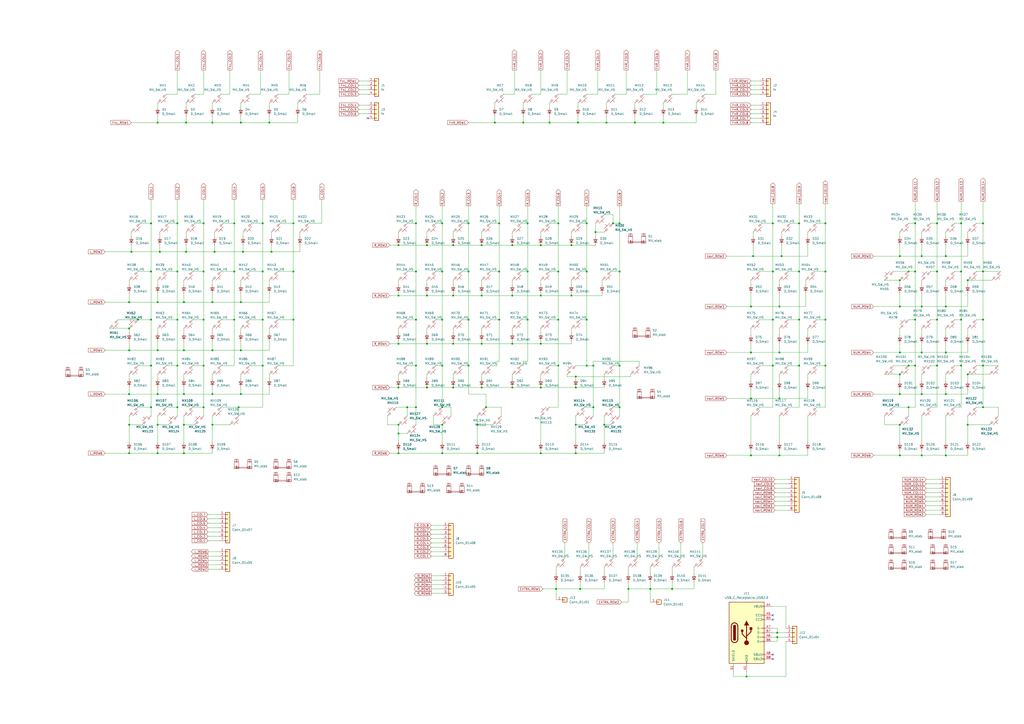
<source format=kicad_sch>
(kicad_sch (version 20230121) (generator eeschema)
  (paper "A2")
  (lib_symbols
    (symbol "Connector:USB_C_Receptacle_USB2.0" (pin_names (offset 1.016))
      (property "Reference" "J" (at -10.16 19.05 0))
      (property "Value" "USB_C_Receptacle_USB2.0" (at 19.05 19.05 0))
      (symbol "USB_C_Receptacle_USB2.0_1_1"
        (pin passive line (at 0 -22.86 90) (length 5.08) (name "GND") (number "A1"))
        (pin passive line (at 0 -22.86 90) (length 5.08) hide (name "GND") (number "A12"))
        (pin passive line (at 15.24 15.24 180) (length 5.08) (name "VBUS") (number "A4"))
        (pin bidirectional line (at 15.24 10.16 180) (length 5.08) (name "CC1") (number "A5"))
        (pin bidirectional line (at 15.24 -2.54 180) (length 5.08) (name "D+") (number "A6"))
        (pin bidirectional line (at 15.24 2.54 180) (length 5.08) (name "D-") (number "A7"))
        (pin bidirectional line (at 15.24 -12.7 180) (length 5.08) (name "SBU1") (number "A8"))
        (pin passive line (at 15.24 15.24 180) (length 5.08) hide (name "VBUS") (number "A9"))
        (pin passive line (at 0 -22.86 90) (length 5.08) hide (name "GND") (number "B1"))
        (pin passive line (at 0 -22.86 90) (length 5.08) hide (name "GND") (number "B12"))
        (pin passive line (at 15.24 15.24 180) (length 5.08) hide (name "VBUS") (number "B4"))
        (pin bidirectional line (at 15.24 7.62 180) (length 5.08) (name "CC2") (number "B5"))
        (pin bidirectional line (at 15.24 -5.08 180) (length 5.08) (name "D+") (number "B6"))
        (pin bidirectional line (at 15.24 0 180) (length 5.08) (name "D-") (number "B7"))
        (pin bidirectional line (at 15.24 -15.24 180) (length 5.08) (name "SBU2") (number "B8"))
        (pin passive line (at 15.24 15.24 180) (length 5.08) hide (name "VBUS") (number "B9"))
        (pin passive line (at -7.62 -22.86 90) (length 5.08) (name "SHIELD") (number "S1"))
      )
    )
    (symbol "Connector_Generic:Conn_01x01" (pin_names (offset 1.016) hide)
      (property "Reference" "J" (at 0 2.54 0))
      (property "Value" "Conn_01x01" (at 0 -2.54 0))
      (symbol "Conn_01x01_1_1"
        (pin passive line (at -5.08 0 0) (length 3.81) (name "Pin_1") (number "1"))
      )
    )
    (symbol "Connector_Generic:Conn_01x04" (pin_names (offset 1.016) hide)
      (property "Reference" "J" (at 0 5.08 0))
      (property "Value" "Conn_01x04" (at 0 -7.62 0))
      (symbol "Conn_01x04_1_1"
        (pin passive line (at -5.08 2.54 0) (length 3.81) (name "Pin_1") (number "1"))
        (pin passive line (at -5.08 0 0) (length 3.81) (name "Pin_2") (number "2"))
        (pin passive line (at -5.08 -2.54 0) (length 3.81) (name "Pin_3") (number "3"))
        (pin passive line (at -5.08 -5.08 0) (length 3.81) (name "Pin_4") (number "4"))
      )
    )
    (symbol "Connector_Generic:Conn_01x05" (pin_names (offset 1.016) hide)
      (property "Reference" "J" (at 0 7.62 0))
      (property "Value" "Conn_01x05" (at 0 -7.62 0))
      (symbol "Conn_01x05_1_1"
        (pin passive line (at -5.08 5.08 0) (length 3.81) (name "Pin_1") (number "1"))
        (pin passive line (at -5.08 2.54 0) (length 3.81) (name "Pin_2") (number "2"))
        (pin passive line (at -5.08 0 0) (length 3.81) (name "Pin_3") (number "3"))
        (pin passive line (at -5.08 -2.54 0) (length 3.81) (name "Pin_4") (number "4"))
        (pin passive line (at -5.08 -5.08 0) (length 3.81) (name "Pin_5") (number "5"))
      )
    )
    (symbol "Connector_Generic:Conn_01x07" (pin_names (offset 1.016) hide)
      (property "Reference" "J" (at 0 10.16 0))
      (property "Value" "Conn_01x07" (at 0 -10.16 0))
      (symbol "Conn_01x07_1_1"
        (pin passive line (at -5.08 7.62 0) (length 3.81) (name "Pin_1") (number "1"))
        (pin passive line (at -5.08 5.08 0) (length 3.81) (name "Pin_2") (number "2"))
        (pin passive line (at -5.08 2.54 0) (length 3.81) (name "Pin_3") (number "3"))
        (pin passive line (at -5.08 0 0) (length 3.81) (name "Pin_4") (number "4"))
        (pin passive line (at -5.08 -2.54 0) (length 3.81) (name "Pin_5") (number "5"))
        (pin passive line (at -5.08 -5.08 0) (length 3.81) (name "Pin_6") (number "6"))
        (pin passive line (at -5.08 -7.62 0) (length 3.81) (name "Pin_7") (number "7"))
      )
    )
    (symbol "Connector_Generic:Conn_01x08" (pin_names (offset 1.016) hide)
      (property "Reference" "J" (at 0 10.16 0))
      (property "Value" "Conn_01x08" (at 0 -12.7 0))
      (symbol "Conn_01x08_1_1"
        (pin passive line (at -5.08 7.62 0) (length 3.81) (name "Pin_1") (number "1"))
        (pin passive line (at -5.08 5.08 0) (length 3.81) (name "Pin_2") (number "2"))
        (pin passive line (at -5.08 2.54 0) (length 3.81) (name "Pin_3") (number "3"))
        (pin passive line (at -5.08 0 0) (length 3.81) (name "Pin_4") (number "4"))
        (pin passive line (at -5.08 -2.54 0) (length 3.81) (name "Pin_5") (number "5"))
        (pin passive line (at -5.08 -5.08 0) (length 3.81) (name "Pin_6") (number "6"))
        (pin passive line (at -5.08 -7.62 0) (length 3.81) (name "Pin_7") (number "7"))
        (pin passive line (at -5.08 -10.16 0) (length 3.81) (name "Pin_8") (number "8"))
      )
    )
    (symbol "Connector_Generic:Conn_01x09" (pin_names (offset 1.016) hide)
      (property "Reference" "J" (at 0 12.7 0))
      (property "Value" "Conn_01x09" (at 0 -12.7 0))
      (symbol "Conn_01x09_1_1"
        (pin passive line (at -5.08 10.16 0) (length 3.81) (name "Pin_1") (number "1"))
        (pin passive line (at -5.08 7.62 0) (length 3.81) (name "Pin_2") (number "2"))
        (pin passive line (at -5.08 5.08 0) (length 3.81) (name "Pin_3") (number "3"))
        (pin passive line (at -5.08 2.54 0) (length 3.81) (name "Pin_4") (number "4"))
        (pin passive line (at -5.08 0 0) (length 3.81) (name "Pin_5") (number "5"))
        (pin passive line (at -5.08 -2.54 0) (length 3.81) (name "Pin_6") (number "6"))
        (pin passive line (at -5.08 -5.08 0) (length 3.81) (name "Pin_7") (number "7"))
        (pin passive line (at -5.08 -7.62 0) (length 3.81) (name "Pin_8") (number "8"))
        (pin passive line (at -5.08 -10.16 0) (length 3.81) (name "Pin_9") (number "9"))
      )
    )
    (symbol "Device:D_Small" (pin_numbers hide) (pin_names (offset 0.254) hide)
      (property "Reference" "D" (at -1.27 2.032 0))
      (property "Value" "D_Small" (at -3.81 -2.032 0))
      (symbol "D_Small_1_1"
        (pin passive line (at -2.54 0 0) (length 1.778) (name "K") (number "1"))
        (pin passive line (at 2.54 0 180) (length 1.778) (name "A") (number "2"))
      )
    )
    (symbol "PCM_marbastlib-mx:MX_SW_HS" (pin_numbers hide) (pin_names (offset 1.016) hide)
      (property "Reference" "MX" (at 3.048 1.016 0))
      (property "Value" "MX_SW_HS" (at 0 -3.81 0))
      (symbol "MX_SW_HS_0_1"
        (pin passive line (at -2.54 2.54 0) (length 0) (name "1") (number "1"))
        (pin passive line (at 2.54 -2.54 180) (length 0) (name "2") (number "2"))
      )
    )
    (symbol "PCM_marbastlib-mx:MX_stab" (pin_names (offset 1.016))
      (property "Reference" "S" (at -5.08 6.35 0))
      (property "Value" "MX_stab" (at -5.08 3.81 0))
    )
  )
  (junction (at 570.23 236.22))
  (junction (at 463.55 129.54))
  (junction (at 561.34 217.17))
  (junction (at 123.19 175.26))
  (junction (at 521.97 177.8))
  (junction (at 450.85 369.57))
  (junction (at 276.86 262.89))
  (junction (at 256.54 262.89))
  (junction (at 323.85 185.42))
  (junction (at 231.14 224.79))
  (junction (at 102.87 212.09))
  (junction (at 463.55 212.09))
  (junction (at 139.7 228.6))
  (junction (at 534.67 148.59))
  (junction (at 450.85 367.03))
  (junction (at 527.05 236.22))
  (junction (at 570.23 157.48))
  (junction (at 561.34 162.56))
  (junction (at 478.79 212.09))
  (junction (at 435.61 204.47))
  (junction (at 448.31 129.54))
  (junction (at 561.34 246.38))
  (junction (at 91.44 71.12))
  (junction (at 436.88 148.59))
  (junction (at 102.87 129.54))
  (junction (at 262.89 224.79))
  (junction (at 452.12 264.16))
  (junction (at 256.54 236.22))
  (junction (at 543.56 185.42))
  (junction (at 262.89 171.45))
  (junction (at 313.69 224.79))
  (junction (at 335.28 71.12))
  (junction (at 340.36 157.48))
  (junction (at 262.89 199.39))
  (junction (at 543.56 157.48))
  (junction (at 123.19 246.38))
  (junction (at 435.61 177.8))
  (junction (at 435.61 231.14))
  (junction (at 102.87 185.42))
  (junction (at 91.44 203.2))
  (junction (at 118.11 236.22))
  (junction (at 344.17 236.22))
  (junction (at 433.07 392.43))
  (junction (at 118.11 157.48))
  (junction (at 271.78 185.42))
  (junction (at 91.44 228.6))
  (junction (at 543.56 212.09))
  (junction (at 323.85 129.54))
  (junction (at 139.7 203.2))
  (junction (at 303.53 71.12))
  (junction (at 521.97 228.6))
  (junction (at 313.69 199.39))
  (junction (at 247.65 224.79))
  (junction (at 463.55 185.42))
  (junction (at 289.56 185.42))
  (junction (at 478.79 185.42))
  (junction (at 74.93 246.38))
  (junction (at 557.53 212.09))
  (junction (at 570.23 185.42))
  (junction (at 170.18 185.42))
  (junction (at 135.89 157.48))
  (junction (at 241.3 129.54))
  (junction (at 313.69 171.45))
  (junction (at 521.97 246.38))
  (junction (at 543.56 129.54))
  (junction (at 87.63 185.42))
  (junction (at 170.18 157.48))
  (junction (at 557.53 185.42))
  (junction (at 452.12 204.47))
  (junction (at 139.7 71.12))
  (junction (at 334.01 218.44))
  (junction (at 548.64 204.47))
  (junction (at 271.78 212.09))
  (junction (at 279.4 142.24))
  (junction (at 256.54 212.09))
  (junction (at 106.68 175.26))
  (junction (at 256.54 246.38))
  (junction (at 377.19 341.63))
  (junction (at 262.89 142.24))
  (junction (at 102.87 236.22))
  (junction (at 256.54 157.48))
  (junction (at 306.07 129.54))
  (junction (at 306.07 157.48))
  (junction (at 334.01 246.38))
  (junction (at 344.17 212.09))
  (junction (at 355.6 129.54))
  (junction (at 76.2 146.05))
  (junction (at 152.4 129.54))
  (junction (at 318.77 71.12))
  (junction (at 448.31 157.48))
  (junction (at 156.21 71.12))
  (junction (at 102.87 157.48))
  (junction (at 530.86 185.42))
  (junction (at 345.44 134.62))
  (junction (at 340.36 129.54))
  (junction (at 106.68 203.2))
  (junction (at 247.65 171.45))
  (junction (at 138.43 236.22))
  (junction (at 570.23 212.09))
  (junction (at 123.19 71.12))
  (junction (at 92.71 146.05))
  (junction (at 87.63 129.54))
  (junction (at 521.97 162.56))
  (junction (at 91.44 262.89))
  (junction (at 336.55 341.63))
  (junction (at 231.14 171.45))
  (junction (at 297.18 142.24))
  (junction (at 271.78 129.54))
  (junction (at 118.11 185.42))
  (junction (at 534.67 228.6))
  (junction (at 247.65 199.39))
  (junction (at 534.67 177.8))
  (junction (at 231.14 251.46))
  (junction (at 557.53 157.48))
  (junction (at 570.23 129.54))
  (junction (at 478.79 129.54))
  (junction (at 306.07 185.42))
  (junction (at 157.48 146.05))
  (junction (at 241.3 157.48))
  (junction (at 74.93 190.5))
  (junction (at 368.3 71.12))
  (junction (at 231.14 199.39))
  (junction (at 74.93 262.89))
  (junction (at 350.52 246.38))
  (junction (at 323.85 212.09))
  (junction (at 118.11 212.09))
  (junction (at 289.56 129.54))
  (junction (at 152.4 212.09))
  (junction (at 135.89 129.54))
  (junction (at 548.64 228.6))
  (junction (at 271.78 157.48))
  (junction (at 548.64 177.8))
  (junction (at 548.64 148.59))
  (junction (at 139.7 175.26))
  (junction (at 534.67 264.16))
  (junction (at 91.44 175.26))
  (junction (at 231.14 262.89))
  (junction (at 359.41 129.54))
  (junction (at 279.4 199.39))
  (junction (at 527.05 212.09))
  (junction (at 530.86 212.09))
  (junction (at 107.95 146.05))
  (junction (at 435.61 264.16))
  (junction (at 340.36 212.09))
  (junction (at 384.81 71.12))
  (junction (at 247.65 142.24))
  (junction (at 74.93 228.6))
  (junction (at 123.19 203.2))
  (junction (at 107.95 71.12))
  (junction (at 453.39 148.59))
  (junction (at 331.47 171.45))
  (junction (at 135.89 185.42))
  (junction (at 140.97 146.05))
  (junction (at 118.11 129.54))
  (junction (at 276.86 246.38))
  (junction (at 80.01 185.42))
  (junction (at 478.79 157.48))
  (junction (at 152.4 185.42))
  (junction (at 521.97 148.59))
  (junction (at 106.68 246.38))
  (junction (at 313.69 142.24))
  (junction (at 297.18 199.39))
  (junction (at 281.94 236.22))
  (junction (at 170.18 129.54))
  (junction (at 87.63 236.22))
  (junction (at 152.4 157.48))
  (junction (at 241.3 236.22))
  (junction (at 534.67 204.47))
  (junction (at 279.4 171.45))
  (junction (at 340.36 185.42))
  (junction (at 521.97 217.17))
  (junction (at 334.01 262.89))
  (junction (at 364.49 341.63))
  (junction (at 297.18 224.79))
  (junction (at 521.97 264.16))
  (junction (at 463.55 157.48))
  (junction (at 289.56 157.48))
  (junction (at 359.41 236.22))
  (junction (at 448.31 212.09))
  (junction (at 351.79 71.12))
  (junction (at 256.54 129.54))
  (junction (at 530.86 157.48))
  (junction (at 287.02 71.12))
  (junction (at 241.3 185.42))
  (junction (at 231.14 246.38))
  (junction (at 87.63 157.48))
  (junction (at 521.97 204.47))
  (junction (at 74.93 175.26))
  (junction (at 389.89 341.63))
  (junction (at 124.46 146.05))
  (junction (at 322.58 341.63))
  (junction (at 530.86 129.54))
  (junction (at 527.05 157.48))
  (junction (at 359.41 157.48))
  (junction (at 334.01 224.79))
  (junction (at 91.44 246.38))
  (junction (at 297.18 171.45))
  (junction (at 359.41 212.09))
  (junction (at 106.68 228.6))
  (junction (at 557.53 129.54))
  (junction (at 452.12 177.8))
  (junction (at 323.85 157.48))
  (junction (at 452.12 231.14))
  (junction (at 123.19 228.6))
  (junction (at 87.63 212.09))
  (junction (at 313.69 262.89))
  (junction (at 448.31 185.42))
  (junction (at 74.93 203.2))
  (junction (at 106.68 262.89))
  (junction (at 279.4 224.79))
  (junction (at 241.3 212.09))
  (junction (at 236.22 236.22))
  (junction (at 548.64 264.16))
  (junction (at 331.47 142.24))
  (junction (at 256.54 185.42))
  (junction (at 231.14 142.24))
  (no_connect (at 448.31 356.87))
  (no_connect (at 448.31 379.73))
  (no_connect (at 448.31 382.27))
  (no_connect (at 213.36 68.58))
  (no_connect (at 448.31 359.41))
  (wire (pts (xy 111.76 185.42) (xy 118.11 185.42)))
  (wire (pts (xy 478.79 212.09) (xy 478.79 236.22)))
  (wire (pts (xy 156.21 71.12) (xy 172.72 71.12)))
  (wire (pts (xy 231.14 224.79) (xy 247.65 224.79)))
  (wire (pts (xy 457.2 236.22) (xy 463.55 236.22)))
  (wire (pts (xy 341.63 314.96) (xy 341.63 323.85)))
  (wire (pts (xy 537.21 290.83) (xy 544.83 290.83)))
  (wire (pts (xy 336.55 328.93) (xy 336.55 332.74)))
  (wire (pts (xy 530.86 157.48) (xy 530.86 185.42)))
  (wire (pts (xy 537.21 288.29) (xy 544.83 288.29)))
  (wire (pts (xy 435.61 261.62) (xy 435.61 264.16)))
  (wire (pts (xy 276.86 262.89) (xy 313.69 262.89)))
  (wire (pts (xy 369.57 314.96) (xy 369.57 323.85)))
  (wire (pts (xy 349.25 162.56) (xy 349.25 165.1)))
  (wire (pts (xy 452.12 170.18) (xy 452.12 177.8)))
  (wire (pts (xy 463.55 157.48) (xy 463.55 185.42)))
  (wire (pts (xy 530.86 116.84) (xy 530.86 129.54)))
  (wire (pts (xy 91.44 203.2) (xy 106.68 203.2)))
  (wire (pts (xy 107.95 146.05) (xy 124.46 146.05)))
  (wire (pts (xy 92.71 134.62) (xy 92.71 137.16)))
  (wire (pts (xy 306.07 129.54) (xy 306.07 157.48)))
  (wire (pts (xy 534.67 177.8) (xy 548.64 177.8)))
  (wire (pts (xy 331.47 199.39) (xy 331.47 198.12)))
  (wire (pts (xy 123.19 246.38) (xy 123.19 256.54)))
  (wire (pts (xy 123.19 190.5) (xy 123.19 193.04)))
  (wire (pts (xy 521.97 162.56) (xy 521.97 165.1)))
  (wire (pts (xy 513.08 246.38) (xy 521.97 246.38)))
  (wire (pts (xy 435.61 241.3) (xy 435.61 256.54)))
  (wire (pts (xy 534.67 226.06) (xy 534.67 228.6)))
  (wire (pts (xy 323.85 54.61) (xy 328.93 54.61)))
  (wire (pts (xy 382.27 314.96) (xy 382.27 323.85)))
  (wire (pts (xy 256.54 246.38) (xy 256.54 256.54)))
  (wire (pts (xy 241.3 157.48) (xy 241.3 185.42)))
  (wire (pts (xy 534.67 228.6) (xy 548.64 228.6)))
  (wire (pts (xy 302.26 157.48) (xy 306.07 157.48)))
  (wire (pts (xy 381 54.61) (xy 373.38 54.61)))
  (wire (pts (xy 455.93 351.79) (xy 455.93 364.49)))
  (wire (pts (xy 102.87 185.42) (xy 102.87 212.09)))
  (wire (pts (xy 128.27 236.22) (xy 138.43 236.22)))
  (wire (pts (xy 297.18 171.45) (xy 313.69 171.45)))
  (wire (pts (xy 345.44 129.54) (xy 345.44 134.62)))
  (wire (pts (xy 281.94 228.6) (xy 281.94 236.22)))
  (wire (pts (xy 231.14 251.46) (xy 231.14 256.54)))
  (wire (pts (xy 113.03 54.61) (xy 118.11 54.61)))
  (wire (pts (xy 458.47 129.54) (xy 463.55 129.54)))
  (wire (pts (xy 252.73 212.09) (xy 256.54 212.09)))
  (wire (pts (xy 561.34 170.18) (xy 561.34 177.8)))
  (wire (pts (xy 440.69 157.48) (xy 448.31 157.48)))
  (wire (pts (xy 570.23 212.09) (xy 579.12 212.09)))
  (wire (pts (xy 256.54 185.42) (xy 256.54 212.09)))
  (wire (pts (xy 91.44 71.12) (xy 107.95 71.12)))
  (wire (pts (xy 436.88 148.59) (xy 453.39 148.59)))
  (wire (pts (xy 359.41 157.48) (xy 359.41 212.09)))
  (wire (pts (xy 262.89 134.62) (xy 262.89 137.16)))
  (wire (pts (xy 118.11 157.48) (xy 118.11 185.42)))
  (wire (pts (xy 250.19 322.58) (xy 256.54 322.58)))
  (wire (pts (xy 120.65 330.2) (xy 127 330.2)))
  (wire (pts (xy 156.21 59.69) (xy 156.21 62.23)))
  (wire (pts (xy 365.76 217.17) (xy 365.76 218.44)))
  (wire (pts (xy 91.44 217.17) (xy 91.44 219.71)))
  (wire (pts (xy 336.55 157.48) (xy 340.36 157.48)))
  (wire (pts (xy 381 40.64) (xy 381 54.61)))
  (wire (pts (xy 548.64 162.56) (xy 548.64 165.1)))
  (wire (pts (xy 402.59 341.63) (xy 389.89 341.63)))
  (wire (pts (xy 570.23 236.22) (xy 579.12 236.22)))
  (wire (pts (xy 463.55 129.54) (xy 463.55 157.48)))
  (wire (pts (xy 521.97 226.06) (xy 521.97 228.6)))
  (wire (pts (xy 570.23 116.84) (xy 570.23 129.54)))
  (wire (pts (xy 534.67 199.39) (xy 534.67 204.47)))
  (wire (pts (xy 279.4 190.5) (xy 279.4 193.04)))
  (wire (pts (xy 87.63 185.42) (xy 87.63 212.09)))
  (wire (pts (xy 247.65 199.39) (xy 262.89 199.39)))
  (wire (pts (xy 350.52 217.17) (xy 350.52 219.71)))
  (wire (pts (xy 241.3 129.54) (xy 241.3 157.48)))
  (wire (pts (xy 468.63 134.62) (xy 468.63 137.16)))
  (wire (pts (xy 354.33 157.48) (xy 359.41 157.48)))
  (wire (pts (xy 449.58 283.21) (xy 457.2 283.21)))
  (wire (pts (xy 336.55 341.63) (xy 322.58 341.63)))
  (wire (pts (xy 313.69 198.12) (xy 313.69 199.39)))
  (wire (pts (xy 421.64 264.16) (xy 435.61 264.16)))
  (wire (pts (xy 318.77 212.09) (xy 323.85 212.09)))
  (wire (pts (xy 398.78 40.64) (xy 398.78 54.61)))
  (wire (pts (xy 534.67 261.62) (xy 534.67 264.16)))
  (wire (pts (xy 331.47 190.5) (xy 331.47 193.04)))
  (wire (pts (xy 561.34 190.5) (xy 561.34 194.31)))
  (wire (pts (xy 415.29 54.61) (xy 415.29 40.64)))
  (wire (pts (xy 521.97 261.62) (xy 521.97 264.16)))
  (wire (pts (xy 231.14 246.38) (xy 231.14 251.46)))
  (wire (pts (xy 448.31 369.57) (xy 450.85 369.57)))
  (wire (pts (xy 241.3 119.38) (xy 241.3 129.54)))
  (wire (pts (xy 267.97 185.42) (xy 271.78 185.42)))
  (wire (pts (xy 128.27 185.42) (xy 135.89 185.42)))
  (wire (pts (xy 537.21 298.45) (xy 544.83 298.45)))
  (wire (pts (xy 561.34 177.8) (xy 548.64 177.8)))
  (wire (pts (xy 534.67 204.47) (xy 548.64 204.47)))
  (wire (pts (xy 271.78 119.38) (xy 271.78 129.54)))
  (wire (pts (xy 236.22 236.22) (xy 236.22 241.3)))
  (wire (pts (xy 521.97 170.18) (xy 521.97 177.8)))
  (wire (pts (xy 425.45 392.43) (xy 433.07 392.43)))
  (wire (pts (xy 527.05 212.09) (xy 530.86 212.09)))
  (wire (pts (xy 102.87 129.54) (xy 102.87 157.48)))
  (wire (pts (xy 262.89 142.24) (xy 279.4 142.24)))
  (wire (pts (xy 107.95 134.62) (xy 107.95 137.16)))
  (wire (pts (xy 74.93 241.3) (xy 74.93 246.38)))
  (wire (pts (xy 151.13 40.64) (xy 151.13 54.61)))
  (wire (pts (xy 290.83 236.22) (xy 290.83 241.3)))
  (wire (pts (xy 262.89 170.18) (xy 262.89 171.45)))
  (wire (pts (xy 123.19 67.31) (xy 123.19 71.12)))
  (wire (pts (xy 468.63 142.24) (xy 468.63 148.59)))
  (wire (pts (xy 120.65 320.04) (xy 127 320.04)))
  (wire (pts (xy 537.21 285.75) (xy 544.83 285.75)))
  (wire (pts (xy 74.93 203.2) (xy 91.44 203.2)))
  (wire (pts (xy 276.86 246.38) (xy 276.86 241.3)))
  (wire (pts (xy 433.07 389.89) (xy 433.07 392.43)))
  (wire (pts (xy 186.69 115.57) (xy 186.69 129.54)))
  (wire (pts (xy 561.34 261.62) (xy 561.34 264.16)))
  (wire (pts (xy 236.22 236.22) (xy 241.3 236.22)))
  (wire (pts (xy 226.06 262.89) (xy 231.14 262.89)))
  (wire (pts (xy 363.22 40.64) (xy 363.22 54.61)))
  (wire (pts (xy 97.79 129.54) (xy 102.87 129.54)))
  (wire (pts (xy 241.3 236.22) (xy 241.3 212.09)))
  (wire (pts (xy 208.28 54.61) (xy 213.36 54.61)))
  (wire (pts (xy 359.41 119.38) (xy 359.41 129.54)))
  (wire (pts (xy 506.73 177.8) (xy 521.97 177.8)))
  (wire (pts (xy 106.68 246.38) (xy 113.03 246.38)))
  (wire (pts (xy 521.97 177.8) (xy 534.67 177.8)))
  (wire (pts (xy 322.58 341.63) (xy 314.96 341.63)))
  (wire (pts (xy 355.6 236.22) (xy 359.41 236.22)))
  (wire (pts (xy 96.52 236.22) (xy 102.87 236.22)))
  (wire (pts (xy 561.34 228.6) (xy 561.34 226.06)))
  (wire (pts (xy 350.52 262.89) (xy 350.52 261.62)))
  (wire (pts (xy 506.73 204.47) (xy 521.97 204.47)))
  (wire (pts (xy 534.67 190.5) (xy 534.67 194.31)))
  (wire (pts (xy 297.18 198.12) (xy 297.18 199.39)))
  (wire (pts (xy 557.53 185.42) (xy 557.53 212.09)))
  (wire (pts (xy 323.85 119.38) (xy 323.85 129.54)))
  (wire (pts (xy 530.86 129.54) (xy 530.86 157.48)))
  (wire (pts (xy 539.75 212.09) (xy 543.56 212.09)))
  (wire (pts (xy 123.19 217.17) (xy 123.19 219.71)))
  (wire (pts (xy 123.19 203.2) (xy 139.7 203.2)))
  (wire (pts (xy 452.12 264.16) (xy 468.63 264.16)))
  (wire (pts (xy 355.6 314.96) (xy 355.6 323.85)))
  (wire (pts (xy 74.93 170.18) (xy 74.93 175.26)))
  (wire (pts (xy 120.65 325.12) (xy 127 325.12)))
  (wire (pts (xy 534.67 142.24) (xy 534.67 148.59)))
  (wire (pts (xy 448.31 364.49) (xy 450.85 364.49)))
  (wire (pts (xy 527.05 236.22) (xy 530.86 236.22)))
  (wire (pts (xy 521.97 134.62) (xy 521.97 137.16)))
  (wire (pts (xy 473.71 236.22) (xy 478.79 236.22)))
  (wire (pts (xy 236.22 157.48) (xy 241.3 157.48)))
  (wire (pts (xy 107.95 67.31) (xy 107.95 71.12)))
  (wire (pts (xy 453.39 142.24) (xy 453.39 148.59)))
  (wire (pts (xy 435.61 190.5) (xy 435.61 194.31)))
  (wire (pts (xy 80.01 157.48) (xy 87.63 157.48)))
  (wire (pts (xy 271.78 129.54) (xy 271.78 157.48)))
  (wire (pts (xy 306.07 157.48) (xy 306.07 185.42)))
  (wire (pts (xy 440.69 185.42) (xy 448.31 185.42)))
  (wire (pts (xy 102.87 236.22) (xy 102.87 241.3)))
  (wire (pts (xy 561.34 162.56) (xy 561.34 165.1)))
  (wire (pts (xy 81.28 129.54) (xy 87.63 129.54)))
  (wire (pts (xy 139.7 190.5) (xy 139.7 193.04)))
  (wire (pts (xy 256.54 212.09) (xy 256.54 236.22)))
  (wire (pts (xy 92.71 142.24) (xy 92.71 146.05)))
  (wire (pts (xy 327.66 314.96) (xy 327.66 323.85)))
  (wire (pts (xy 566.42 129.54) (xy 570.23 129.54)))
  (wire (pts (xy 389.89 341.63) (xy 377.19 341.63)))
  (wire (pts (xy 435.61 204.47) (xy 435.61 199.39)))
  (wire (pts (xy 566.42 185.42) (xy 570.23 185.42)))
  (wire (pts (xy 271.78 71.12) (xy 287.02 71.12)))
  (wire (pts (xy 241.3 185.42) (xy 241.3 212.09)))
  (wire (pts (xy 448.31 129.54) (xy 448.31 157.48)))
  (wire (pts (xy 156.21 175.26) (xy 156.21 170.18)))
  (wire (pts (xy 288.29 212.09) (xy 284.48 212.09)))
  (wire (pts (xy 261.62 236.22) (xy 256.54 236.22)))
  (wire (pts (xy 450.85 372.11) (xy 448.31 372.11)))
  (wire (pts (xy 262.89 217.17) (xy 262.89 219.71)))
  (wire (pts (xy 139.7 203.2) (xy 156.21 203.2)))
  (wire (pts (xy 313.69 162.56) (xy 313.69 165.1)))
  (wire (pts (xy 267.97 212.09) (xy 271.78 212.09)))
  (wire (pts (xy 570.23 157.48) (xy 570.23 185.42)))
  (wire (pts (xy 124.46 142.24) (xy 124.46 146.05)))
  (wire (pts (xy 452.12 162.56) (xy 452.12 165.1)))
  (wire (pts (xy 435.61 217.17) (xy 435.61 220.98)))
  (wire (pts (xy 106.68 170.18) (xy 106.68 175.26)))
  (wire (pts (xy 539.75 185.42) (xy 543.56 185.42)))
  (wire (pts (xy 261.62 236.22) (xy 261.62 241.3)))
  (wire (pts (xy 124.46 146.05) (xy 140.97 146.05)))
  (wire (pts (xy 247.65 134.62) (xy 247.65 137.16)))
  (wire (pts (xy 421.64 177.8) (xy 435.61 177.8)))
  (wire (pts (xy 60.96 175.26) (xy 74.93 175.26)))
  (wire (pts (xy 328.93 40.64) (xy 328.93 54.61)))
  (wire (pts (xy 553.72 157.48) (xy 557.53 157.48)))
  (wire (pts (xy 359.41 236.22) (xy 359.41 212.09)))
  (wire (pts (xy 123.19 224.79) (xy 123.19 228.6)))
  (wire (pts (xy 161.29 157.48) (xy 170.18 157.48)))
  (wire (pts (xy 463.55 212.09) (xy 463.55 236.22)))
  (wire (pts (xy 76.2 146.05) (xy 76.2 142.24)))
  (wire (pts (xy 448.31 118.11) (xy 448.31 129.54)))
  (wire (pts (xy 124.46 134.62) (xy 124.46 137.16)))
  (wire (pts (xy 185.42 54.61) (xy 177.8 54.61)))
  (wire (pts (xy 553.72 185.42) (xy 557.53 185.42)))
  (wire (pts (xy 231.14 162.56) (xy 231.14 165.1)))
  (wire (pts (xy 359.41 129.54) (xy 355.6 129.54)))
  (wire (pts (xy 449.58 295.91) (xy 457.2 295.91)))
  (wire (pts (xy 156.21 67.31) (xy 156.21 71.12)))
  (wire (pts (xy 548.64 170.18) (xy 548.64 177.8)))
  (wire (pts (xy 118.11 115.57) (xy 118.11 129.54)))
  (wire (pts (xy 91.44 190.5) (xy 91.44 193.04)))
  (wire (pts (xy 262.89 162.56) (xy 262.89 165.1)))
  (wire (pts (xy 306.07 209.55) (xy 306.07 185.42)))
  (wire (pts (xy 435.61 54.61) (xy 440.69 54.61)))
  (wire (pts (xy 140.97 142.24) (xy 140.97 146.05)))
  (wire (pts (xy 478.79 185.42) (xy 478.79 212.09)))
  (wire (pts (xy 303.53 67.31) (xy 303.53 71.12)))
  (wire (pts (xy 553.72 129.54) (xy 557.53 129.54)))
  (wire (pts (xy 139.7 170.18) (xy 139.7 175.26)))
  (wire (pts (xy 334.01 218.44) (xy 365.76 218.44)))
  (wire (pts (xy 318.77 67.31) (xy 318.77 71.12)))
  (wire (pts (xy 118.11 236.22) (xy 118.11 241.3)))
  (wire (pts (xy 513.08 246.38) (xy 513.08 241.3)))
  (wire (pts (xy 313.69 171.45) (xy 331.47 171.45)))
  (wire (pts (xy 537.21 295.91) (xy 544.83 295.91)))
  (wire (pts (xy 128.27 54.61) (xy 133.35 54.61)))
  (wire (pts (xy 473.71 129.54) (xy 478.79 129.54)))
  (wire (pts (xy 111.76 157.48) (xy 118.11 157.48)))
  (wire (pts (xy 530.86 236.22) (xy 530.86 212.09)))
  (wire (pts (xy 402.59 337.82) (xy 402.59 341.63)))
  (wire (pts (xy 313.69 224.79) (xy 334.01 224.79)))
  (wire (pts (xy 267.97 129.54) (xy 271.78 129.54)))
  (wire (pts (xy 457.2 212.09) (xy 463.55 212.09)))
  (wire (pts (xy 313.69 217.17) (xy 313.69 219.71)))
  (wire (pts (xy 403.86 59.69) (xy 403.86 62.23)))
  (wire (pts (xy 318.77 157.48) (xy 323.85 157.48)))
  (wire (pts (xy 349.25 171.45) (xy 349.25 170.18)))
  (wire (pts (xy 123.19 246.38) (xy 123.19 241.3)))
  (wire (pts (xy 161.29 54.61) (xy 167.64 54.61)))
  (wire (pts (xy 566.42 157.48) (xy 570.23 157.48)))
  (wire (pts (xy 284.48 129.54) (xy 289.56 129.54)))
  (wire (pts (xy 472.44 157.48) (xy 478.79 157.48)))
  (wire (pts (xy 557.53 157.48) (xy 557.53 185.42)))
  (wire (pts (xy 548.64 217.17) (xy 548.64 220.98)))
  (wire (pts (xy 123.19 262.89) (xy 123.19 261.62)))
  (wire (pts (xy 331.47 199.39) (xy 313.69 199.39)))
  (wire (pts (xy 534.67 241.3) (xy 534.67 256.54)))
  (wire (pts (xy 334.01 212.09) (xy 340.36 212.09)))
  (wire (pts (xy 548.64 199.39) (xy 548.64 204.47)))
  (wire (pts (xy 334.01 224.79) (xy 350.52 224.79)))
  (wire (pts (xy 91.44 262.89) (xy 106.68 262.89)))
  (wire (pts (xy 247.65 217.17) (xy 247.65 219.71)))
  (wire (pts (xy 173.99 146.05) (xy 173.99 142.24)))
  (wire (pts (xy 318.77 129.54) (xy 323.85 129.54)))
  (wire (pts (xy 91.44 170.18) (xy 91.44 175.26)))
  (wire (pts (xy 231.14 198.12) (xy 231.14 199.39)))
  (wire (pts (xy 334.01 246.38) (xy 339.09 246.38)))
  (wire (pts (xy 74.93 175.26) (xy 91.44 175.26)))
  (wire (pts (xy 448.31 185.42) (xy 448.31 212.09)))
  (wire (pts (xy 355.6 124.46) (xy 355.6 129.54)))
  (wire (pts (xy 247.65 190.5) (xy 247.65 193.04)))
  (wire (pts (xy 389.89 328.93) (xy 389.89 332.74)))
  (wire (pts (xy 229.87 236.22) (xy 236.22 236.22)))
  (wire (pts (xy 452.12 177.8) (xy 467.36 177.8)))
  (wire (pts (xy 561.34 246.38) (xy 561.34 256.54)))
  (wire (pts (xy 468.63 261.62) (xy 468.63 264.16)))
  (wire (pts (xy 350.52 246.38) (xy 350.52 256.54)))
  (wire (pts (xy 128.27 212.09) (xy 135.89 212.09)))
  (wire (pts (xy 74.93 224.79) (xy 74.93 228.6)))
  (wire (pts (xy 448.31 212.09) (xy 448.31 236.22)))
  (wire (pts (xy 384.81 71.12) (xy 384.81 67.31)))
  (wire (pts (xy 566.42 212.09) (xy 570.23 212.09)))
  (wire (pts (xy 256.54 129.54) (xy 256.54 157.48)))
  (wire (pts (xy 340.36 212.09) (xy 344.17 212.09)))
  (wire (pts (xy 313.69 261.62) (xy 313.69 262.89)))
  (wire (pts (xy 308.61 54.61) (xy 313.69 54.61)))
  (wire (pts (xy 106.68 175.26) (xy 123.19 175.26)))
  (wire (pts (xy 478.79 157.48) (xy 478.79 185.42)))
  (wire (pts (xy 557.53 116.84) (xy 557.53 129.54)))
  (wire (pts (xy 208.28 52.07) (xy 213.36 52.07)))
  (wire (pts (xy 351.79 67.31) (xy 351.79 71.12)))
  (wire (pts (xy 102.87 115.57) (xy 102.87 129.54)))
  (wire (pts (xy 271.78 157.48) (xy 271.78 185.42)))
  (wire (pts (xy 256.54 262.89) (xy 276.86 262.89)))
  (wire (pts (xy 287.02 59.69) (xy 287.02 62.23)))
  (wire (pts (xy 267.97 157.48) (xy 271.78 157.48)))
  (wire (pts (xy 106.68 224.79) (xy 106.68 228.6)))
  (wire (pts (xy 123.19 71.12) (xy 139.7 71.12)))
  (wire (pts (xy 334.01 241.3) (xy 334.01 246.38)))
  (wire (pts (xy 231.14 170.18) (xy 231.14 171.45)))
  (wire (pts (xy 339.09 236.22) (xy 344.17 236.22)))
  (wire (pts (xy 276.86 246.38) (xy 276.86 256.54)))
  (wire (pts (xy 561.34 162.56) (xy 575.31 162.56)))
  (wire (pts (xy 435.61 226.06) (xy 435.61 231.14)))
  (wire (pts (xy 262.89 198.12) (xy 262.89 199.39)))
  (wire (pts (xy 336.55 129.54) (xy 340.36 129.54)))
  (wire (pts (xy 123.19 175.26) (xy 139.7 175.26)))
  (wire (pts (xy 156.21 228.6) (xy 156.21 224.79)))
  (wire (pts (xy 250.19 339.09) (xy 256.54 339.09)))
  (wire (pts (xy 279.4 170.18) (xy 279.4 171.45)))
  (wire (pts (xy 323.85 185.42) (xy 323.85 212.09)))
  (wire (pts (xy 208.28 63.5) (xy 213.36 63.5)))
  (wire (pts (xy 323.85 236.22) (xy 323.85 212.09)))
  (wire (pts (xy 313.69 170.18) (xy 313.69 171.45)))
  (wire (pts (xy 553.72 212.09) (xy 557.53 212.09)))
  (wire (pts (xy 107.95 71.12) (xy 123.19 71.12)))
  (wire (pts (xy 453.39 148.59) (xy 468.63 148.59)))
  (wire (pts (xy 279.4 142.24) (xy 297.18 142.24)))
  (wire (pts (xy 570.23 212.09) (xy 570.23 236.22)))
  (wire (pts (xy 322.58 341.63) (xy 322.58 347.98)))
  (wire (pts (xy 289.56 185.42) (xy 289.56 209.55)))
  (wire (pts (xy 368.3 71.12) (xy 384.81 71.12)))
  (wire (pts (xy 60.96 228.6) (xy 74.93 228.6)))
  (wire (pts (xy 334.01 262.89) (xy 350.52 262.89)))
  (wire (pts (xy 322.58 337.82) (xy 322.58 341.63)))
  (wire (pts (xy 377.19 341.63) (xy 377.19 349.25)))
  (wire (pts (xy 208.28 60.96) (xy 213.36 60.96)))
  (wire (pts (xy 80.01 185.42) (xy 87.63 185.42)))
  (wire (pts (xy 297.18 224.79) (xy 313.69 224.79)))
  (wire (pts (xy 331.47 134.62) (xy 331.47 137.16)))
  (wire (pts (xy 452.12 261.62) (xy 452.12 264.16)))
  (wire (pts (xy 355.6 212.09) (xy 359.41 212.09)))
  (wire (pts (xy 118.11 212.09) (xy 118.11 236.22)))
  (wire (pts (xy 455.93 372.11) (xy 455.93 392.43)))
  (wire (pts (xy 279.4 217.17) (xy 279.4 219.71)))
  (wire (pts (xy 135.89 185.42) (xy 135.89 212.09)))
  (wire (pts (xy 96.52 212.09) (xy 102.87 212.09)))
  (wire (pts (xy 340.36 185.42) (xy 340.36 212.09)))
  (wire (pts (xy 449.58 288.29) (xy 457.2 288.29)))
  (wire (pts (xy 561.34 217.17) (xy 561.34 220.98)))
  (wire (pts (xy 262.89 224.79) (xy 279.4 224.79)))
  (wire (pts (xy 118.11 129.54) (xy 118.11 157.48)))
  (wire (pts (xy 334.01 218.44) (xy 334.01 219.71)))
  (wire (pts (xy 452.12 217.17) (xy 452.12 220.98)))
  (wire (pts (xy 226.06 199.39) (xy 231.14 199.39)))
  (wire (pts (xy 120.65 327.66) (xy 127 327.66)))
  (wire (pts (xy 179.07 129.54) (xy 186.69 129.54)))
  (wire (pts (xy 340.36 119.38) (xy 340.36 129.54)))
  (wire (pts (xy 527.05 241.3) (xy 527.05 236.22)))
  (wire (pts (xy 144.78 185.42) (xy 152.4 185.42)))
  (wire (pts (xy 449.58 285.75) (xy 457.2 285.75)))
  (wire (pts (xy 548.64 241.3) (xy 548.64 256.54)))
  (wire (pts (xy 351.79 59.69) (xy 351.79 62.23)))
  (wire (pts (xy 279.4 199.39) (xy 297.18 199.39)))
  (wire (pts (xy 561.34 217.17) (xy 574.04 217.17)))
  (wire (pts (xy 102.87 40.64) (xy 102.87 54.61)))
  (wire (pts (xy 364.49 349.25) (xy 364.49 341.63)))
  (wire (pts (xy 521.97 148.59) (xy 534.67 148.59)))
  (wire (pts (xy 111.76 236.22) (xy 118.11 236.22)))
  (wire (pts (xy 350.52 241.3) (xy 350.52 246.38)))
  (wire (pts (xy 289.56 157.48) (xy 289.56 185.42)))
  (wire (pts (xy 478.79 118.11) (xy 478.79 129.54)))
  (wire (pts (xy 370.84 212.09) (xy 370.84 209.55)))
  (wire (pts (xy 161.29 212.09) (xy 170.18 212.09)))
  (wire (pts (xy 247.65 171.45) (xy 262.89 171.45)))
  (wire (pts (xy 247.65 142.24) (xy 262.89 142.24)))
  (wire (pts (xy 318.77 71.12) (xy 335.28 71.12)))
  (wire (pts (xy 452.12 241.3) (xy 452.12 256.54)))
  (wire (pts (xy 135.89 129.54) (xy 135.89 157.48)))
  (wire (pts (xy 521.97 228.6) (xy 534.67 228.6)))
  (wire (pts (xy 521.97 199.39) (xy 521.97 204.47)))
  (wire (pts (xy 236.22 185.42) (xy 241.3 185.42)))
  (wire (pts (xy 435.61 60.96) (xy 440.69 60.96)))
  (wire (pts (xy 252.73 185.42) (xy 256.54 185.42)))
  (wire (pts (xy 139.7 217.17) (xy 139.7 219.71)))
  (wire (pts (xy 256.54 157.48) (xy 256.54 185.42)))
  (wire (pts (xy 421.64 204.47) (xy 435.61 204.47)))
  (wire (pts (xy 144.78 157.48) (xy 152.4 157.48)))
  (wire (pts (xy 350.52 328.93) (xy 350.52 332.74)))
  (wire (pts (xy 74.93 162.56) (xy 74.93 165.1)))
  (wire (pts (xy 139.7 67.31) (xy 139.7 71.12)))
  (wire (pts (xy 271.78 212.09) (xy 271.78 228.6)))
  (wire (pts (xy 473.71 212.09) (xy 478.79 212.09)))
  (wire (pts (xy 331.47 171.45) (xy 349.25 171.45)))
  (wire (pts (xy 139.7 175.26) (xy 156.21 175.26)))
  (wire (pts (xy 384.81 59.69) (xy 384.81 62.23)))
  (wire (pts (xy 313.69 134.62) (xy 313.69 137.16)))
  (wire (pts (xy 279.4 171.45) (xy 297.18 171.45)))
  (wire (pts (xy 120.65 303.53) (xy 127 303.53)))
  (wire (pts (xy 336.55 185.42) (xy 340.36 185.42)))
  (wire (pts (xy 322.58 328.93) (xy 322.58 332.74)))
  (wire (pts (xy 250.19 344.17) (xy 256.54 344.17)))
  (wire (pts (xy 340.36 129.54) (xy 340.36 157.48)))
  (wire (pts (xy 120.65 313.69) (xy 127 313.69)))
  (wire (pts (xy 80.01 212.09) (xy 87.63 212.09)))
  (wire (pts (xy 146.05 129.54) (xy 152.4 129.54)))
  (wire (pts (xy 91.44 228.6) (xy 106.68 228.6)))
  (wire (pts (xy 452.12 199.39) (xy 452.12 204.47)))
  (wire (pts (xy 513.08 217.17) (xy 521.97 217.17)))
  (wire (pts (xy 543.56 212.09) (xy 543.56 236.22)))
  (wire (pts (xy 96.52 185.42) (xy 102.87 185.42)))
  (wire (pts (xy 135.89 115.57) (xy 135.89 129.54)))
  (wire (pts (xy 152.4 115.57) (xy 152.4 129.54)))
  (wire (pts (xy 120.65 311.15) (xy 127 311.15)))
  (wire (pts (xy 435.61 231.14) (xy 452.12 231.14)))
  (wire (pts (xy 440.69 212.09) (xy 448.31 212.09)))
  (wire (pts (xy 435.61 68.58) (xy 440.69 68.58)))
  (wire (pts (xy 435.61 264.16) (xy 452.12 264.16)))
  (wire (pts (xy 250.19 341.63) (xy 256.54 341.63)))
  (wire (pts (xy 513.08 162.56) (xy 521.97 162.56)))
  (wire (pts (xy 74.93 190.5) (xy 74.93 193.04)))
  (wire (pts (xy 463.55 185.42) (xy 463.55 212.09)))
  (wire (pts (xy 527.05 129.54) (xy 530.86 129.54)))
  (wire (pts (xy 350.52 124.46) (xy 355.6 124.46)))
  (wire (pts (xy 120.65 308.61) (xy 127 308.61)))
  (wire (pts (xy 118.11 185.42) (xy 118.11 212.09)))
  (wire (pts (xy 323.85 129.54) (xy 323.85 157.48)))
  (wire (pts (xy 527.05 185.42) (xy 530.86 185.42)))
  (wire (pts (xy 368.3 59.69) (xy 368.3 62.23)))
  (wire (pts (xy 359.41 236.22) (xy 359.41 241.3)))
  (wire (pts (xy 340.36 54.61) (xy 346.71 54.61)))
  (wire (pts (xy 91.44 261.62) (xy 91.44 262.89)))
  (wire (pts (xy 118.11 40.64) (xy 118.11 54.61)))
  (wire (pts (xy 463.55 118.11) (xy 463.55 129.54)))
  (wire (pts (xy 231.14 251.46) (xy 236.22 251.46)))
  (wire (pts (xy 288.29 209.55) (xy 289.56 209.55)))
  (wire (pts (xy 123.19 59.69) (xy 123.19 62.23)))
  (wire (pts (xy 281.94 228.6) (xy 271.78 228.6)))
  (wire (pts (xy 106.68 241.3) (xy 106.68 246.38)))
  (wire (pts (xy 287.02 71.12) (xy 303.53 71.12)))
  (wire (pts (xy 139.7 162.56) (xy 139.7 165.1)))
  (wire (pts (xy 530.86 185.42) (xy 530.86 212.09)))
  (wire (pts (xy 345.44 134.62) (xy 345.44 137.16)))
  (wire (pts (xy 421.64 148.59) (xy 436.88 148.59)))
  (wire (pts (xy 76.2 71.12) (xy 91.44 71.12)))
  (wire (pts (xy 331.47 170.18) (xy 331.47 171.45)))
  (wire (pts (xy 208.28 49.53) (xy 213.36 49.53)))
  (wire (pts (xy 297.18 199.39) (xy 313.69 199.39)))
  (wire (pts (xy 144.78 54.61) (xy 151.13 54.61)))
  (wire (pts (xy 403.86 67.31) (xy 403.86 71.12)))
  (wire (pts (xy 279.4 198.12) (xy 279.4 199.39)))
  (wire (pts (xy 96.52 157.48) (xy 102.87 157.48)))
  (wire (pts (xy 107.95 59.69) (xy 107.95 62.23)))
  (wire (pts (xy 579.12 236.22) (xy 579.12 241.3)))
  (wire (pts (xy 224.79 246.38) (xy 231.14 246.38)))
  (wire (pts (xy 170.18 185.42) (xy 170.18 212.09)))
  (wire (pts (xy 120.65 306.07) (xy 127 306.07)))
  (wire (pts (xy 156.21 190.5) (xy 156.21 193.04)))
  (wire (pts (xy 92.71 146.05) (xy 107.95 146.05)))
  (wire (pts (xy 106.68 246.38) (xy 106.68 256.54)))
  (wire (pts (xy 370.84 209.55) (xy 344.17 209.55)))
  (wire (pts (xy 156.21 217.17) (xy 156.21 219.71)))
  (wire (pts (xy 350.52 246.38) (xy 354.33 246.38)))
  (wire (pts (xy 139.7 224.79) (xy 139.7 228.6)))
  (wire (pts (xy 262.89 190.5) (xy 262.89 193.04)))
  (wire (pts (xy 548.64 264.16) (xy 561.34 264.16)))
  (wire (pts (xy 506.73 264.16) (xy 521.97 264.16)))
  (wire (pts (xy 521.97 264.16) (xy 534.67 264.16)))
  (wire (pts (xy 91.44 198.12) (xy 91.44 203.2)))
  (wire (pts (xy 106.68 217.17) (xy 106.68 219.71)))
  (wire (pts (xy 281.94 236.22) (xy 290.83 236.22)))
  (wire (pts (xy 334.01 261.62) (xy 334.01 262.89)))
  (wire (pts (xy 284.48 185.42) (xy 289.56 185.42)))
  (wire (pts (xy 402.59 328.93) (xy 402.59 332.74)))
  (wire (pts (xy 436.88 134.62) (xy 436.88 137.16)))
  (wire (pts (xy 123.19 246.38) (xy 133.35 246.38)))
  (wire (pts (xy 425.45 389.89) (xy 425.45 392.43)))
  (wire (pts (xy 250.19 314.96) (xy 256.54 314.96)))
  (wire (pts (xy 521.97 217.17) (xy 521.97 220.98)))
  (wire (pts (xy 139.7 228.6) (xy 156.21 228.6)))
  (wire (pts (xy 553.72 236.22) (xy 557.53 236.22)))
  (wire (pts (xy 302.26 129.54) (xy 306.07 129.54)))
  (wire (pts (xy 313.69 190.5) (xy 313.69 193.04)))
  (wire (pts (xy 527.05 157.48) (xy 530.86 157.48)))
  (wire (pts (xy 74.93 261.62) (xy 74.93 262.89)))
  (wire (pts (xy 63.5 190.5) (xy 74.93 190.5)))
  (wire (pts (xy 138.43 241.3) (xy 138.43 236.22)))
  (wire (pts (xy 289.56 119.38) (xy 289.56 129.54)))
  (wire (pts (xy 478.79 129.54) (xy 478.79 157.48)))
  (wire (pts (xy 336.55 337.82) (xy 336.55 341.63)))
  (wire (pts (xy 74.93 228.6) (xy 91.44 228.6)))
  (wire (pts (xy 561.34 204.47) (xy 548.64 204.47)))
  (wire (pts (xy 91.44 175.26) (xy 106.68 175.26)))
  (wire (pts (xy 123.19 228.6) (xy 139.7 228.6)))
  (wire (pts (xy 570.23 185.42) (xy 570.23 212.09)))
  (wire (pts (xy 74.93 262.89) (xy 91.44 262.89)))
  (wire (pts (xy 298.45 40.64) (xy 298.45 54.61)))
  (wire (pts (xy 440.69 236.22) (xy 448.31 236.22)))
  (wire (pts (xy 106.68 228.6) (xy 123.19 228.6)))
  (wire (pts (xy 224.79 241.3) (xy 224.79 246.38)))
  (wire (pts (xy 173.99 134.62) (xy 173.99 137.16)))
  (wire (pts (xy 303.53 59.69) (xy 303.53 62.23)))
  (wire (pts (xy 139.7 71.12) (xy 156.21 71.12)))
  (wire (pts (xy 226.06 224.79) (xy 231.14 224.79)))
  (wire (pts (xy 250.19 312.42) (xy 256.54 312.42)))
  (wire (pts (xy 534.67 217.17) (xy 534.67 220.98)))
  (wire (pts (xy 537.21 280.67) (xy 544.83 280.67)))
  (wire (pts (xy 449.58 278.13) (xy 457.2 278.13)))
  (wire (pts (xy 450.85 369.57) (xy 450.85 372.11)))
  (wire (pts (xy 318.77 236.22) (xy 323.85 236.22)))
  (wire (pts (xy 521.97 142.24) (xy 521.97 148.59)))
  (wire (pts (xy 452.12 204.47) (xy 435.61 204.47)))
  (wire (pts (xy 74.93 246.38) (xy 74.93 256.54)))
  (wire (pts (xy 313.69 262.89) (xy 334.01 262.89)))
  (wire (pts (xy 403.86 71.12) (xy 384.81 71.12)))
  (wire (pts (xy 284.48 157.48) (xy 289.56 157.48)))
  (wire (pts (xy 455.93 392.43) (xy 433.07 392.43)))
  (wire (pts (xy 377.19 337.82) (xy 377.19 341.63)))
  (wire (pts (xy 226.06 142.24) (xy 231.14 142.24)))
  (wire (pts (xy 120.65 300.99) (xy 127 300.99)))
  (wire (pts (xy 106.68 162.56) (xy 106.68 165.1)))
  (wire (pts (xy 250.19 320.04) (xy 256.54 320.04)))
  (wire (pts (xy 389.89 337.82) (xy 389.89 341.63)))
  (wire (pts (xy 247.65 170.18) (xy 247.65 171.45)))
  (wire (pts (xy 161.29 185.42) (xy 170.18 185.42)))
  (wire (pts (xy 292.1 54.61) (xy 298.45 54.61)))
  (wire (pts (xy 297.18 142.24) (xy 313.69 142.24)))
  (wire (pts (xy 167.64 40.64) (xy 167.64 54.61)))
  (wire (pts (xy 256.54 119.38) (xy 256.54 129.54)))
  (wire (pts (xy 435.61 52.07) (xy 440.69 52.07)))
  (wire (pts (xy 231.14 190.5) (xy 231.14 193.04)))
  (wire (pts (xy 297.18 170.18) (xy 297.18 171.45)))
  (wire (pts (xy 318.77 185.42) (xy 323.85 185.42)))
  (wire (pts (xy 306.07 119.38) (xy 306.07 129.54)))
  (wire (pts (xy 389.89 54.61) (xy 398.78 54.61)))
  (wire (pts (xy 455.93 351.79) (xy 448.31 351.79)))
  (wire (pts (xy 170.18 157.48) (xy 170.18 185.42)))
  (wire (pts (xy 561.34 199.39) (xy 561.34 204.47)))
  (wire (pts (xy 231.14 134.62) (xy 231.14 137.16)))
  (wire (pts (xy 356.87 54.61) (xy 363.22 54.61)))
  (wire (pts (xy 252.73 129.54) (xy 256.54 129.54)))
  (wire (pts (xy 60.96 262.89) (xy 74.93 262.89)))
  (wire (pts (xy 288.29 209.55) (xy 288.29 212.09)))
  (wire (pts (xy 87.63 129.54) (xy 87.63 157.48)))
  (wire (pts (xy 534.67 134.62) (xy 534.67 137.16)))
  (wire (pts (xy 345.44 134.62) (xy 350.52 134.62)))
  (wire (pts (xy 208.28 66.04) (xy 213.36 66.04)))
  (wire (pts (xy 467.36 170.18) (xy 467.36 177.8)))
  (wire (pts (xy 313.69 40.64) (xy 313.69 54.61)))
  (wire (pts (xy 139.7 59.69) (xy 139.7 62.23)))
  (wire (pts (xy 328.93 218.44) (xy 328.93 217.17)))
  (wire (pts (xy 113.03 129.54) (xy 118.11 129.54)))
  (wire (pts (xy 452.12 226.06) (xy 452.12 231.14)))
  (wire (pts (xy 331.47 142.24) (xy 345.44 142.24)))
  (wire (pts (xy 87.63 236.22) (xy 87.63 241.3)))
  (wire (pts (xy 543.56 185.42) (xy 543.56 212.09)))
  (wire (pts (xy 250.19 336.55) (xy 256.54 336.55)))
  (wire (pts (xy 241.3 246.38) (xy 241.3 236.22)))
  (wire (pts (xy 251.46 246.38) (xy 256.54 246.38)))
  (wire (pts (xy 561.34 148.59) (xy 548.64 148.59)))
  (wire (pts (xy 539.75 236.22) (xy 543.56 236.22)))
  (wire (pts (xy 335.28 67.31) (xy 335.28 71.12)))
  (wire (pts (xy 323.85 157.48) (xy 323.85 185.42)))
  (wire (pts (xy 570.23 129.54) (xy 570.23 157.48)))
  (wire (pts (xy 236.22 212.09) (xy 241.3 212.09)))
  (wire (pts (xy 539.75 129.54) (xy 543.56 129.54)))
  (wire (pts (xy 435.61 63.5) (xy 440.69 63.5)))
  (wire (pts (xy 91.44 71.12) (xy 91.44 67.31)))
  (wire (pts (xy 436.88 148.59) (xy 436.88 142.24)))
  (wire (pts (xy 435.61 162.56) (xy 435.61 165.1)))
  (wire (pts (xy 557.53 212.09) (xy 557.53 236.22)))
  (wire (pts (xy 539.75 157.48) (xy 543.56 157.48)))
  (wire (pts (xy 152.4 157.48) (xy 152.4 185.42)))
  (wire (pts (xy 170.18 129.54) (xy 170.18 157.48)))
  (wire (pts (xy 123.19 162.56) (xy 123.19 165.1)))
  (wire (pts (xy 133.35 40.64) (xy 133.35 54.61)))
  (wire (pts (xy 87.63 212.09) (xy 87.63 236.22)))
  (wire (pts (xy 68.58 185.42) (xy 80.01 185.42)))
  (wire (pts (xy 548.64 142.24) (xy 548.64 148.59)))
  (wire (pts (xy 453.39 134.62) (xy 453.39 137.16)))
  (wire (pts (xy 468.63 204.47) (xy 468.63 199.39)))
  (wire (pts (xy 185.42 40.64) (xy 185.42 54.61)))
  (wire (pts (xy 80.01 236.22) (xy 87.63 236.22)))
  (wire (pts (xy 231.14 217.17) (xy 231.14 219.71)))
  (wire (pts (xy 561.34 246.38) (xy 561.34 241.3)))
  (wire (pts (xy 91.44 162.56) (xy 91.44 165.1)))
  (wire (pts (xy 303.53 209.55) (xy 303.53 212.09)))
  (wire (pts (xy 450.85 369.57) (xy 455.93 369.57)))
  (wire (pts (xy 297.18 190.5) (xy 297.18 193.04)))
  (wire (pts (xy 107.95 142.24) (xy 107.95 146.05)))
  (wire (pts (xy 157.48 146.05) (xy 173.99 146.05)))
  (wire (pts (xy 450.85 367.03) (xy 448.31 367.03)))
  (wire (pts (xy 140.97 134.62) (xy 140.97 137.16)))
  (wire (pts (xy 129.54 129.54) (xy 135.89 129.54)))
  (wire (pts (xy 303.53 212.09) (xy 302.26 212.09)))
  (wire (pts (xy 435.61 71.12) (xy 440.69 71.12)))
  (wire (pts (xy 377.19 341.63) (xy 364.49 341.63)))
  (wire (pts (xy 548.64 134.62) (xy 548.64 137.16)))
  (wire (pts (xy 76.2 146.05) (xy 92.71 146.05)))
  (wire (pts (xy 302.26 185.42) (xy 306.07 185.42)))
  (wire (pts (xy 360.68 349.25) (xy 364.49 349.25)))
  (wire (pts (xy 468.63 241.3) (xy 468.63 256.54)))
  (wire (pts (xy 120.65 322.58) (xy 127 322.58)))
  (wire (pts (xy 262.89 199.39) (xy 279.4 199.39)))
  (wire (pts (xy 152.4 185.42) (xy 152.4 212.09)))
  (wire (pts (xy 74.93 217.17) (xy 74.93 219.71)))
  (wire (pts (xy 250.19 309.88) (xy 256.54 309.88)))
  (wire (pts (xy 111.76 212.09) (xy 118.11 212.09)))
  (wire (pts (xy 247.65 224.79) (xy 262.89 224.79)))
  (wire (pts (xy 152.4 236.22) (xy 152.4 212.09)))
  (wire (pts (xy 467.36 162.56) (xy 467.36 165.1)))
  (wire (pts (xy 231.14 199.39) (xy 247.65 199.39)))
  (wire (pts (xy 521.97 204.47) (xy 534.67 204.47)))
  (wire (pts (xy 96.52 54.61) (xy 102.87 54.61)))
  (wire (pts (xy 441.96 129.54) (xy 448.31 129.54)))
  (wire (pts (xy 139.7 198.12) (xy 139.7 203.2)))
  (wire (pts (xy 60.96 203.2) (xy 74.93 203.2)))
  (wire (pts (xy 87.63 157.48) (xy 87.63 185.42)))
  (wire (pts (xy 457.2 157.48) (xy 463.55 157.48)))
  (wire (pts (xy 287.02 71.12) (xy 287.02 67.31)))
  (wire (pts (xy 548.64 190.5) (xy 548.64 194.31)))
  (wire (pts (xy 106.68 198.12) (xy 106.68 203.2)))
  (wire (pts (xy 521.97 190.5) (xy 521.97 194.31)))
  (wire (pts (xy 468.63 217.17) (xy 468.63 220.98)))
  (wire (pts (xy 250.19 307.34) (xy 256.54 307.34)))
  (wire (pts (xy 548.64 261.62) (xy 548.64 264.16)))
  (wire (pts (xy 548.64 226.06) (xy 548.64 228.6)))
  (wire (pts (xy 140.97 146.05) (xy 157.48 146.05)))
  (wire (pts (xy 359.41 157.48) (xy 359.41 129.54)))
  (wire (pts (xy 435.61 177.8) (xy 452.12 177.8)))
  (wire (pts (xy 152.4 129.54) (xy 152.4 157.48)))
  (wire (pts (xy 87.63 115.57) (xy 87.63 129.54)))
  (wire (pts (xy 534.67 162.56) (xy 534.67 165.1)))
  (wire (pts (xy 448.31 157.48) (xy 448.31 185.42)))
  (wire (pts (xy 91.44 224.79) (xy 91.44 228.6)))
  (wire (pts (xy 435.61 46.99) (xy 440.69 46.99)))
  (wire (pts (xy 534.67 148.59) (xy 548.64 148.59)))
  (wire (pts (xy 128.27 157.48) (xy 135.89 157.48)))
  (wire (pts (xy 335.28 71.12) (xy 351.79 71.12)))
  (wire (pts (xy 534.67 264.16) (xy 548.64 264.16)))
  (wire (pts (xy 289.56 129.54) (xy 289.56 157.48)))
  (wire (pts (xy 557.53 129.54) (xy 557.53 157.48)))
  (wire (pts (xy 231.14 171.45) (xy 247.65 171.45)))
  (wire (pts (xy 457.2 185.42) (xy 463.55 185.42)))
  (wire (pts (xy 74.93 246.38) (xy 82.55 246.38)))
  (wire (pts (xy 408.94 54.61) (xy 415.29 54.61)))
  (wire (pts (xy 364.49 328.93) (xy 364.49 332.74)))
  (wire (pts (xy 102.87 212.09) (xy 102.87 236.22)))
  (wire (pts (xy 252.73 157.48) (xy 256.54 157.48)))
  (wire (pts (xy 449.58 290.83) (xy 457.2 290.83)))
  (wire (pts (xy 231.14 261.62) (xy 231.14 262.89)))
  (wire (pts (xy 313.69 241.3) (xy 313.69 256.54)))
  (wire (pts (xy 566.42 236.22) (xy 570.23 236.22)))
  (wire (pts (xy 123.19 170.18) (xy 123.19 175.26)))
  (wire (pts (xy 250.19 304.8) (xy 256.54 304.8)))
  (wire (pts (xy 251.46 246.38) (xy 251.46 241.3)))
  (wire (pts (xy 449.58 293.37) (xy 457.2 293.37)))
  (wire (pts (xy 334.01 246.38) (xy 334.01 256.54)))
  (wire (pts (xy 91.44 241.3) (xy 91.44 246.38)))
  (wire (pts (xy 468.63 190.5) (xy 468.63 194.31)))
  (wire (pts (xy 331.47 162.56) (xy 331.47 165.1)))
  (wire (pts (xy 231.14 142.24) (xy 247.65 142.24)))
  (wire (pts (xy 279.4 134.62) (xy 279.4 137.16)))
  (wire (pts (xy 537.21 293.37) (xy 544.83 293.37)))
  (wire (pts (xy 518.16 157.48) (xy 527.05 157.48)))
  (wire (pts (xy 157.48 134.62) (xy 157.48 137.16)))
  (wire (pts (xy 570.23 157.48) (xy 580.39 157.48)))
  (wire (pts (xy 534.67 170.18) (xy 534.67 177.8)))
  (wire (pts (xy 364.49 337.82) (xy 364.49 341.63)))
  (wire (pts (xy 318.77 59.69) (xy 318.77 62.23)))
  (wire (pts (xy 156.21 203.2) (xy 156.21 198.12)))
  (wire (pts (xy 328.93 218.44) (xy 334.01 218.44)))
  (wire (pts (xy 297.18 162.56) (xy 297.18 165.1)))
  (wire (pts (xy 91.44 59.69) (xy 91.44 62.23)))
  (wire (pts (xy 157.48 142.24) (xy 157.48 146.05)))
  (wire (pts (xy 377.19 328.93) (xy 377.19 332.74)))
  (wire (pts (xy 543.56 157.48) (xy 543.56 185.42)))
  (wire (pts (xy 236.22 129.54) (xy 241.3 129.54)))
  (wire (pts (xy 262.89 171.45) (xy 279.4 171.45)))
  (wire (pts (xy 162.56 129.54) (xy 170.18 129.54)))
  (wire (pts (xy 350.52 337.82) (xy 350.52 341.63)))
  (wire (pts (xy 394.97 314.96) (xy 394.97 323.85)))
  (wire (pts (xy 102.87 157.48) (xy 102.87 185.42)))
  (wire (pts (xy 368.3 67.31) (xy 368.3 71.12)))
  (wire (pts (xy 543.56 116.84) (xy 543.56 129.54)))
  (wire (pts (xy 123.19 198.12) (xy 123.19 203.2)))
  (wire (pts (xy 435.61 49.53) (xy 440.69 49.53)))
  (wire (pts (xy 60.96 146.05) (xy 76.2 146.05)))
  (wire (pts (xy 76.2 134.62) (xy 76.2 137.16)))
  (wire (pts (xy 74.93 198.12) (xy 74.93 203.2)))
  (wire (pts (xy 561.34 246.38) (xy 574.04 246.38)))
  (wire (pts (xy 106.68 203.2) (xy 123.19 203.2)))
  (wire (pts (xy 231.14 262.89) (xy 256.54 262.89)))
  (wire (pts (xy 506.73 148.59) (xy 521.97 148.59)))
  (wire (pts (xy 543.56 129.54) (xy 543.56 157.48)))
  (wire (pts (xy 537.21 278.13) (xy 544.83 278.13)))
  (wire (pts (xy 506.73 228.6) (xy 521.97 228.6)))
  (wire (pts (xy 120.65 298.45) (xy 127 298.45)))
  (wire (pts (xy 247.65 198.12) (xy 247.65 199.39)))
  (wire (pts (xy 449.58 280.67) (xy 457.2 280.67)))
  (wire (pts (xy 297.18 217.17) (xy 297.18 219.71)))
  (wire (pts (xy 518.16 236.22) (xy 527.05 236.22)))
  (wire (pts (xy 303.53 71.12) (xy 318.77 71.12)))
  (wire (pts (xy 421.64 231.14) (xy 435.61 231.14)))
  (wire (pts (xy 435.61 170.18) (xy 435.61 177.8)))
  (wire (pts (xy 344.17 236.22) (xy 344.17 241.3)))
  (wire (pts (xy 351.79 71.12) (xy 368.3 71.12)))
  (wire (pts (xy 297.18 134.62) (xy 297.18 137.16)))
  (wire (pts (xy 276.86 261.62) (xy 276.86 262.89)))
  (wire (pts (xy 561.34 134.62) (xy 561.34 137.16)))
  (wire (pts (xy 256.54 261.62) (xy 256.54 262.89)))
  (wire (pts (xy 335.28 59.69) (xy 335.28 62.23)))
  (wire (pts (xy 548.64 228.6) (xy 561.34 228.6)))
  (wire (pts (xy 468.63 204.47) (xy 452.12 204.47)))
  (wire (pts (xy 208.28 46.99) (xy 213.36 46.99)))
  (wire (pts (xy 518.16 212.09) (xy 527.05 212.09)))
  (wire (pts (xy 452.12 231.14) (xy 468.63 231.14)))
  (wire (pts (xy 303.53 209.55) (xy 306.07 209.55)))
  (wire (pts (xy 521.97 246.38) (xy 521.97 256.54)))
  (wire (pts (xy 407.67 314.96) (xy 407.67 323.85)))
  (wire (pts (xy 450.85 367.03) (xy 455.93 367.03)))
  (wire (pts (xy 156.21 162.56) (xy 156.21 165.1)))
  (wire (pts (xy 350.52 341.63) (xy 336.55 341.63)))
  (wire (pts (xy 313.69 142.24) (xy 331.47 142.24)))
  (wire (pts (xy 106.68 262.89) (xy 123.19 262.89)))
  (wire (pts (xy 144.78 212.09) (xy 152.4 212.09)))
  (wire (pts (xy 452.12 190.5) (xy 452.12 194.31)))
  (wire (pts (xy 170.18 115.57) (xy 170.18 129.54)))
  (wire (pts (xy 106.68 190.5) (xy 106.68 193.04)))
  (wire (pts (xy 91.44 246.38) (xy 97.79 246.38)))
  (wire (pts (xy 344.17 209.55) (xy 344.17 212.09)))
  (wire (pts (xy 279.4 224.79) (xy 297.18 224.79)))
  (wire (pts (xy 247.65 162.56) (xy 247.65 165.1)))
  (wire (pts (xy 106.68 262.89) (xy 106.68 261.62)))
  (wire (pts (xy 346.71 40.64) (xy 346.71 54.61)))
  (wire (pts (xy 135.89 157.48) (xy 135.89 185.42)))
  (wire (pts (xy 226.06 171.45) (xy 231.14 171.45)))
  (wire (pts (xy 561.34 142.24) (xy 561.34 148.59)))
  (wire (pts (xy 250.19 317.5) (xy 256.54 317.5)))
  (wire (pts (xy 450.85 364.49) (xy 450.85 367.03)))
  (wire (pts (xy 537.21 283.21) (xy 544.83 283.21)))
  (wire (pts (xy 276.86 246.38) (xy 285.75 246.38)))
  (wire (pts (xy 340.36 157.48) (xy 340.36 185.42)))
  (wire (pts (xy 138.43 236.22) (xy 152.4 236.22)))
  (wire (pts (xy 468.63 231.14) (xy 468.63 226.06)))
  (wire (pts (xy 473.71 185.42) (xy 478.79 185.42)))
  (wire (pts (xy 435.61 66.04) (xy 440.69 66.04)))
  (wire (pts (xy 279.4 162.56) (xy 279.4 165.1)))
  (wire (pts (xy 172.72 59.69) (xy 172.72 62.23)))
  (wire (pts (xy 344.17 236.22) (xy 344.17 212.09)))
  (wire (pts (xy 271.78 185.42) (xy 271.78 212.09)))
  (wire (pts (xy 250.19 334.01) (xy 256.54 334.01)))
  (wire (pts (xy 172.72 67.31) (xy 172.72 71.12)))
  (wire (pts (xy 91.44 246.38) (xy 91.44 256.54)))
  (global_label "L_COL2" (shape output) (at 102.87 115.57 90) (property "Intersheetrefs" "${INTERSHEET_REFS}" (effects hide)))
  (global_label "navi_ROW4" (shape input) (at 421.64 204.47 180) (property "Intersheetrefs" "${INTERSHEET_REFS}" (effects hide)))
  (global_label "NUM_COL11" (shape input) (at 537.21 285.75 180) (property "Intersheetrefs" "${INTERSHEET_REFS}" (effects hide)))
  (global_label "R_ROW2" (shape input) (at 226.06 142.24 180) (property "Intersheetrefs" "${INTERSHEET_REFS}" (effects hide)))
  (global_label "FnL_COL1" (shape input) (at 208.28 49.53 180) (property "Intersheetrefs" "${INTERSHEET_REFS}" (effects hide)))
  (global_label "FnL_COL2" (shape input) (at 208.28 52.07 180) (property "Intersheetrefs" "${INTERSHEET_REFS}" (effects hide)))
  (global_label "FnL_COL5" (shape input) (at 208.28 63.5 180) (property "Intersheetrefs" "${INTERSHEET_REFS}" (effects hide)))
  (global_label "EXTRA_COL5" (shape input) (at 382.27 314.96 90) (property "Intersheetrefs" "${INTERSHEET_REFS}" (effects hide)))
  (global_label "R_ROW6" (shape input) (at 226.06 262.89 180) (property "Intersheetrefs" "${INTERSHEET_REFS}" (effects hide)))
  (global_label "NUM_ROW3" (shape input) (at 506.73 177.8 180) (property "Intersheetrefs" "${INTERSHEET_REFS}" (effects hide)))
  (global_label "NUM_COL13" (shape input) (at 537.21 280.67 180) (property "Intersheetrefs" "${INTERSHEET_REFS}" (effects hide)))
  (global_label "L_COL5" (shape output) (at 152.4 115.57 90) (property "Intersheetrefs" "${INTERSHEET_REFS}" (effects hide)))
  (global_label "R_ROW4" (shape output) (at 250.19 339.09 180) (property "Intersheetrefs" "${INTERSHEET_REFS}" (effects hide)))
  (global_label "L_ROW3" (shape input) (at 60.96 175.26 180) (property "Intersheetrefs" "${INTERSHEET_REFS}" (effects hide)))
  (global_label "R_COL5" (shape input) (at 250.19 312.42 180) (property "Intersheetrefs" "${INTERSHEET_REFS}" (effects hide)))
  (global_label "L_COL7" (shape output) (at 186.69 115.57 90) (property "Intersheetrefs" "${INTERSHEET_REFS}" (effects hide)))
  (global_label "EXTRA_COL1" (shape input) (at 327.66 314.96 90) (property "Intersheetrefs" "${INTERSHEET_REFS}" (effects hide)))
  (global_label "FnL_ROW1" (shape input) (at 208.28 46.99 180) (property "Intersheetrefs" "${INTERSHEET_REFS}" (effects hide)))
  (global_label "FnR_COL3" (shape input) (at 435.61 54.61 180) (property "Intersheetrefs" "${INTERSHEET_REFS}" (effects hide)))
  (global_label "R_ROW3" (shape output) (at 250.19 336.55 180) (property "Intersheetrefs" "${INTERSHEET_REFS}" (effects hide)))
  (global_label "NUM_COL13" (shape output) (at 557.53 116.84 90) (property "Intersheetrefs" "${INTERSHEET_REFS}" (effects hide)))
  (global_label "R_COL2" (shape output) (at 256.54 119.38 90) (property "Intersheetrefs" "${INTERSHEET_REFS}" (effects hide)))
  (global_label "FnL_COL3" (shape input) (at 208.28 54.61 180) (property "Intersheetrefs" "${INTERSHEET_REFS}" (effects hide)))
  (global_label "FnL_COL1" (shape output) (at 102.87 40.64 90) (property "Intersheetrefs" "${INTERSHEET_REFS}" (effects hide)))
  (global_label "navi_ROW5" (shape input) (at 421.64 231.14 180) (property "Intersheetrefs" "${INTERSHEET_REFS}" (effects hide)))
  (global_label "FnR_COL5" (shape output) (at 363.22 40.64 90) (property "Intersheetrefs" "${INTERSHEET_REFS}" (effects hide)))
  (global_label "R_COL2" (shape input) (at 250.19 320.04 180) (property "Intersheetrefs" "${INTERSHEET_REFS}" (effects hide)))
  (global_label "NUM_COL12" (shape input) (at 537.21 283.21 180) (property "Intersheetrefs" "${INTERSHEET_REFS}" (effects hide)))
  (global_label "R_ROW5" (shape input) (at 226.06 224.79 180) (property "Intersheetrefs" "${INTERSHEET_REFS}" (effects hide)))
  (global_label "navi_ROW6" (shape input) (at 449.58 285.75 180) (property "Intersheetrefs" "${INTERSHEET_REFS}" (effects hide)))
  (global_label "R_COL3" (shape input) (at 250.19 317.5 180) (property "Intersheetrefs" "${INTERSHEET_REFS}" (effects hide)))
  (global_label "NUM_COL14" (shape input) (at 537.21 278.13 180) (property "Intersheetrefs" "${INTERSHEET_REFS}" (effects hide)))
  (global_label "NUM_ROW6" (shape input) (at 506.73 264.16 180) (property "Intersheetrefs" "${INTERSHEET_REFS}" (effects hide)))
  (global_label "FnR_COL4" (shape output) (at 346.71 40.64 90) (property "Intersheetrefs" "${INTERSHEET_REFS}" (effects hide)))
  (global_label "EXTRA_COL6" (shape input) (at 394.97 314.96 90) (property "Intersheetrefs" "${INTERSHEET_REFS}" (effects hide)))
  (global_label "R_COL7" (shape input) (at 250.19 307.34 180) (property "Intersheetrefs" "${INTERSHEET_REFS}" (effects hide)))
  (global_label "navi_ROW4" (shape input) (at 449.58 290.83 180) (property "Intersheetrefs" "${INTERSHEET_REFS}" (effects hide)))
  (global_label "R_COL6" (shape input) (at 250.19 309.88 180) (property "Intersheetrefs" "${INTERSHEET_REFS}" (effects hide)))
  (global_label "FnL_COL6" (shape output) (at 185.42 40.64 90) (property "Intersheetrefs" "${INTERSHEET_REFS}" (effects hide)))
  (global_label "L_ROW5" (shape output) (at 120.65 322.58 180) (property "Intersheetrefs" "${INTERSHEET_REFS}" (effects hide)))
  (global_label "NUM_ROW2" (shape input) (at 537.21 298.45 180) (property "Intersheetrefs" "${INTERSHEET_REFS}" (effects hide)))
  (global_label "L_ROW3" (shape output) (at 120.65 327.66 180) (property "Intersheetrefs" "${INTERSHEET_REFS}" (effects hide)))
  (global_label "FnR_COL4" (shape input) (at 435.61 60.96 180) (property "Intersheetrefs" "${INTERSHEET_REFS}" (effects hide)))
  (global_label "FnR_COL1" (shape input) (at 435.61 49.53 180) (property "Intersheetrefs" "${INTERSHEET_REFS}" (effects hide)))
  (global_label "NUM_ROW5" (shape input) (at 506.73 228.6 180) (property "Intersheetrefs" "${INTERSHEET_REFS}" (effects hide)))
  (global_label "navi_COL8" (shape input) (at 449.58 283.21 180) (property "Intersheetrefs" "${INTERSHEET_REFS}" (effects hide)))
  (global_label "L_COL6" (shape output) (at 170.18 115.57 90) (property "Intersheetrefs" "${INTERSHEET_REFS}" (effects hide)))
  (global_label "NUM_ROW5" (shape input) (at 537.21 290.83 180) (property "Intersheetrefs" "${INTERSHEET_REFS}" (effects hide)))
  (global_label "NUM_COL11" (shape output) (at 530.86 116.84 90) (property "Intersheetrefs" "${INTERSHEET_REFS}" (effects hide)))
  (global_label "FnR_COL7" (shape output) (at 398.78 40.64 90) (property "Intersheetrefs" "${INTERSHEET_REFS}" (effects hide)))
  (global_label "EXTRA_COL7" (shape input) (at 407.67 314.96 90) (property "Intersheetrefs" "${INTERSHEET_REFS}" (effects hide)))
  (global_label "L_COL4" (shape input) (at 120.65 306.07 180) (property "Intersheetrefs" "${INTERSHEET_REFS}" (effects hide)))
  (global_label "FnR_COL3" (shape output) (at 328.93 40.64 90) (property "Intersheetrefs" "${INTERSHEET_REFS}" (effects hide)))
  (global_label "L_ROW6" (shape output) (at 120.65 320.04 180) (property "Intersheetrefs" "${INTERSHEET_REFS}" (effects hide)))
  (global_label "R_COL3" (shape output) (at 271.78 119.38 90) (property "Intersheetrefs" "${INTERSHEET_REFS}" (effects hide)))
  (global_label "navi_COL9" (shape output) (at 463.55 118.11 90) (property "Intersheetrefs" "${INTERSHEET_REFS}" (effects hide)))
  (global_label "L_ROW4" (shape input) (at 60.96 203.2 180) (property "Intersheetrefs" "${INTERSHEET_REFS}" (effects hide)))
  (global_label "navi_ROW6" (shape input) (at 421.64 264.16 180) (property "Intersheetrefs" "${INTERSHEET_REFS}" (effects hide)))
  (global_label "FnL_COL4" (shape output) (at 151.13 40.64 90) (property "Intersheetrefs" "${INTERSHEET_REFS}" (effects hide)))
  (global_label "navi_ROW5" (shape input) (at 449.58 288.29 180) (property "Intersheetrefs" "${INTERSHEET_REFS}" (effects hide)))
  (global_label "R_COL5" (shape output) (at 306.07 119.38 90) (property "Intersheetrefs" "${INTERSHEET_REFS}" (effects hide)))
  (global_label "FnL_COL4" (shape input) (at 208.28 60.96 180) (property "Intersheetrefs" "${INTERSHEET_REFS}" (effects hide)))
  (global_label "FnL_COL2" (shape output) (at 118.11 40.64 90) (property "Intersheetrefs" "${INTERSHEET_REFS}" (effects hide)))
  (global_label "FnL_COL3" (shape output) (at 133.35 40.64 90) (property "Intersheetrefs" "${INTERSHEET_REFS}" (effects hide)))
  (global_label "L_ROW2" (shape output) (at 120.65 330.2 180) (property "Intersheetrefs" "${INTERSHEET_REFS}" (effects hide)))
  (global_label "R_ROW4" (shape input) (at 226.06 199.39 180) (property "Intersheetrefs" "${INTERSHEET_REFS}" (effects hide)))
  (global_label "R_COL8" (shape input) (at 250.19 304.8 180) (property "Intersheetrefs" "${INTERSHEET_REFS}" (effects hide)))
  (global_label "FnR_COL2" (shape output) (at 313.69 40.64 90) (property "Intersheetrefs" "${INTERSHEET_REFS}" (effects hide)))
  (global_label "NUM_ROW4" (shape input) (at 506.73 204.47 180) (property "Intersheetrefs" "${INTERSHEET_REFS}" (effects hide)))
  (global_label "FnR_COL1" (shape output) (at 298.45 40.64 90) (property "Intersheetrefs" "${INTERSHEET_REFS}" (effects hide)))
  (global_label "R_COL1" (shape input) (at 250.19 322.58 180) (property "Intersheetrefs" "${INTERSHEET_REFS}" (effects hide)))
  (global_label "R_ROW5" (shape output) (at 250.19 341.63 180) (property "Intersheetrefs" "${INTERSHEET_REFS}" (effects hide)))
  (global_label "NUM_ROW4" (shape input) (at 537.21 293.37 180) (property "Intersheetrefs" "${INTERSHEET_REFS}" (effects hide)))
  (global_label "L_ROW5" (shape input) (at 60.96 228.6 180) (property "Intersheetrefs" "${INTERSHEET_REFS}" (effects hide)))
  (global_label "EXTRA_ROW2" (shape input) (at 360.68 349.25 180) (property "Intersheetrefs" "${INTERSHEET_REFS}" (effects hide)))
  (global_label "NUM_COL14" (shape output) (at 570.23 116.84 90) (property "Intersheetrefs" "${INTERSHEET_REFS}" (effects hide)))
  (global_label "R_COL1" (shape output) (at 241.3 119.38 90) (property "Intersheetrefs" "${INTERSHEET_REFS}" (effects hide)))
  (global_label "navi_ROW2" (shape input) (at 449.58 295.91 180) (property "Intersheetrefs" "${INTERSHEET_REFS}" (effects hide)))
  (global_label "FnL_COL5" (shape output) (at 167.64 40.64 90) (property "Intersheetrefs" "${INTERSHEET_REFS}" (effects hide)))
  (global_label "R_ROW6" (shape output) (at 250.19 344.17 180) (property "Intersheetrefs" "${INTERSHEET_REFS}" (effects hide)))
  (global_label "FnR_COL5" (shape input) (at 435.61 63.5 180) (property "Intersheetrefs" "${INTERSHEET_REFS}" (effects hide)))
  (global_label "FnR_COL6" (shape output) (at 381 40.64 90) (property "Intersheetrefs" "${INTERSHEET_REFS}" (effects hide)))
  (global_label "navi_COL9" (shape input) (at 449.58 280.67 180) (property "Intersheetrefs" "${INTERSHEET_REFS}" (effects hide)))
  (global_label "FnR_COL7" (shape input) (at 435.61 68.58 180) (property "Intersheetrefs" "${INTERSHEET_REFS}" (effects hide)))
  (global_label "navi_ROW3" (shape input) (at 421.64 177.8 180) (property "Intersheetrefs" "${INTERSHEET_REFS}" (effects hide)))
  (global_label "L_COL3" (shape input) (at 120.65 308.61 180) (property "Intersheetrefs" "${INTERSHEET_REFS}" (effects hide)))
  (global_label "R_COL4" (shape output) (at 289.56 119.38 90) (property "Intersheetrefs" "${INTERSHEET_REFS}" (effects hide)))
  (global_label "R_ROW3" (shape input) (at 226.06 171.45 180) (property "Intersheetrefs" "${INTERSHEET_REFS}" (effects hide)))
  (global_label "navi_ROW2" (shape input) (at 421.64 148.59 180) (property "Intersheetrefs" "${INTERSHEET_REFS}" (effects hide)))
  (global_label "EXTRA_COL3" (shape input) (at 355.6 314.96 90) (property "Intersheetrefs" "${INTERSHEET_REFS}" (effects hide)))
  (global_label "FnR_ROW1" (shape input) (at 271.78 71.12 180) (property "Intersheetrefs" "${INTERSHEET_REFS}" (effects hide)))
  (global_label "L_COL1" (shape input) (at 120.65 313.69 180) (property "Intersheetrefs" "${INTERSHEET_REFS}" (effects hide)))
  (global_label "navi_COL8" (shape output) (at 448.31 118.11 90) (property "Intersheetrefs" "${INTERSHEET_REFS}" (effects hide)))
  (global_label "EXTRA_COL4" (shape input) (at 369.57 314.96 90) (property "Intersheetrefs" "${INTERSHEET_REFS}" (effects hide)))
  (global_label "navi_COL10" (shape output) (at 478.79 118.11 90) (property "Intersheetrefs" "${INTERSHEET_REFS}" (effects hide)))
  (global_label "FnR_COL6" (shape input) (at 435.61 66.04 180) (property "Intersheetrefs" "${INTERSHEET_REFS}" (effects hide)))
  (global_label "navi_COL10" (shape input) (at 449.58 278.13 180) (property "Intersheetrefs" "${INTERSHEET_REFS}" (effects hide)))
  (global_label "R_ROW2" (shape output) (at 250.19 334.01 180) (property "Intersheetrefs" "${INTERSHEET_REFS}" (effects hide)))
  (global_label "FnR_COL8" (shape input) (at 435.61 71.12 180) (property "Intersheetrefs" "${INTERSHEET_REFS}" (effects hide)))
  (global_label "NUM_ROW2" (shape input) (at 506.73 148.59 180) (property "Intersheetrefs" "${INTERSHEET_REFS}" (effects hide)))
  (global_label "FnR_COL8" (shape output) (at 415.29 40.64 90) (property "Intersheetrefs" "${INTERSHEET_REFS}" (effects hide)))
  (global_label "FnL_ROW1" (shape input) (at 76.2 71.12 180) (property "Intersheetrefs" "${INTERSHEET_REFS}" (effects hide)))
  (global_label "L_ROW4" (shape output) (at 120.65 325.12 180) (property "Intersheetrefs" "${INTERSHEET_REFS}" (effects hide)))
  (global_label "NUM_ROW6" (shape input) (at 537.21 288.29 180) (property "Intersheetrefs" "${INTERSHEET_REFS}" (effects hide)))
  (global_label "L_ROW2" (shape input) (at 60.96 146.05 180) (property "Intersheetrefs" "${INTERSHEET_REFS}" (effects hide)))
  (global_label "L_COL2" (shape input) (at 120.65 311.15 180) (property "Intersheetrefs" "${INTERSHEET_REFS}" (effects hide)))
  (global_label "navi_ROW3" (shape input) (at 449.58 293.37 180) (property "Intersheetrefs" "${INTERSHEET_REFS}" (effects hide)))
  (global_label "L_COL4" (shape output) (at 135.89 115.57 90) (property "Intersheetrefs" "${INTERSHEET_REFS}" (effects hide)))
  (global_label "L_COL7" (shape input) (at 120.65 298.45 180) (property "Intersheetrefs" "${INTERSHEET_REFS}" (effects hide)))
  (global_label "L_COL5" (shape input) (at 120.65 303.53 180) (property "Intersheetrefs" "${INTERSHEET_REFS}" (effects hide)))
  (global_label "R_COL4" (shape input) (at 250.19 314.96 180) (property "Intersheetrefs" "${INTERSHEET_REFS}" (effects hide)))
  (global_label "L_COL3" (shape output) (at 118.11 115.57 90) (property "Intersheetrefs" "${INTERSHEET_REFS}" (effects hide)))
  (global_label "FnL_COL6" (shape input) (at 208.28 66.04 180) (property "Intersheetrefs" "${INTERSHEET_REFS}" (effects hide)))
  (global_label "R_COL6" (shape output) (at 323.85 119.38 90) (property "Intersheetrefs" "${INTERSHEET_REFS}" (effects hide)))
  (global_label "NUM_ROW3" (shape input) (at 537.21 295.91 180) (property "Intersheetrefs" "${INTERSHEET_REFS}" (effects hide)))
  (global_label "NUM_COL12" (shape output) (at 543.56 116.84 90) (property "Intersheetrefs" "${INTERSHEET_REFS}" (effects hide)))
  (global_label "L_COL6" (shape input) (at 120.65 300.99 180) (property "Intersheetrefs" "${INTERSHEET_REFS}" (effects hide)))
  (global_label "R_COL7" (shape output) (at 340.36 119.38 90) (property "Intersheetrefs" "${INTERSHEET_REFS}" (effects hide)))
  (global_label "FnR_COL2" (shape input) (at 435.61 52.07 180) (property "Intersheetrefs" "${INTERSHEET_REFS}" (effects hide)))
  (global_label "R_COL8" (shape output) (at 359.41 119.38 90) (property "Intersheetrefs" "${INTERSHEET_REFS}" (effects hide)))
  (global_label "EXTRA_ROW1" (shape input) (at 314.96 341.63 180) (property "Intersheetrefs" "${INTERSHEET_REFS}" (effects hide)))
  (global_label "L_ROW6" (shape input) (at 60.96 262.89 180) (property "Intersheetrefs" "${INTERSHEET_REFS}" (effects hide)))
  (global_label "FnR_ROW1" (shape input) (at 435.61 46.99 180) (property "Intersheetrefs" "${INTERSHEET_REFS}" (effects hide)))
  (global_label "L_COL1" (shape output) (at 87.63 115.57 90) (property "Intersheetrefs" "${INTERSHEET_REFS}" (effects hide)))
  (global_label "EXTRA_COL2" (shape input) (at 341.63 314.96 90) (property "Intersheetrefs" "${INTERSHEET_REFS}" (effects hide)))
  (symbol (lib_id "Device:D_Small") (at 452.12 259.08 90) (unit 1)
    (property "Reference" "D117" (at 454.66 257.81 90) (effects (justify right)))
    (property "Value" "D_Small" (at 454.66 260.35 90) (effects (justify right)))
    (property "Footprint" "Diode_SMD:D_SOD-123" (effects hide))
    (property "Sim.Device" "D" (effects hide))
    (property "Sim.Pins" "1=K 2=A" (effects hide))
  )
  (symbol (lib_id "Device:D_Small") (at 435.61 223.52 90) (unit 1)
    (property "Reference" "D97" (at 438.15 222.25 90) (effects (justify right)))
    (property "Value" "D_Small" (at 438.15 224.79 90) (effects (justify right)))
    (property "Footprint" "Diode_SMD:D_SOD-123" (effects hide))
    (property "Sim.Device" "D" (effects hide))
    (property "Sim.Pins" "1=K 2=A" (effects hide))
  )
  (symbol (lib_id "Device:D_Small") (at 402.59 335.28 90) (unit 1)
    (property "Reference" "D141" (at 404.7737 334.01 90) (effects (justify right)))
    (property "Value" "D_Small" (at 404.7737 336.55 90) (effects (justify right)))
    (property "Footprint" "Diode_SMD:D_SOD-123" (effects hide))
    (property "Sim.Device" "D" (effects hide))
    (property "Sim.Pins" "1=K 2=A" (effects hide))
  )
  (symbol (lib_id "Device:D_Small") (at 123.19 167.64 90) (unit 1)
    (property "Reference" "D41" (at 125.73 166.37 90) (effects (justify right)))
    (property "Value" "D_Small" (at 125.73 168.91 90) (effects (justify right)))
    (property "Footprint" "Diode_SMD:D_SOD-123" (effects hide))
    (property "Sim.Device" "D" (effects hide))
    (property "Sim.Pins" "1=K 2=A" (effects hide))
  )
  (symbol (lib_id "PCM_marbastlib-mx:MX_SW_HS") (at 551.18 238.76 270) (unit 1)
    (property "Reference" "MX121" (at 547.37 232.41 90) (effects (justify left)))
    (property "Value" "MX_SW_HS" (at 547.37 234.95 90) (effects (justify left)))
    (property "Footprint" "PCM_marbastlib-mx:SW_MX_HS_1u" (effects hide))
  )
  (symbol (lib_id "Device:D_Small") (at 91.44 195.58 90) (unit 1)
    (property "Reference" "D63" (at 93.98 194.31 90) (effects (justify right)))
    (property "Value" "D_Small" (at 93.98 196.85 90) (effects (justify right)))
    (property "Footprint" "Diode_SMD:D_SOD-123" (effects hide))
    (property "Sim.Device" "D" (effects hide))
    (property "Sim.Pins" "1=K 2=A" (effects hide))
  )
  (symbol (lib_id "PCM_marbastlib-mx:MX_SW_HS") (at 439.42 132.08 270) (unit 1)
    (property "Reference" "MX31" (at 434.34 125.73 90) (effects (justify left)))
    (property "Value" "MX_SW_HS" (at 434.34 128.27 90) (effects (justify left)))
    (property "Footprint" "PCM_marbastlib-mx:SW_MX_HS_1u" (effects hide))
  )
  (symbol (lib_id "PCM_marbastlib-mx:MX_SW_HS") (at 306.07 57.15 270) (unit 1)
    (property "Reference" "MX8" (at 308.61 49.53 90) (effects (justify right)))
    (property "Value" "MX_SW_HS" (at 308.61 52.07 90) (effects (justify right)))
    (property "Footprint" "PCM_marbastlib-mx:SW_MX_HS_1u" (effects hide))
  )
  (symbol (lib_id "PCM_marbastlib-mx:MX_SW_HS") (at 316.23 132.08 270) (unit 1)
    (property "Reference" "MX28" (at 312.42 125.73 90) (effects (justify left)))
    (property "Value" "MX_SW_HS" (at 312.42 128.27 90) (effects (justify left)))
    (property "Footprint" "PCM_marbastlib-mx:SW_MX_HS_1u" (effects hide))
  )
  (symbol (lib_id "PCM_marbastlib-mx:MX_stab") (at 241.3 283.21 0) (unit 1) (in_bom no)
    (property "Reference" "S13" (at 247.65 281.813 0) (effects (justify left)))
    (property "Value" "MX_stab" (at 247.65 284.353 0) (effects (justify left)))
    (property "Footprint" "PCM_marbastlib-mx:STAB_MX_P_6.25u_Right" (effects hide))
  )
  (symbol (lib_id "Device:D_Small") (at 334.01 259.08 90) (unit 1)
    (property "Reference" "D114" (at 336.55 257.81 90) (effects (justify right)))
    (property "Value" "D_Small" (at 336.55 260.35 90) (effects (justify right)))
    (property "Footprint" "Diode_SMD:D_SOD-123" (effects hide))
    (property "Sim.Device" "D" (effects hide))
    (property "Sim.Pins" "1=K 2=A" (effects hide))
  )
  (symbol (lib_id "Device:D_Small") (at 172.72 64.77 90) (unit 1)
    (property "Reference" "D6" (at 175.26 63.5 90) (effects (justify right)))
    (property "Value" "D_Small" (at 175.26 66.04 90) (effects (justify right)))
    (property "Footprint" "Diode_SMD:D_SOD-123" (effects hide))
    (property "Sim.Device" "D" (effects hide))
    (property "Sim.Pins" "1=K 2=A" (effects hide))
  )
  (symbol (lib_id "PCM_marbastlib-mx:MX_SW_HS") (at 158.75 57.15 270) (unit 1)
    (property "Reference" "MX5" (at 161.29 49.53 90) (effects (justify right)))
    (property "Value" "MX_SW_HS" (at 161.29 52.07 90) (effects (justify right)))
    (property "Footprint" "PCM_marbastlib-mx:SW_MX_HS_1u" (effects hide))
  )
  (symbol (lib_id "PCM_marbastlib-mx:MX_stab") (at 520.7 309.88 0) (unit 1) (in_bom no)
    (property "Reference" "S9" (at 527.05 308.483 0) (effects (justify left)))
    (property "Value" "MX_stab" (at 527.05 311.023 0) (effects (justify left)))
    (property "Footprint" "PCM_marbastlib-mx:STAB_MX_P_2u" (effects hide))
  )
  (symbol (lib_id "PCM_marbastlib-mx:MX_SW_HS") (at 356.87 243.84 90) (unit 1)
    (property "Reference" "MX131" (at 360.68 250.19 90) (effects (justify left)))
    (property "Value" "MX_SW_HS" (at 360.68 247.65 90) (effects (justify left)))
    (property "Footprint" "PCM_marbastlib-mx:SW_MX_HS_1.5u" (effects hide))
  )
  (symbol (lib_id "Device:D_Small") (at 534.67 139.7 90) (unit 1)
    (property "Reference" "D35" (at 537.21 138.43 90) (effects (justify right)))
    (property "Value" "D_Small" (at 537.21 140.97 90) (effects (justify right)))
    (property "Footprint" "Diode_SMD:D_SOD-123" (effects hide))
    (property "Sim.Device" "D" (effects hide))
    (property "Sim.Pins" "1=K 2=A" (effects hide))
  )
  (symbol (lib_id "Device:D_Small") (at 287.02 64.77 90) (unit 1)
    (property "Reference" "D7" (at 289.56 63.5 90) (effects (justify right)))
    (property "Value" "D_Small" (at 289.56 66.04 90) (effects (justify right)))
    (property "Footprint" "Diode_SMD:D_SOD-123" (effects hide))
    (property "Sim.Device" "D" (effects hide))
    (property "Sim.Pins" "1=K 2=A" (effects hide))
  )
  (symbol (lib_id "PCM_marbastlib-mx:MX_SW_HS") (at 316.23 187.96 270) (unit 1)
    (property "Reference" "MX73" (at 312.42 181.61 90) (effects (justify left)))
    (property "Value" "MX_SW_HS" (at 312.42 184.15 90) (effects (justify left)))
    (property "Footprint" "PCM_marbastlib-mx:SW_MX_HS_1u" (effects hide))
  )
  (symbol (lib_id "Device:D_Small") (at 123.19 64.77 90) (unit 1)
    (property "Reference" "D3" (at 125.73 63.5 90) (effects (justify right)))
    (property "Value" "D_Small" (at 125.73 66.04 90) (effects (justify right)))
    (property "Footprint" "Diode_SMD:D_SOD-123" (effects hide))
    (property "Sim.Device" "D" (effects hide))
    (property "Sim.Pins" "1=K 2=A" (effects hide))
  )
  (symbol (lib_id "PCM_marbastlib-mx:MX_SW_HS") (at 109.22 187.96 270) (unit 1)
    (property "Reference" "MX64" (at 105.41 181.61 90) (effects (justify left)))
    (property "Value" "MX_SW_HS" (at 105.41 184.15 90) (effects (justify left)))
    (property "Footprint" "PCM_marbastlib-mx:SW_MX_HS_1u" (effects hide))
  )
  (symbol (lib_id "PCM_marbastlib-mx:MX_SW_HS") (at 281.94 160.02 270) (unit 1)
    (property "Reference" "MX47" (at 278.13 153.67 90) (effects (justify left)))
    (property "Value" "MX_SW_HS" (at 278.13 156.21 90) (effects (justify left)))
    (property "Footprint" "PCM_marbastlib-mx:SW_MX_HS_1u" (effects hide))
  )
  (symbol (lib_id "Device:D_Small") (at 231.14 259.08 90) (unit 1)
    (property "Reference" "D110" (at 233.68 257.81 90) (effects (justify right)))
    (property "Value" "D_Small" (at 233.68 260.35 90) (effects (justify right)))
    (property "Footprint" "Diode_SMD:D_SOD-123" (effects hide))
    (property "Sim.Device" "D" (effects hide))
    (property "Sim.Pins" "1=K 2=A" (effects hide))
  )
  (symbol (lib_id "Device:D_Small") (at 313.69 222.25 90) (unit 1)
    (property "Reference" "D93" (at 316.23 220.98 90) (effects (justify right)))
    (property "Value" "D_Small" (at 316.23 223.52 90) (effects (justify right)))
    (property "Footprint" "Diode_SMD:D_SOD-123" (effects hide))
    (property "Sim.Device" "D" (effects hide))
    (property "Sim.Pins" "1=K 2=A" (effects hide))
  )
  (symbol (lib_id "PCM_marbastlib-mx:MX_SW_HS") (at 370.84 57.15 270) (unit 1)
    (property "Reference" "MX12" (at 373.38 49.53 90) (effects (justify right)))
    (property "Value" "MX_SW_HS" (at 373.38 52.07 90) (effects (justify right)))
    (property "Footprint" "PCM_marbastlib-mx:SW_MX_HS_1u" (effects hide))
  )
  (symbol (lib_id "Device:D_Small") (at 548.64 167.64 90) (unit 1)
    (property "Reference" "D58" (at 551.18 166.37 90) (effects (justify right)))
    (property "Value" "D_Small" (at 551.18 168.91 90) (effects (justify right)))
    (property "Footprint" "Diode_SMD:D_SOD-123" (effects hide))
    (property "Sim.Device" "D" (effects hide))
    (property "Sim.Pins" "1=K 2=A" (effects hide))
  )
  (symbol (lib_id "Device:D_Small") (at 548.64 196.85 90) (unit 1)
    (property "Reference" "D80" (at 551.18 195.58 90) (effects (justify right)))
    (property "Value" "D_Small" (at 551.18 198.12 90) (effects (justify right)))
    (property "Footprint" "Diode_SMD:D_SOD-123" (effects hide))
    (property "Sim.Device" "D" (effects hide))
    (property "Sim.Pins" "1=K 2=A" (effects hide))
  )
  (symbol (lib_id "PCM_marbastlib-mx:MX_SW_HS") (at 125.73 187.96 270) (unit 1)
    (property "Reference" "MX65" (at 121.92 181.61 90) (effects (justify left)))
    (property "Value" "MX_SW_HS" (at 121.92 184.15 90) (effects (justify left)))
    (property "Footprint" "PCM_marbastlib-mx:SW_MX_HS_1u" (effects hide))
  )
  (symbol (lib_id "PCM_marbastlib-mx:MX_SW_HS") (at 563.88 187.96 270) (unit 1)
    (property "Reference" "MX81" (at 556.26 180.34 90) (effects (justify left)))
    (property "Value" "MX_SW_HS" (at 556.26 182.88 90) (effects (justify left)))
    (property "Footprint" "PCM_marbastlib-mx:SW_MX_HS_1u_overlapkey" (effects hide))
  )
  (symbol (lib_id "PCM_marbastlib-mx:MX_SW_HS") (at 316.23 160.02 270) (unit 1)
    (property "Reference" "MX49" (at 312.42 153.67 90) (effects (justify left)))
    (property "Value" "MX_SW_HS" (at 312.42 156.21 90) (effects (justify left)))
    (property "Footprint" "PCM_marbastlib-mx:SW_MX_HS_1u" (effects hide))
  )
  (symbol (lib_id "Device:D_Small") (at 156.21 64.77 90) (unit 1)
    (property "Reference" "D5" (at 158.75 63.5 90) (effects (justify right)))
    (property "Value" "D_Small" (at 158.75 66.04 90) (effects (justify right)))
    (property "Footprint" "Diode_SMD:D_SOD-123" (effects hide))
    (property "Sim.Device" "D" (effects hide))
    (property "Sim.Pins" "1=K 2=A" (effects hide))
  )
  (symbol (lib_id "PCM_marbastlib-mx:MX_SW_HS") (at 339.09 326.39 270) (unit 1)
    (property "Reference" "MX136" (at 334.01 320.04 90) (effects (justify left)))
    (property "Value" "MX_SW_HS" (at 334.01 322.58 90) (effects (justify left)))
    (property "Footprint" "PCM_marbastlib-mx:SW_MX_HS_1u" (effects hide))
  )
  (symbol (lib_id "Device:D_Small") (at 521.97 196.85 90) (unit 1)
    (property "Reference" "D78" (at 524.51 195.58 90) (effects (justify right)))
    (property "Value" "D_Small" (at 524.51 198.12 90) (effects (justify right)))
    (property "Footprint" "Diode_SMD:D_SOD-123" (effects hide))
    (property "Sim.Device" "D" (effects hide))
    (property "Sim.Pins" "1=K 2=A" (effects hide))
  )
  (symbol (lib_id "Device:D_Small") (at 384.81 64.77 90) (unit 1)
    (property "Reference" "D13" (at 387.35 63.5 90) (effects (justify right)))
    (property "Value" "D_Small" (at 387.35 66.04 90) (effects (justify right)))
    (property "Footprint" "Diode_SMD:D_SOD-123" (effects hide))
    (property "Sim.Device" "D" (effects hide))
    (property "Sim.Pins" "1=K 2=A" (effects hide))
  )
  (symbol (lib_id "PCM_marbastlib-mx:MX_SW_HS") (at 158.75 187.96 270) (unit 1)
    (property "Reference" "MX67" (at 154.94 181.61 90) (effects (justify left)))
    (property "Value" "MX_SW_HS" (at 154.94 184.15 90) (effects (justify left)))
    (property "Footprint" "PCM_marbastlib-mx:SW_MX_HS_1u" (effects hide))
  )
  (symbol (lib_id "Device:D_Small") (at 74.93 222.25 90) (unit 1)
    (property "Reference" "D82" (at 77.47 220.98 90) (effects (justify right)))
    (property "Value" "D_Small" (at 77.47 223.52 90) (effects (justify right)))
    (property "Footprint" "Diode_SMD:D_SOD-123" (effects hide))
    (property "Sim.Device" "D" (effects hide))
    (property "Sim.Pins" "1=K 2=A" (effects hide))
  )
  (symbol (lib_id "PCM_marbastlib-mx:MX_SW_HS") (at 331.47 214.63 90) (unit 1)
    (property "Reference" "MX94" (at 326.39 210.82 90) (effects (justify right)))
    (property "Value" "MX_SW_HS" (effects hide))
    (property "Footprint" "PCM_marbastlib-mx:SW_MX_HS_1.75u" (effects hide))
  )
  (symbol (lib_id "PCM_marbastlib-mx:MX_SW_HS") (at 109.22 238.76 270) (unit 1)
    (property "Reference" "MX108" (at 105.41 232.41 90) (effects (justify left)))
    (property "Value" "MX_SW_HS" (at 105.41 234.95 90) (effects (justify left)))
    (property "Footprint" "PCM_marbastlib-mx:SW_MX_HS_1.25u" (effects hide))
  )
  (symbol (lib_id "PCM_marbastlib-mx:MX_SW_HS") (at 387.35 57.15 270) (unit 1)
    (property "Reference" "MX13" (at 389.89 49.53 90) (effects (justify right)))
    (property "Value" "MX_SW_HS" (at 389.89 52.07 90) (effects (justify right)))
    (property "Footprint" "PCM_marbastlib-mx:SW_MX_HS_1u" (effects hide))
  )
  (symbol (lib_id "Device:D_Small") (at 368.3 64.77 90) (unit 1)
    (property "Reference" "D12" (at 370.84 63.5 90) (effects (justify right)))
    (property "Value" "D_Small" (at 370.84 66.04 90) (effects (justify right)))
    (property "Footprint" "Diode_SMD:D_SOD-123" (effects hide))
    (property "Sim.Device" "D" (effects hide))
    (property "Sim.Pins" "1=K 2=A" (effects hide))
  )
  (symbol (lib_id "PCM_marbastlib-mx:MX_SW_HS") (at 454.66 160.02 270) (unit 1)
    (property "Reference" "MX53" (at 449.58 153.67 90) (effects (justify left)))
    (property "Value" "MX_SW_HS" (at 449.58 156.21 90) (effects (justify left)))
    (property "Footprint" "PCM_marbastlib-mx:SW_MX_HS_1u" (effects hide))
  )
  (symbol (lib_id "Device:D_Small") (at 76.2 139.7 90) (unit 1)
    (property "Reference" "D16" (at 78.74 138.43 90) (effects (justify right)))
    (property "Value" "D_Small" (at 78.74 140.97 90) (effects (justify right)))
    (property "Footprint" "Diode_SMD:D_SOD-123" (effects hide))
    (property "Sim.Device" "D" (effects hide))
    (property "Sim.Pins" "1=K 2=A" (effects hide))
  )
  (symbol (lib_id "Device:D_Small") (at 231.14 139.7 90) (unit 1)
    (property "Reference" "D23" (at 233.68 138.43 90) (effects (justify right)))
    (property "Value" "D_Small" (at 233.68 140.97 90) (effects (justify right)))
    (property "Footprint" "Diode_SMD:D_SOD-123" (effects hide))
    (property "Sim.Device" "D" (effects hide))
    (property "Sim.Pins" "1=K 2=A" (effects hide))
  )
  (symbol (lib_id "Device:D_Small") (at 276.86 259.08 90) (unit 1)
    (property "Reference" "D112" (at 279.4 257.81 90) (effects (justify right)))
    (property "Value" "D_Small" (at 279.4 260.35 90) (effects (justify right)))
    (property "Footprint" "Diode_SMD:D_SOD-123" (effects hide))
    (property "Sim.Device" "D" (effects hide))
    (property "Sim.Pins" "1=K 2=A" (effects hide))
  )
  (symbol (lib_id "PCM_marbastlib-mx:MX_SW_HS") (at 537.21 214.63 90) (unit 1)
    (property "Reference" "MX102" (at 542.29 209.55 90) (effects (justify left)))
    (property "Value" "MX_SW_HS" (at 542.29 207.01 90) (effects (justify left)))
    (property "Footprint" "PCM_marbastlib-mx:SW_MX_HS_1u" (effects hide))
  )
  (symbol (lib_id "PCM_marbastlib-mx:MX_SW_HS") (at 455.93 132.08 270) (unit 1)
    (property "Reference" "MX32" (at 450.85 125.73 90) (effects (justify left)))
    (property "Value" "MX_SW_HS" (at 450.85 128.27 90) (effects (justify left)))
    (property "Footprint" "PCM_marbastlib-mx:SW_MX_HS_1u" (effects hide))
  )
  (symbol (lib_id "Device:D_Small") (at 452.12 196.85 90) (unit 1)
    (property "Reference" "D76" (at 454.66 195.58 90) (effects (justify right)))
    (property "Value" "D_Small" (at 454.66 198.12 90) (effects (justify right)))
    (property "Footprint" "Diode_SMD:D_SOD-123" (effects hide))
    (property "Sim.Device" "D" (effects hide))
    (property "Sim.Pins" "1=K 2=A" (effects hide))
  )
  (symbol (lib_id "Device:D_Small") (at 521.97 167.64 90) (unit 1)
    (property "Reference" "D56" (at 524.51 166.37 90) (effects (justify right)))
    (property "Value" "D_Small" (at 524.51 168.91 90) (effects (justify right)))
    (property "Footprint" "Diode_SMD:D_SOD-123" (effects hide))
    (property "Sim.Device" "D" (effects hide))
    (property "Sim.Pins" "1=K 2=A" (effects hide))
  )
  (symbol (lib_id "Device:D_Small") (at 297.18 195.58 90) (unit 1)
    (property "Reference" "D72" (at 299.72 194.31 90) (effects (justify right)))
    (property "Value" "D_Small" (at 299.72 196.85 90) (effects (justify right)))
    (property "Footprint" "Diode_SMD:D_SOD-123" (effects hide))
    (property "Sim.Device" "D" (effects hide))
    (property "Sim.Pins" "1=K 2=A" (effects hide))
  )
  (symbol (lib_id "PCM_marbastlib-mx:MX_SW_HS") (at 142.24 160.02 270) (unit 1)
    (property "Reference" "MX42" (at 138.43 153.67 90) (effects (justify left)))
    (property "Value" "MX_SW_HS" (at 138.43 156.21 90) (effects (justify left)))
    (property "Footprint" "PCM_marbastlib-mx:SW_MX_HS_1u" (effects hide))
  )
  (symbol (lib_id "Device:D_Small") (at 173.99 139.7 90) (unit 1)
    (property "Reference" "D22" (at 176.53 138.43 90) (effects (justify right)))
    (property "Value" "D_Small" (at 176.53 140.97 90) (effects (justify right)))
    (property "Footprint" "Diode_SMD:D_SOD-123" (effects hide))
    (property "Sim.Device" "D" (effects hide))
    (property "Sim.Pins" "1=K 2=A" (effects hide))
  )
  (symbol (lib_id "PCM_marbastlib-mx:MX_SW_HS") (at 279.4 238.76 270) (unit 1)
    (property "Reference" "MX112" (at 275.59 246.38 90) (effects (justify left)))
    (property "Value" "MX_SW_HS" (at 274.32 243.84 90) (effects (justify left)))
    (property "Footprint" "PCM_marbastlib-mx:SW_MX_HS_1.25u" (effects hide))
  )
  (symbol (lib_id "PCM_marbastlib-mx:MX_SW_HS") (at 454.66 214.63 270) (unit 1)
    (property "Reference" "MX98" (at 449.58 208.28 90) (effects (justify left)))
    (property "Value" "MX_SW_HS" (at 449.58 210.82 90) (effects (justify left)))
    (property "Footprint" "PCM_marbastlib-mx:SW_MX_HS_1u" (effects hide))
  )
  (symbol (lib_id "PCM_marbastlib-mx:MX_SW_HS") (at 577.85 160.02 270) (unit 1)
    (property "Reference" "MX60" (at 570.23 152.4 90) (effects (justify left)))
    (property "Value" "MX_SW_HS" (at 570.23 154.94 90) (effects (justify left)))
    (property "Footprint" "PCM_marbastlib-mx:SW_MX_HS_1u" (effects hide))
  )
  (symbol (lib_id "PCM_marbastlib-mx:MX_SW_HS") (at 316.23 214.63 270) (unit 1)
    (property "Reference" "MX93" (at 312.42 208.28 90) (effects (justify left)))
    (property "Value" "MX_SW_HS" (at 312.42 210.82 90) (effects (justify left)))
    (property "Footprint" "PCM_marbastlib-mx:SW_MX_HS_1u" (effects hide))
  )
  (symbol (lib_id "PCM_marbastlib-mx:MX_SW_HS") (at 78.74 132.08 270) (unit 1)
    (property "Reference" "MX16" (at 74.93 125.73 90) (effects (justify left)))
    (property "Value" "MX_SW_HS" (at 74.93 128.27 90) (effects (justify left)))
    (property "Footprint" "PCM_marbastlib-mx:SW_MX_HS_1u" (effects hide))
  )
  (symbol (lib_id "PCM_marbastlib-mx:MX_SW_HS") (at 176.53 132.08 270) (unit 1)
    (property "Reference" "MX22" (at 172.72 125.73 90) (effects (justify left)))
    (property "Value" "MX_SW_HS" (at 172.72 128.27 90) (effects (justify left)))
    (property "Footprint" "PCM_marbastlib-mx:SW_MX_HS_1u" (effects hide))
  )
  (symbol (lib_id "Device:D_Small") (at 92.71 139.7 90) (unit 1)
    (property "Reference" "D17" (at 95.25 138.43 90) (effects (justify right)))
    (property "Value" "D_Small" (at 95.25 140.97 90) (effects (justify right)))
    (property "Footprint" "Diode_SMD:D_SOD-123" (effects hide))
    (property "Sim.Device" "D" (effects hide))
    (property "Sim.Pins" "1=K 2=A" (effects hide))
  )
  (symbol (lib_id "Connector_Generic:Conn_01x01") (at 382.27 349.25 0) (unit 1)
    (property "Reference" "J14" (at 384.81 347.98 0) (effects (justify left)))
    (property "Value" "Conn_01x01" (at 384.81 350.52 0) (effects (justify left)))
    (property "Footprint" "Connector_PinHeader_1.00mm:PinHeader_1x01_P1.00mm_Vertical" (effects hide))
  )
  (symbol (lib_id "PCM_marbastlib-mx:MX_SW_HS") (at 334.01 160.02 270) (unit 1)
    (property "Reference" "MX50" (at 330.2 153.67 90) (effects (justify left)))
    (property "Value" "MX_SW_HS" (at 330.2 156.21 90) (effects (justify left)))
    (property "Footprint" "PCM_marbastlib-mx:SW_MX_HS_1u" (effects hide))
  )
  (symbol (lib_id "PCM_marbastlib-mx:MX_SW_HS") (at 125.73 57.15 270) (unit 1)
    (property "Reference" "MX3" (at 128.27 49.53 90) (effects (justify right)))
    (property "Value" "MX_SW_HS" (at 128.27 52.07 90) (effects (justify right)))
    (property "Footprint" "PCM_marbastlib-mx:SW_MX_HS_1u" (effects hide))
  )
  (symbol (lib_id "Device:D_Small") (at 123.19 259.08 90) (unit 1)
    (property "Reference" "D109" (at 125.73 257.81 90) (effects (justify right)))
    (property "Value" "D_Small" (at 125.73 260.35 90) (effects (justify right)))
    (property "Footprint" "Diode_SMD:D_SOD-123" (effects hide))
    (property "Sim.Device" "D" (effects hide))
    (property "Sim.Pins" "1=K 2=A" (effects hide))
  )
  (symbol (lib_id "Device:D_Small") (at 561.34 167.64 90) (unit 1)
    (property "Reference" "D59" (at 563.88 166.37 90) (effects (justify right)))
    (property "Value" "D_Small" (at 563.88 168.91 90) (effects (justify right)))
    (property "Footprint" "Diode_SMD:D_SOD-123" (effects hide))
    (property "Sim.Device" "D" (effects hide))
    (property "Sim.Pins" "1=K 2=A" (effects hide))
  )
  (symbol (lib_id "Device:D_Small") (at 521.97 223.52 90) (unit 1)
    (property "Reference" "D101" (at 524.51 222.25 90) (effects (justify right)))
    (property "Value" "D_Small" (at 524.51 224.79 90) (effects (justify right)))
    (property "Footprint" "Diode_SMD:D_SOD-123" (effects hide))
    (property "Sim.Device" "D" (effects hide))
    (property "Sim.Pins" "1=K 2=A" (effects hide))
  )
  (symbol (lib_id "PCM_marbastlib-mx:MX_SW_HS") (at 563.88 214.63 270) (unit 1) (in_bom no)
    (property "Reference" "MX104" (at 556.26 207.01 90) (effects (justify left)))
    (property "Value" "MX_SW_HS" (at 556.26 209.55 90) (effects (justify left)))
    (property "Footprint" "PCM_marbastlib-mx:SW_MX_1u" (effects hide))
  )
  (symbol (lib_id "PCM_marbastlib-mx:MX_SW_HS") (at 233.68 132.08 270) (unit 1)
    (property "Reference" "MX23" (at 229.87 125.73 90) (effects (justify left)))
    (property "Value" "MX_SW_HS" (at 229.87 128.27 90) (effects (justify left)))
    (property "Footprint" "PCM_marbastlib-mx:SW_MX_HS_1u" (effects hide))
  )
  (symbol (lib_id "Device:D_Small") (at 534.67 167.64 90) (unit 1)
    (property "Reference" "D57" (at 537.21 166.37 90) (effects (justify right)))
    (property "Value" "D_Small" (at 537.21 168.91 90) (effects (justify right)))
    (property "Footprint" "Diode_SMD:D_SOD-123" (effects hide))
    (property "Sim.Device" "D" (effects hide))
    (property "Sim.Pins" "1=K 2=A" (effects hide))
  )
  (symbol (lib_id "PCM_marbastlib-mx:MX_SW_HS") (at 250.19 187.96 270) (unit 1)
    (property "Reference" "MX69" (at 246.38 181.61 90) (effects (justify left)))
    (property "Value" "MX_SW_HS" (at 246.38 184.15 90) (effects (justify left)))
    (property "Footprint" "PCM_marbastlib-mx:SW_MX_HS_1u" (effects hide))
  )
  (symbol (lib_id "PCM_marbastlib-mx:MX_SW_HS") (at 353.06 238.76 270) (unit 1)
    (property "Reference" "MX115" (at 349.25 232.41 90) (effects (justify left)))
    (property "Value" "MX_SW_HS" (at 349.25 234.95 90) (effects (justify left)))
    (property "Footprint" "PCM_marbastlib-mx:SW_MX_HS_1.25u" (effects hide))
  )
  (symbol (lib_id "Device:D_Small") (at 156.21 167.64 90) (unit 1)
    (property "Reference" "D43" (at 158.75 166.37 90) (effects (justify right)))
    (property "Value" "D_Small" (at 158.75 168.91 90) (effects (justify right)))
    (property "Footprint" "Diode_SMD:D_SOD-123" (effects hide))
    (property "Sim.Device" "D" (effects hide))
    (property "Sim.Pins" "1=K 2=A" (effects hide))
  )
  (symbol (lib_id "Device:D_Small") (at 313.69 259.08 90) (unit 1)
    (property "Reference" "D113" (at 316.23 257.81 90) (effects (justify right)))
    (property "Value" "D_Small" (at 316.23 260.35 90) (effects (justify right)))
    (property "Footprint" "Diode_SMD:D_SOD-123" (effects hide))
    (property "Sim.Device" "D" (effects hide))
    (property "Sim.Pins" "1=K 2=A" (effects hide))
  )
  (symbol (lib_id "PCM_marbastlib-mx:MX_stab") (at 369.57 138.43 0) (unit 1) (in_bom no)
    (property "Reference" "S1" (at 375.92 137.033 0) (effects (justify left)))
    (property "Value" "MX_stab" (at 375.92 139.573 0) (effects (justify left)))
    (property "Footprint" "PCM_marbastlib-mx:STAB_MX_P_2u" (effects hide))
  )
  (symbol (lib_id "Device:D_Small") (at 231.14 195.58 90) (unit 1)
    (property "Reference" "D68" (at 233.68 194.31 90) (effects (justify right)))
    (property "Value" "D_Small" (at 233.68 196.85 90) (effects (justify right)))
    (property "Footprint" "Diode_SMD:D_SOD-123" (effects hide))
    (property "Sim.Device" "D" (effects hide))
    (property "Sim.Pins" "1=K 2=A" (effects hide))
  )
  (symbol (lib_id "Connector_Generic:Conn_01x04") (at 445.77 49.53 0) (unit 1)
    (property "Reference" "J2" (at 448.31 49.53 0) (effects (justify left)))
    (property "Value" "fn" (at 448.31 52.07 0) (effects (justify left)))
    (property "Footprint" "Connector_JST:JST_SH_SM04B-SRSS-TB_1x04-1MP_P1.00mm_Horizontal" (effects hide))
  )
  (symbol (lib_id "PCM_marbastlib-mx:MX_SW_HS") (at 551.18 160.02 270) (unit 1)
    (property "Reference" "MX58" (at 546.1 152.4 90) (effects (justify left)))
    (property "Value" "MX_SW_HS" (at 546.1 154.94 90) (effects (justify left)))
    (property "Footprint" "PCM_marbastlib-mx:SW_MX_HS_1u" (effects hide))
  )
  (symbol (lib_id "PCM_marbastlib-mx:MX_SW_HS") (at 551.18 132.08 270) (unit 1)
    (property "Reference" "MX36" (at 543.56 124.46 90) (effects (justify left)))
    (property "Value" "MX_SW_HS" (at 543.56 127 90) (effects (justify left)))
    (property "Footprint" "PCM_marbastlib-mx:SW_MX_HS_1u" (effects hide))
  )
  (symbol (lib_id "PCM_marbastlib-mx:MX_SW_HS") (at 524.51 214.63 270) (unit 1)
    (property "Reference" "MX101" (at 519.43 207.01 90) (effects (justify left)))
    (property "Value" "MX_SW_HS" (at 519.43 209.55 90) (effects (justify left)))
    (property "Footprint" "PCM_marbastlib-mx:SW_MX_HS_1u" (effects hide))
  )
  (symbol (lib_id "Device:D_Small") (at 331.47 139.7 90) (unit 1)
    (property "Reference" "D29" (at 334.01 138.43 90) (effects (justify right)))
    (property "Value" "D_Small" (at 334.01 140.97 90) (effects (justify right)))
    (property "Footprint" "Diode_SMD:D_SOD-123" (effects hide))
    (property "Sim.Device" "D" (effects hide))
    (property "Sim.Pins" "1=K 2=A" (effects hide))
  )
  (symbol (lib_id "PCM_marbastlib-mx:MX_SW_HS") (at 93.98 57.15 270) (unit 1)
    (property "Reference" "MX1" (at 96.52 49.53 90) (effects (justify right)))
    (property "Value" "MX_SW_HS" (at 96.52 52.07 90) (effects (justify right)))
    (property "Footprint" "PCM_marbastlib-mx:SW_MX_HS_1u" (effects hide))
  )
  (symbol (lib_id "Device:D_Small") (at 548.64 223.52 90) (unit 1)
    (property "Reference" "D103" (at 551.18 222.25 90) (effects (justify right)))
    (property "Value" "D_Small" (at 551.18 224.79 90) (effects (justify right)))
    (property "Footprint" "Diode_SMD:D_SOD-123" (effects hide))
    (property "Sim.Device" "D" (effects hide))
    (property "Sim.Pins" "1=K 2=A" (effects hide))
  )
  (symbol (lib_id "PCM_marbastlib-mx:MX_SW_HS") (at 299.72 160.02 270) (unit 1)
    (property "Reference" "MX48" (at 295.91 153.67 90) (effects (justify left)))
    (property "Value" "MX_SW_HS" (at 295.91 156.21 90) (effects (justify left)))
    (property "Footprint" "PCM_marbastlib-mx:SW_MX_HS_1u" (effects hide))
  )
  (symbol (lib_id "PCM_marbastlib-mx:MX_SW_HS") (at 537.21 238.76 270) (unit 1)
    (property "Reference" "MX120" (at 533.4 232.41 90) (effects (justify left)))
    (property "Value" "MX_SW_HS" (at 533.4 234.95 90) (effects (justify left)))
    (property "Footprint" "PCM_marbastlib-mx:SW_MX_HS_1u" (effects hide))
  )
  (symbol (lib_id "Device:D_Small") (at 468.63 223.52 90) (unit 1)
    (property "Reference" "D99" (at 471.17 222.25 90) (effects (justify right)))
    (property "Value" "D_Small" (at 471.17 224.79 90) (effects (justify right)))
    (property "Footprint" "Diode_SMD:D_SOD-123" (effects hide))
    (property "Sim.Device" "D" (effects hide))
    (property "Sim.Pins" "1=K 2=A" (effects hide))
  )
  (symbol (lib_id "PCM_marbastlib-mx:MX_SW_HS") (at 109.22 160.02 270) (unit 1)
    (property "Reference" "MX40" (at 105.41 153.67 90) (effects (justify left)))
    (property "Value" "MX_SW_HS" (at 105.41 156.21 90) (effects (justify left)))
    (property "Footprint" "PCM_marbastlib-mx:SW_MX_HS_1u" (effects hide))
  )
  (symbol (lib_id "Connector_Generic:Conn_01x07") (at 132.08 306.07 0) (unit 1)
    (property "Reference" "J7" (at 134.62 304.8 0) (effects (justify left)))
    (property "Value" "Conn_01x07" (at 134.62 307.34 0) (effects (justify left)))
    (property "Footprint" "magnetic_connector_pinhole:PinHeader_1x07_P2.20mm_Vertical" (effects hide))
  )
  (symbol (lib_id "PCM_marbastlib-mx:MX_SW_HS") (at 135.89 243.84 270) (unit 1)
    (property "Reference" "MX126" (at 132.08 237.49 90) (effects (justify left)))
    (property "Value" "MX_SW_HS" (at 132.08 240.03 90) (effects (justify left)))
    (property "Footprint" "PCM_marbastlib-mx:SW_MX_HS_1u" (effects hide))
  )
  (symbol (lib_id "Device:D_Small") (at 453.39 139.7 90) (unit 1)
    (property "Reference" "D32" (at 455.93 138.43 90) (effects (justify right)))
    (property "Value" "D_Small" (at 455.93 140.97 90) (effects (justify right)))
    (property "Footprint" "Diode_SMD:D_SOD-123" (effects hide))
    (property "Sim.Device" "D" (effects hide))
    (property "Sim.Pins" "1=K 2=A" (effects hide))
  )
  (symbol (lib_id "Device:D_Small") (at 403.86 64.77 90) (unit 1)
    (property "Reference" "D14" (at 406.4 63.5 90) (effects (justify right)))
    (property "Value" "D_Small" (at 406.4 66.04 90) (effects (justify right)))
    (property "Footprint" "Diode_SMD:D_SOD-123" (effects hide))
    (property "Sim.Device" "D" (effects hide))
    (property "Sim.Pins" "1=K 2=A" (effects hide))
  )
  (symbol (lib_id "PCM_marbastlib-mx:MX_SW_HS") (at 265.43 132.08 270) (unit 1)
    (property "Reference" "MX25" (at 261.62 125.73 90) (effects (justify left)))
    (property "Value" "MX_SW_HS" (at 261.62 128.27 90) (effects (justify left)))
    (property "Footprint" "PCM_marbastlib-mx:SW_MX_HS_1u" (effects hide))
  )
  (symbol (lib_id "Device:D_Small") (at 534.67 223.52 90) (unit 1)
    (property "Reference" "D102" (at 537.21 222.25 90) (effects (justify right)))
    (property "Value" "D_Small" (at 537.21 224.79 90) (effects (justify right)))
    (property "Footprint" "Diode_SMD:D_SOD-123" (effects hide))
    (property "Sim.Device" "D" (effects hide))
    (property "Sim.Pins" "1=K 2=A" (effects hide))
  )
  (symbol (lib_id "PCM_marbastlib-mx:MX_SW_HS") (at 288.29 243.84 270) (unit 1)
    (property "Reference" "MX129" (at 284.48 247.65 90) (effects (justify left)))
    (property "Value" "MX_SW_HS" (at 284.48 250.19 90) (effects (justify left)))
    (property "Footprint" "PCM_marbastlib-mx:SW_MX_HS_1.5u" (effects hide))
  )
  (symbol (lib_id "PCM_marbastlib-mx:MX_SW_HS") (at 250.19 132.08 270) (unit 1)
    (property "Reference" "MX24" (at 246.38 125.73 90) (effects (justify left)))
    (property "Value" "MX_SW_HS" (at 246.38 128.27 90) (effects (justify left)))
    (property "Footprint" "PCM_marbastlib-mx:SW_MX_HS_1u" (effects hide))
  )
  (symbol (lib_id "PCM_marbastlib-mx:MX_stab") (at 275.59 273.05 0) (unit 1) (in_bom no)
    (property "Reference" "S8" (at 281.94 271.653 0) (effects (justify left)))
    (property "Value" "MX_stab" (at 281.94 274.193 0) (effects (justify left)))
    (property "Footprint" "PCM_marbastlib-mx:STAB_MX_P_2.75u" (effects hide))
  )
  (symbol (lib_id "PCM_marbastlib-mx:MX_SW_HS") (at 524.51 187.96 90) (unit 1)
    (property "Reference" "MX78" (at 520.7 184.15 90) (effects (justify left)))
    (property "Value" "MX_SW_HS" (at 520.7 181.61 90) (effects (justify left)))
    (property "Footprint" "PCM_marbastlib-mx:SW_MX_HS_1u_overlapkey" (effects hide))
  )
  (symbol (lib_id "PCM_marbastlib-mx:MX_SW_HS") (at 254 238.76 270) (unit 1)
    (property "Reference" "MX111" (at 251.46 232.41 90) (effects (justify left)))
    (property "Value" "MX_SW_HS" (at 251.46 234.95 90) (effects (justify left)))
    (property "Footprint" "PCM_marbastlib-mx:SW_MX_HS_1u" (effects hide))
  )
  (symbol (lib_id "PCM_marbastlib-mx:MX_SW_HS") (at 321.31 57.15 270) (unit 1)
    (property "Reference" "MX9" (at 323.85 49.53 90) (effects (justify right)))
    (property "Value" "MX_SW_HS" (at 323.85 52.07 90) (effects (justify right)))
    (property "Footprint" "PCM_marbastlib-mx:SW_MX_HS_1u" (effects hide))
  )
  (symbol (lib_id "PCM_marbastlib-mx:MX_stab") (at 264.16 283.21 0) (unit 1) (in_bom no)
    (property "Reference" "S14" (at 270.51 281.813 0) (effects (justify left)))
    (property "Value" "MX_stab" (at 270.51 284.353 0) (effects (justify left)))
    (property "Footprint" "PCM_marbastlib-mx:STAB_MX_P_7u_Right" (effects hide))
  )
  (symbol (lib_id "PCM_marbastlib-mx:MX_SW_HS") (at 524.51 160.02 270) (unit 1)
    (property "Reference" "MX56" (at 519.43 152.4 90) (effects (justify left)))
    (property "Value" "MX_SW_HS" (at 519.43 154.94 90) (effects (justify left)))
    (property "Footprint" "PCM_marbastlib-mx:SW_MX_HS_1u" (effects hide))
  )
  (symbol (lib_id "Connector_Generic:Conn_01x04") (at 218.44 49.53 0) (unit 1)
    (property "Reference" "J1" (at 220.98 49.53 0) (effects (justify left)))
    (property "Value" "fn" (at 220.98 52.07 0) (effects (justify left)))
    (property "Footprint" "Connector_JST:JST_SH_SM04B-SRSS-TB_1x04-1MP_P1.00mm_Horizontal" (effects hide))
  )
  (symbol (lib_id "Device:D_Small") (at 561.34 259.08 90) (unit 1)
    (property "Reference" "D122" (at 563.88 257.81 90) (effects (justify right)))
    (property "Value" "D_Small" (at 563.88 260.35 90) (effects (justify right)))
    (property "Footprint" "Diode_SMD:D_SOD-123" (effects hide))
    (property "Sim.Device" "D" (effects hide))
    (property "Sim.Pins" "1=K 2=A" (effects hide))
  )
  (symbol (lib_id "Device:D_Small") (at 91.44 259.08 90) (unit 1)
    (property "Reference" "D107" (at 93.98 257.81 90) (effects (justify right)))
    (property "Value" "D_Small" (at 93.98 260.35 90) (effects (justify right)))
    (property "Footprint" "Diode_SMD:D_SOD-123" (effects hide))
    (property "Sim.Device" "D" (effects hide))
    (property "Sim.Pins" "1=K 2=A" (effects hide))
  )
  (symbol (lib_id "PCM_marbastlib-mx:MX_SW_HS") (at 259.08 243.84 90) (unit 1)
    (property "Reference" "MX128" (at 248.92 247.65 90) (effects (justify right)))
    (property "Value" "MX_SW_HS" (at 248.92 250.19 90) (effects (justify right)))
    (property "Footprint" "PCM_marbastlib-mx:SW_MX_HS_1u" (effects hide))
  )
  (symbol (lib_id "PCM_marbastlib-mx:MX_SW_HS") (at 368.3 214.63 270) (unit 1)
    (property "Reference" "MX96" (at 373.38 213.36 90) (effects (justify left)))
    (property "Value" "MX_SW_HS" (at 373.38 215.9 90) (effects (justify left)))
    (property "Footprint" "PCM_marbastlib-mx:SW_MX_HS_1u" (effects hide))
  )
  (symbol (lib_id "PCM_marbastlib-mx:MX_SW_HS") (at 158.75 214.63 270) (unit 1)
    (property "Reference" "MX87" (at 154.94 208.28 90) (effects (justify left)))
    (property "Value" "MX_SW_HS" (at 154.94 210.82 90) (effects (justify left)))
    (property "Footprint" "PCM_marbastlib-mx:SW_MX_HS_1u" (effects hide))
  )
  (symbol (lib_id "PCM_marbastlib-mx:MX_SW_HS") (at 524.51 243.84 270) (unit 1) (in_bom no)
    (property "Reference" "MX132" (at 523.24 248.92 90) (effects (justify left)))
    (property "Value" "MX_SW_HS" (at 523.24 251.46 90) (effects (justify left)))
    (property "Footprint" "PCM_marbastlib-mx:SW_MX_1u" (effects hide))
  )
  (symbol (lib_id "PCM_marbastlib-mx:MX_SW_HS") (at 334.01 187.96 270) (unit 1)
    (property "Reference" "MX74" (at 330.2 181.61 90) (effects (justify left)))
    (property "Value" "MX_SW_HS" (at 330.2 184.15 90) (effects (justify left)))
    (property "Footprint" "PCM_marbastlib-mx:SW_MX_HS_1u" (effects hide))
  )
  (symbol (lib_id "PCM_marbastlib-mx:MX_SW_HS") (at 142.24 214.63 270) (unit 1)
    (property "Reference" "MX86" (at 138.43 208.28 90) (effects (justify left)))
    (property "Value" "MX_SW_HS" (at 138.43 210.82 90) (effects (justify left)))
    (property "Footprint" "PCM_marbastlib-mx:SW_MX_HS_1u" (effects hide))
  )
  (symbol (lib_id "PCM_marbastlib-mx:MX_SW_HS") (at 551.18 187.96 270) (unit 1)
    (property "Reference" "MX80" (at 543.56 180.34 90) (effects (justify left)))
    (property "Value" "MX_SW_HS" (at 543.56 182.88 90) (effects (justify left)))
    (property "Footprint" "PCM_marbastlib-mx:SW_MX_HS_1u" (effects hide))
  )
  (symbol (lib_id "Device:D_Small") (at 350.52 335.28 90) (unit 1)
    (property "Reference" "D137" (at 353.06 334.01 90) (effects (justify right)))
    (property "Value" "D_Small" (at 353.06 336.55 90) (effects (justify right)))
    (property "Footprint" "Diode_SMD:D_SOD-123" (effects hide))
    (property "Sim.Device" "D" (effects hide))
    (property "Sim.Pins" "1=K 2=A" (effects hide))
  )
  (symbol (lib_id "PCM_marbastlib-mx:MX_stab") (at 543.56 309.88 0) (unit 1) (in_bom no)
    (property "Reference" "S10" (at 549.91 308.483 0) (effects (justify left)))
    (property "Value" "MX_stab" (at 549.91 311.023 0) (effects (justify left)))
    (property "Footprint" "PCM_marbastlib-mx:STAB_MX_P_2u" (effects hide))
  )
  (symbol (lib_id "PCM_marbastlib-mx:MX_SW_HS") (at 233.68 187.96 270) (unit 1)
    (property "Reference" "MX68" (at 229.87 181.61 90) (effects (justify left)))
    (property "Value" "MX_SW_HS" (at 229.87 184.15 90) (effects (justify left)))
    (property "Footprint" "PCM_marbastlib-mx:SW_MX_HS_1u" (effects hide))
  )
  (symbol (lib_id "PCM_marbastlib-mx:MX_SW_HS") (at 93.98 187.96 270) (unit 1)
    (property "Reference" "MX63" (at 90.17 181.61 90) (effects (justify left)))
    (property "Value" "MX_SW_HS" (at 90.17 184.15 90) (effects (justify left)))
    (property "Footprint" "PCM_marbastlib-mx:SW_MX_HS_1u" (effects hide))
  )
  (symbol (lib_id "PCM_marbastlib-mx:MX_stab") (at 163.83 276.86 0) (unit 1) (in_bom no)
    (property "Reference" "S12" (at 170.18 275.463 0) (effects (justify left)))
    (property "Value" "MX_stab" (at 170.18 278.003 0) (effects (justify left)))
    (property "Footprint" "PCM_marbastlib-mx:STAB_MX_P_7u_Left" (effects hide))
  )
  (symbol (lib_id "Device:D_Small") (at 303.53 64.77 90) (unit 1)
    (property "Reference" "D8" (at 306.07 63.5 90) (effects (justify right)))
    (property "Value" "D_Small" (at 306.07 66.04 90) (effects (justify right)))
    (property "Footprint" "Diode_SMD:D_SOD-123" (effects hide))
    (property "Sim.Device" "D" (effects hide))
    (property "Sim.Pins" "1=K 2=A" (effects hide))
  )
  (symbol (lib_id "PCM_marbastlib-mx:MX_SW_HS") (at 110.49 132.08 270) (unit 1)
    (property "Reference" "MX18" (at 106.68 125.73 90) (effects (justify left)))
    (property "Value" "MX_SW_HS" (at 106.68 128.27 90) (effects (justify left)))
    (property "Footprint" "PCM_marbastlib-mx:SW_MX_HS_1u" (effects hide))
  )
  (symbol (lib_id "PCM_marbastlib-mx:MX_stab") (at 520.7 327.66 0) (unit 1) (in_bom no)
    (property "Reference" "S16" (at 527.05 326.263 0) (effects (justify left)))
    (property "Value" "MX_stab" (at 527.05 328.803 0) (effects (justify left)))
    (property "Footprint" "PCM_marbastlib-mx:STAB_MX_P_2u" (effects hide))
  )
  (symbol (lib_id "PCM_marbastlib-mx:MX_SW_HS") (at 233.68 160.02 270) (unit 1)
    (property "Reference" "MX44" (at 229.87 153.67 90) (effects (justify left)))
    (property "Value" "MX_SW_HS" (at 229.87 156.21 90) (effects (justify left)))
    (property "Footprint" "PCM_marbastlib-mx:SW_MX_HS_1u" (effects hide))
  )
  (symbol (lib_id "Device:D_Small") (at 279.4 195.58 90) (unit 1)
    (property "Reference" "D71" (at 281.94 194.31 90) (effects (justify right)))
    (property "Value" "D_Small" (at 281.94 196.85 90) (effects (justify right)))
    (property "Footprint" "Diode_SMD:D_SOD-123" (effects hide))
    (property "Sim.Device" "D" (effects hide))
    (property "Sim.Pins" "1=K 2=A" (effects hide))
  )
  (symbol (lib_id "Device:D_Small") (at 521.97 259.08 90) (unit 1)
    (property "Reference" "D119" (at 524.51 257.81 90) (effects (justify right)))
    (property "Value" "D_Small" (at 524.51 260.35 90) (effects (justify right)))
    (property "Footprint" "Diode_SMD:D_SOD-123" (effects hide))
    (property "Sim.Device" "D" (effects hide))
    (property "Sim.Pins" "1=K 2=A" (effects hide))
  )
  (symbol (lib_id "Device:D_Small") (at 156.21 195.58 90) (unit 1)
    (property "Reference" "D67" (at 158.75 194.31 90) (effects (justify right)))
    (property "Value" "D_Small" (at 158.75 196.85 90) (effects (justify right)))
    (property "Footprint" "Diode_SMD:D_SOD-123" (effects hide))
    (property "Sim.Device" "D" (effects hide))
    (property "Sim.Pins" "1=K 2=A" (effects hide))
  )
  (symbol (lib_id "PCM_marbastlib-mx:MX_SW_HS") (at 77.47 214.63 270) (unit 1)
    (property "Reference" "MX82" (at 73.66 208.28 90) (effects (justify left)))
    (property "Value" "MX_SW_HS" (at 73.66 210.82 90) (effects (justify left)))
    (property "Footprint" "PCM_marbastlib-mx:SW_MX_HS_1u" (effects hide))
  )
  (symbol (lib_id "PCM_marbastlib-mx:MX_SW_HS") (at 551.18 214.63 270) (unit 1)
    (property "Reference" "MX103" (at 543.56 207.01 90) (effects (justify left)))
    (property "Value" "MX_SW_HS" (at 543.56 209.55 90) (effects (justify left)))
    (property "Footprint" "PCM_marbastlib-mx:SW_MX_HS_1u" (effects hide))
  )
  (symbol (lib_id "PCM_marbastlib-mx:MX_SW_HS") (at 316.23 238.76 90) (unit 1)
    (property "Reference" "MX113" (at 320.04 245.11 90) (effects (justify left)))
    (property "Value" "MX_SW_HS" (at 320.04 242.57 90) (effects (justify left)))
    (property "Footprint" "PCM_marbastlib-mx:SW_MX_HS_1.25u" (effects hide))
  )
  (symbol (lib_id "PCM_marbastlib-mx:MX_stab") (at 372.11 193.04 0) (unit 1) (in_bom no)
    (property "Reference" "S2" (at 378.46 191.643 0) (effects (justify left)))
    (property "Value" "MX_stab" (at 378.46 194.183 0) (effects (justify left)))
    (property "Footprint" "PCM_marbastlib-mx:STAB_MX_P_2.25u" (effects hide))
  )
  (symbol (lib_id "Device:D_Small") (at 262.89 167.64 90) (unit 1)
    (property "Reference" "D46" (at 265.43 166.37 90) (effects (justify right)))
    (property "Value" "D_Small" (at 265.43 168.91 90) (effects (justify right)))
    (property "Footprint" "Diode_SMD:D_SOD-123" (effects hide))
    (property "Sim.Device" "D" (effects hide))
    (property "Sim.Pins" "1=K 2=A" (effects hide))
  )
  (symbol (lib_id "Device:D_Small") (at 436.88 139.7 90) (unit 1)
    (property "Reference" "D31" (at 439.42 138.43 90) (effects (justify right)))
    (property "Value" "D_Small" (at 439.42 140.97 90) (effects (justify right)))
    (property "Footprint" "Diode_SMD:D_SOD-123" (effects hide))
    (property "Sim.Device" "D" (effects hide))
    (property "Sim.Pins" "1=K 2=A" (effects hide))
  )
  (symbol (lib_id "Device:D_Small") (at 313.69 167.64 90) (unit 1)
    (property "Reference" "D49" (at 316.23 166.37 90) (effects (justify right)))
    (property "Value" "D_Small" (at 316.23 168.91 90) (effects (justify right)))
    (property "Footprint" "Diode_SMD:D_SOD-123" (effects hide))
    (property "Sim.Device" "D" (effects hide))
    (property "Sim.Pins" "1=K 2=A" (effects hide))
  )
  (symbol (lib_id "PCM_marbastlib-mx:MX_SW_HS") (at 379.73 326.39 270) (unit 1)
    (property "Reference" "MX139" (at 374.65 320.04 90) (effects (justify left)))
    (property "Value" "MX_SW_HS" (at 374.65 322.58 90) (effects (justify left)))
    (property "Footprint" "PCM_marbastlib-mx:SW_MX_HS_1u" (effects hide))
  )
  (symbol (lib_id "PCM_marbastlib-mx:MX_SW_HS") (at 66.04 187.96 270) (unit 1)
    (property "Reference" "MX61" (at 63.5 193.04 90) (effects (justify left)))
    (property "Value" "MX_SW_HS" (at 63.5 195.58 90) (effects (justify left)))
    (property "Footprint" "PCM_marbastlib-mx:SW_MX_HS_1.75u_STP_1.25" (effects hide))
  )
  (symbol (lib_id "PCM_marbastlib-mx:MX_SW_HS") (at 471.17 238.76 270) (unit 1)
    (property "Reference" "MX118" (at 466.09 232.41 90) (effects (justify left)))
    (property "Value" "MX_SW_HS" (at 466.09 234.95 90) (effects (justify left)))
    (property "Footprint" "PCM_marbastlib-mx:SW_MX_HS_1u" (effects hide))
  )
  (symbol (lib_id "Device:D_Small") (at 139.7 64.77 90) (unit 1)
    (property "Reference" "D4" (at 142.24 63.5 90) (effects (justify right)))
    (property "Value" "D_Small" (at 142.24 66.04 90) (effects (justify right)))
    (property "Footprint" "Diode_SMD:D_SOD-123" (effects hide))
    (property "Sim.Device" "D" (effects hide))
    (property "Sim.Pins" "1=K 2=A" (effects hide))
  )
  (symbol (lib_id "Device:D_Small") (at 124.46 139.7 90) (unit 1)
    (property "Reference" "D19" (at 127 138.43 90) (effects (justify right)))
    (property "Value" "D_Small" (at 127 140.97 90) (effects (justify right)))
    (property "Footprint" "Diode_SMD:D_SOD-123" (effects hide))
    (property "Sim.Device" "D" (effects hide))
    (property "Sim.Pins" "1=K 2=A" (effects hide))
  )
  (symbol (lib_id "PCM_marbastlib-mx:MX_SW_HS") (at 281.94 214.63 270) (unit 1)
    (property "Reference" "MX91" (at 278.13 208.28 90) (effects (justify left)))
    (property "Value" "MX_SW_HS" (at 278.13 210.82 90) (effects (justify left)))
    (property "Footprint" "PCM_marbastlib-mx:SW_MX_HS_1u" (effects hide))
  )
  (symbol (lib_id "Device:D_Small") (at 334.01 222.25 90) (unit 1)
    (property "Reference" "D94" (at 336.55 220.98 90) (effects (justify right)))
    (property "Value" "D_Small" (at 336.55 223.52 90) (effects (justify right)))
    (property "Footprint" "Diode_SMD:D_SOD-123" (effects hide))
    (property "Sim.Device" "D" (effects hide))
    (property "Sim.Pins" "1=K 2=A" (effects hide))
  )
  (symbol (lib_id "PCM_marbastlib-mx:MX_SW_HS") (at 227.33 238.76 90) (unit 1)
    (property "Reference" "MX110" (at 231.14 233.68 90) (effects (justify left)))
    (property "Value" "MX_SW_HS" (at 231.14 231.14 90) (effects (justify left)))
    (property "Footprint" "PCM_marbastlib-mx:SW_MX_HS_1.25u" (effects hide))
  )
  (symbol (lib_id "PCM_marbastlib-mx:MX_SW_HS") (at 233.68 243.84 270) (unit 1)
    (property "Reference" "MX127" (at 237.49 240.03 90) (effects (justify left)))
    (property "Value" "MX_SW_HS" (at 237.49 242.57 90) (effects (justify left)))
    (property "Footprint" "PCM_marbastlib-mx:SW_MX_HS_1.5u" (effects hide))
  )
  (symbol (lib_id "PCM_marbastlib-mx:MX_SW_HS") (at 471.17 187.96 270) (unit 1)
    (property "Reference" "MX77" (at 466.09 181.61 90) (effects (justify left)))
    (property "Value" "MX_SW_HS" (at 466.09 184.15 90) (effects (justify left)))
    (property "Footprint" "PCM_marbastlib-mx:SW_MX_HS_1u" (effects hide))
  )
  (symbol (lib_id "Device:D_Small") (at 534.67 196.85 90) (unit 1)
    (property "Reference" "D79" (at 537.21 195.58 90) (effects (justify right)))
    (property "Value" "D_Small" (at 537.21 198.12 90) (effects (justify right)))
    (property "Footprint" "Diode_SMD:D_SOD-123" (effects hide))
    (property "Sim.Device" "D" (effects hide))
    (property "Sim.Pins" "1=K 2=A" (effects hide))
  )
  (symbol (lib_id "Device:D_Small") (at 297.18 167.64 90) (unit 1)
    (property "Reference" "D48" (at 299.72 166.37 90) (effects (justify right)))
    (property "Value" "D_Small" (at 299.72 168.91 90) (effects (justify right)))
    (property "Footprint" "Diode_SMD:D_SOD-123" (effects hide))
    (property "Sim.Device" "D" (effects hide))
    (property "Sim.Pins" "1=K 2=A" (effects hide))
  )
  (symbol (lib_id "PCM_marbastlib-mx:MX_SW_HS") (at 471.17 132.08 270) (unit 1)
    (property "Reference" "MX33" (at 466.09 125.73 90) (effects (justify left)))
    (property "Value" "MX_SW_HS" (at 466.09 128.27 90) (effects (justify left)))
    (property "Footprint" "PCM_marbastlib-mx:SW_MX_HS_1u" (effects hide))
  )
  (symbol (lib_id "Device:D_Small") (at 140.97 139.7 90) (unit 1)
    (property "Reference" "D20" (at 143.51 138.43 90) (effects (justify right)))
    (property "Value" "D_Small" (at 143.51 140.97 90) (effects (justify right)))
    (property "Footprint" "Diode_SMD:D_SOD-123" (effects hide))
    (property "Sim.Device" "D" (effects hide))
    (property "Sim.Pins" "1=K 2=A" (effects hide))
  )
  (symbol (lib_id "Device:D_Small") (at 256.54 259.08 90) (unit 1)
    (property "Reference" "D111" (at 259.08 257.81 90) (effects (justify right)))
    (property "Value" "D_Small" (at 259.08 260.35 90) (effects (justify right)))
    (property "Footprint" "Diode_SMD:D_SOD-123" (effects hide))
    (property "Sim.Device" "D" (effects hide))
    (property "Sim.Pins" "1=K 2=A" (effects hide))
  )
  (symbol (lib_id "Device:D_Small") (at 350.52 259.08 90) (unit 1)
    (property "Reference" "D115" (at 353.06 257.81 90) (effects (justify right)))
    (property "Value" "D_Small" (at 353.06 260.35 90) (effects (justify right)))
    (property "Footprint" "Diode_SMD:D_SOD-123" (effects hide))
    (property "Sim.Device" "D" (effects hide))
    (property "Sim.Pins" "1=K 2=A" (effects hide))
  )
  (symbol (lib_id "Device:D_Small") (at 322.58 335.28 90) (unit 1)
    (property "Reference" "D135" (at 325.12 334.01 90) (effects (justify right)))
    (property "Value" "D_Small" (at 325.12 336.55 90) (effects (justify right)))
    (property "Footprint" "Diode_SMD:D_SOD-123" (effects hide))
    (property "Sim.Device" "D" (effects hide))
    (property "Sim.Pins" "1=K 2=A" (effects hide))
  )
  (symbol (lib_id "Device:D_Small") (at 297.18 222.25 90) (unit 1)
    (property "Reference" "D92" (at 299.72 220.98 90) (effects (justify right)))
    (property "Value" "D_Small" (at 299.72 223.52 90) (effects (justify right)))
    (property "Footprint" "Diode_SMD:D_SOD-123" (effects hide))
    (property "Sim.Device" "D" (effects hide))
    (property "Sim.Pins" "1=K 2=A" (effects hide))
  )
  (symbol (lib_id "Device:D_Small") (at 548.64 259.08 90) (unit 1)
    (property "Reference" "D121" (at 551.18 257.81 90) (effects (justify right)))
    (property "Value" "D_Small" (at 551.18 260.35 90) (effects (justify right)))
    (property "Footprint" "Diode_SMD:D_SOD-123" (effects hide))
    (property "Sim.Device" "D" (effects hide))
    (property "Sim.Pins" "1=K 2=A" (effects hide))
  )
  (symbol (lib_id "PCM_marbastlib-mx:MX_stab") (at 374.65 228.6 0) (unit 1) (in_bom no)
    (property "Reference" "S4" (at 381 227.203 0) (effects (justify left)))
    (property "Value" "MX_stab" (at 381 229.743 0) (effects (justify left)))
    (property "Footprint" "PCM_marbastlib-mx:STAB_MX_P_2.75u" (effects hide))
  )
  (symbol (lib_id "PCM_marbastlib-mx:MX_SW_HS") (at 95.25 132.08 270) (unit 1)
    (property "Reference" "MX17" (at 91.44 125.73 90) (effects (justify left)))
    (property "Value" "MX_SW_HS" (at 91.44 128.27 90) (effects (justify left)))
    (property "Footprint" "PCM_marbastlib-mx:SW_MX_HS_1u" (effects hide))
  )
  (symbol (lib_id "PCM_marbastlib-mx:MX_SW_HS") (at 353.06 214.63 270) (unit 1)
    (property "Reference" "MX95" (at 349.25 208.28 90) (effects (justify left)))
    (property "Value" "MX_SW_HS" (at 349.25 210.82 90) (effects (justify left)))
    (property "Footprint" "PCM_marbastlib-mx:SW_MX_HS_1u" (effects hide))
  )
  (symbol (lib_id "PCM_marbastlib-mx:MX_SW_HS") (at 93.98 238.76 270) (unit 1)
    (property "Reference" "MX107" (at 90.17 232.41 90) (effects (justify left)))
    (property "Value" "MX_SW_HS" (at 90.17 234.95 90) (effects (justify left)))
    (property "Footprint" "PCM_marbastlib-mx:SW_MX_HS_1.25u" (effects hide))
  )
  (symbol (lib_id "Device:D_Small") (at 139.7 222.25 90) (unit 1)
    (property "Reference" "D86" (at 142.24 220.98 90) (effects (justify right)))
    (property "Value" "D_Small" (at 142.24 223.52 90) (effects (justify right)))
    (property "Footprint" "Diode_SMD:D_SOD-123" (effects hide))
    (property "Sim.Device" "D" (effects hide))
    (property "Sim.Pins" "1=K 2=A" (effects hide))
  )
  (symbol (lib_id "Device:D_Small") (at 435.61 167.64 90) (unit 1)
    (property "Reference" "D52" (at 438.15 166.37 90) (effects (justify right)))
    (property "Value" "D_Small" (at 438.15 168.91 90) (effects (justify right)))
    (property "Footprint" "Diode_SMD:D_SOD-123" (effects hide))
    (property "Sim.Device" "D" (effects hide))
    (property "Sim.Pins" "1=K 2=A" (effects hide))
  )
  (symbol (lib_id "PCM_marbastlib-mx:MX_SW_HS") (at 406.4 57.15 270) (unit 1)
    (property "Reference" "MX14" (at 408.94 49.53 90) (effects (justify right)))
    (property "Value" "MX_SW_HS" (at 408.94 52.07 90) (effects (justify right)))
    (property "Footprint" "PCM_marbastlib-mx:SW_MX_HS_1u" (effects hide))
  )
  (symbol (lib_id "Device:D_Small") (at 561.34 223.52 90) (unit 1)
    (property "Reference" "D104" (at 563.88 222.25 90) (effects (justify right)))
    (property "Value" "D_Small" (at 563.88 224.79 90) (effects (justify right)))
    (property "Footprint" "Diode_SMD:D_SOD-123" (effects hide))
    (property "Sim.Device" "D" (effects hide))
    (property "Sim.Pins" "1=K 2=A" (effects hide))
  )
  (symbol (lib_id "PCM_marbastlib-mx:MX_SW_HS") (at 576.58 214.63 270) (unit 1)
    (property "Reference" "MX105" (at 568.96 207.01 90) (effects (justify left)))
    (property "Value" "MX_SW_HS" (at 568.96 209.55 90) (effects (justify left)))
    (property "Footprint" "PCM_marbastlib-mx:SW_MX_HS_1u" (effects hide))
  )
  (symbol (lib_id "Device:D_Small") (at 247.65 222.25 90) (unit 1)
    (property "Reference" "D89" (at 250.19 220.98 90) (effects (justify right)))
    (property "Value" "D_Small" (at 250.19 223.52 90) (effects (justify right)))
    (property "Footprint" "Diode_SMD:D_SOD-123" (effects hide))
    (property "Sim.Device" "D" (effects hide))
    (property "Sim.Pins" "1=K 2=A" (effects hide))
  )
  (symbol (lib_id "PCM_marbastlib-mx:MX_SW_HS") (at 299.72 214.63 270) (unit 1)
    (property "Reference" "MX92" (at 295.91 208.28 90) (effects (justify left)))
    (property "Value" "MX_SW_HS" (at 295.91 210.82 90) (effects (justify left)))
    (property "Footprint" "PCM_marbastlib-mx:SW_MX_HS_1u" (effects hide))
  )
  (symbol (lib_id "PCM_marbastlib-mx:MX_SW_HS") (at 392.43 326.39 270) (unit 1)
    (property "Reference" "MX140" (at 387.35 320.04 90) (effects (justify left)))
    (property "Value" "MX_SW_HS" (at 387.35 322.58 90) (effects (justify left)))
    (property "Footprint" "PCM_marbastlib-mx:SW_MX_HS_1u" (effects hide))
  )
  (symbol (lib_id "PCM_marbastlib-mx:MX_SW_HS") (at 160.02 132.08 270) (unit 1)
    (property "Reference" "MX21" (at 156.21 125.73 90) (effects (justify left)))
    (property "Value" "MX_SW_HS" (at 156.21 128.27 90) (effects (justify left)))
    (property "Footprint" "PCM_marbastlib-mx:SW_MX_HS_1u" (effects hide))
  )
  (symbol (lib_id "Connector_Generic:Conn_01x04") (at 461.01 367.03 0) (unit 1)
    (property "Reference" "J12" (at 463.55 367.03 0) (effects (justify left)))
    (property "Value" "Conn_01x04" (at 463.55 369.57 0) (effects (justify left)))
    (property "Footprint" "Connector_JST:JST_SH_SM04B-SRSS-TB_1x04-1MP_P1.00mm_Horizontal" (effects hide))
  )
  (symbol (lib_id "PCM_marbastlib-mx:MX_SW_HS") (at 109.22 214.63 270) (unit 1)
    (property "Reference" "MX84" (at 105.41 208.28 90) (effects (justify left)))
    (property "Value" "MX_SW_HS" (at 105.41 210.82 90) (effects (justify left)))
    (property "Footprint" "PCM_marbastlib-mx:SW_MX_HS_1u" (effects hide))
  )
  (symbol (lib_id "PCM_marbastlib-mx:MX_SW_HS") (at 438.15 160.02 270) (unit 1)
    (property "Reference" "MX52" (at 433.07 153.67 90) (effects (justify left)))
    (property "Value" "MX_SW_HS" (at 433.07 156.21 90) (effects (justify left)))
    (property "Footprint" "PCM_marbastlib-mx:SW_MX_HS_1u" (effects hide))
  )
  (symbol (lib_id "Device:D_Small") (at 336.55 335.28 90) (unit 1)
    (property "Reference" "D136" (at 339.09 334.01 90) (effects (justify right)))
    (property "Value" "D_Small" (at 339.09 336.55 90) (effects (justify right)))
    (property "Footprint" "Diode_SMD:D_SOD-123" (effects hide))
    (property "Sim.Device" "D" (effects hide))
    (property "Sim.Pins" "1=K 2=A" (effects hide))
  )
  (symbol (lib_id "Device:D_Small") (at 468.63 259.08 90) (unit 1)
    (property "Reference" "D118" (at 471.17 257.81 90) (effects (justify right)))
    (property "Value" "D_Small" (at 471.17 260.35 90) (effects (justify right)))
    (property "Footprint" "Diode_SMD:D_SOD-123" (effects hide))
    (property "Sim.Device" "D" (effects hide))
    (property "Sim.Pins" "1=K 2=A" (effects hide))
  )
  (symbol (lib_id "PCM_marbastlib-mx:MX_SW_HS") (at 77.47 187.96 90) (unit 1)
    (property "Reference" "MX62" (at 78.74 181.61 90) (effects (justify left)))
    (property "Value" "MX_SW_HS" (at 82.55 184.15 90) (effects (justify left)))
    (property "Footprint" "PCM_marbastlib-mx:SW_MX_HS_1.75u" (effects hide))
  )
  (symbol (lib_id "Device:D_Small") (at 279.4 167.64 90) (unit 1)
    (property "Reference" "D47" (at 281.94 166.37 90) (effects (justify right)))
    (property "Value" "D_Small" (at 281.94 168.91 90) (effects (justify right)))
    (property "Footprint" "Diode_SMD:D_SOD-123" (effects hide))
    (property "Sim.Device" "D" (effects hide))
    (property "Sim.Pins" "1=K 2=A" (effects hide))
  )
  (symbol (lib_id "PCM_marbastlib-mx:MX_SW_HS") (at 299.72 187.96 270) (unit 1)
    (property "Reference" "MX72" (at 295.91 181.61 90) (effects (justify left)))
    (property "Value" "MX_SW_HS" (at 295.91 184.15 90) (effects (justify left)))
    (property "Footprint" "PCM_marbastlib-mx:SW_MX_HS_1u" (effects hide))
  )
  (symbol (lib_id "Device:D_Small") (at 106.68 259.08 90) (unit 1)
    (property "Reference" "D108" (at 109.22 257.81 90) (effects (justify right)))
    (property "Value" "D_Small" (at 109.22 260.35 90) (effects (justify right)))
    (property "Footprint" "Diode_SMD:D_SOD-123" (effects hide))
    (property "Sim.Device" "D" (effects hide))
    (property "Sim.Pins" "1=K 2=A" (effects hide))
  )
  (symbol (lib_id "PCM_marbastlib-mx:MX_SW_HS") (at 142.24 187.96 270) (unit 1)
    (property "Reference" "MX66" (at 138.43 181.61 90) (effects (justify left)))
    (property "Value" "MX_SW_HS" (at 138.43 184.15 90) (effects (justify left)))
    (property "Footprint" "PCM_marbastlib-mx:SW_MX_HS_1u" (effects hide))
  )
  (symbol (lib_id "PCM_marbastlib-mx:MX_SW_HS") (at 289.56 57.15 270) (unit 1)
    (property "Reference" "MX7" (at 292.1 49.53 90) (effects (justify right)))
    (property "Value" "MX_SW_HS" (at 292.1 52.07 90) (effects (justify right)))
    (property "Footprint" "PCM_marbastlib-mx:SW_MX_HS_1u" (effects hide))
  )
  (symbol (lib_id "Device:D_Small") (at 157.48 139.7 90) (unit 1)
    (property "Reference" "D21" (at 160.02 138.43 90) (effects (justify right)))
    (property "Value" "D_Small" (at 160.02 140.97 90) (effects (justify right)))
    (property "Footprint" "Diode_SMD:D_SOD-123" (effects hide))
    (property "Sim.Device" "D" (effects hide))
    (property "Sim.Pins" "1=K 2=A" (effects hide))
  )
  (symbol (lib_id "PCM_marbastlib-mx:MX_SW_HS") (at 336.55 238.76 270) (unit 1)
    (property "Reference" "MX114" (at 332.74 232.41 90) (effects (justify left)))
    (property "Value" "MX_SW_HS" (at 332.74 234.95 90) (effects (justify left)))
    (property "Footprint" "PCM_marbastlib-mx:SW_MX_HS_1.25u" (effects hide))
  )
  (symbol (lib_id "PCM_marbastlib-mx:MX_stab") (at 256.54 273.05 0) (unit 1) (in_bom no)
    (property "Reference" "S7" (at 262.89 271.653 0) (effects (justify left)))
    (property "Value" "MX_stab" (at 262.89 274.193 0) (effects (justify left)))
    (property "Footprint" "PCM_marbastlib-mx:STAB_MX_P_2.75u" (effects hide))
  )
  (symbol (lib_id "PCM_marbastlib-mx:MX_SW_HS") (at 93.98 214.63 270) (unit 1)
    (property "Reference" "MX83" (at 90.17 208.28 90) (effects (justify left)))
    (property "Value" "MX_SW_HS" (at 90.17 210.82 90) (effects (justify left)))
    (property "Footprint" "PCM_marbastlib-mx:SW_MX_HS_1u" (effects hide))
  )
  (symbol (lib_id "PCM_marbastlib-mx:MX_SW_HS") (at 563.88 132.08 270) (unit 1)
    (property "Reference" "MX37" (at 556.26 124.46 90) (effects (justify left)))
    (property "Value" "MX_SW_HS" (at 556.26 127 90) (effects (justify left)))
    (property "Footprint" "PCM_marbastlib-mx:SW_MX_HS_1u" (effects hide))
  )
  (symbol (lib_id "PCM_marbastlib-mx:MX_SW_HS") (at 238.76 248.92 270) (unit 1)
    (property "Reference" "MX134" (at 237.49 252.73 90) (effects (justify left)))
    (property "Value" "MX_SW_HS" (at 237.49 255.27 90) (effects (justify left)))
    (property "Footprint" "PCM_marbastlib-mx:SW_MX_HS_1u" (effects hide))
  )
  (symbol (lib_id "Device:D_Small") (at 139.7 167.64 90) (unit 1)
    (property "Reference" "D42" (at 142.24 166.37 90) (effects (justify right)))
    (property "Value" "D_Small" (at 142.24 168.91 90) (effects (justify right)))
    (property "Footprint" "Diode_SMD:D_SOD-123" (effects hide))
    (property "Sim.Device" "D" (effects hide))
    (property "Sim.Pins" "1=K 2=A" (effects hide))
  )
  (symbol (lib_id "PCM_marbastlib-mx:MX_SW_HS") (at 77.47 160.02 270) (unit 1)
    (property "Reference" "MX38" (at 73.66 153.67 90) (effects (justify left)))
    (property "Value" "MX_SW_HS" (at 73.66 156.21 90) (effects (justify left)))
    (property "Footprint" "PCM_marbastlib-mx:SW_MX_HS_1.5u" (effects hide))
  )
  (symbol (lib_id "PCM_marbastlib-mx:MX_SW_HS") (at 265.43 214.63 270) (unit 1)
    (property "Reference" "MX90" (at 261.62 208.28 90) (effects (justify left)))
    (property "Value" "MX_SW_HS" (at 261.62 210.82 90) (effects (justify left)))
    (property "Footprint" "PCM_marbastlib-mx:SW_MX_HS_1u" (effects hide))
  )
  (symbol (lib_id "PCM_marbastlib-mx:MX_SW_HS") (at 563.88 160.02 270) (unit 1)
    (property "Reference" "MX59" (at 558.8 152.4 90) (effects (justify left)))
    (property "Value" "MX_SW_HS" (at 558.8 154.94 90) (effects (justify left)))
    (property "Footprint" "PCM_marbastlib-mx:SW_MX_HS_1u" (effects hide))
  )
  (symbol (lib_id "PCM_marbastlib-mx:MX_SW_HS") (at 515.62 238.76 270) (unit 1)
    (property "Reference" "MX119" (at 511.81 232.41 90) (effects (justify left)))
    (property "Value" "MX_SW_HS" (at 511.81 234.95 90) (effects (justify left)))
    (property "Footprint" "PCM_marbastlib-mx:SW_MX_HS_1u" (effects hide))
  )
  (symbol (lib_id "Device:D_Small") (at 548.64 139.7 90) (unit 1)
    (property "Reference" "D36" (at 551.18 138.43 90) (effects (justify right)))
    (property "Value" "D_Small" (at 551.18 140.97 90) (effects (justify right)))
    (property "Footprint" "Diode_SMD:D_SOD-123" (effects hide))
    (property "Sim.Device" "D" (effects hide))
    (property "Sim.Pins" "1=K 2=A" (effects hide))
  )
  (symbol (lib_id "Device:D_Small") (at 389.89 335.28 90) (unit 1)
    (property "Reference" "D140" (at 392.43 334.01 90) (effects (justify right)))
    (property "Value" "D_Small" (at 392.43 336.55 90) (effects (justify right)))
    (property "Footprint" "Diode_SMD:D_SOD-123" (effects hide))
    (property "Sim.Device" "D" (effects hide))
    (property "Sim.Pins" "1=K 2=A" (effects hide))
  )
  (symbol (lib_id "PCM_marbastlib-mx:MX_stab") (at 544.83 327.66 0) (unit 1) (in_bom no)
    (property "Reference" "S17" (at 551.18 326.263 0) (effects (justify left)))
    (property "Value" "MX_stab" (at 551.18 328.803 0) (effects (justify left)))
    (property "Footprint" "PCM_marbastlib-mx:STAB_MX_P_2u" (effects hide))
  )
  (symbol (lib_id "PCM_marbastlib-mx:MX_SW_HS") (at 515.62 214.63 270) (unit 1) (in_bom no)
    (property "Reference" "MX100" (at 508 207.01 90) (effects (justify left)))
    (property "Value" "MX_SW_HS" (at 508 209.55 90) (effects (justify left)))
    (property "Footprint" "PCM_marbastlib-mx:SW_MX_1u" (effects hide))
  )
  (symbol (lib_id "Device:D_Small") (at 74.93 259.08 90) (unit 1)
    (property "Reference" "D106" (at 77.47 257.81 90) (effects (justify right)))
    (property "Value" "D_Small" (at 77.47 260.35 90) (effects (justify right)))
    (property "Footprint" "Diode_SMD:D_SOD-123" (effects hide))
    (property "Sim.Device" "D" (effects hide))
    (property "Sim.Pins" "1=K 2=A" (effects hide))
  )
  (symbol (lib_id "Device:D_Small") (at 350.52 222.25 90) (unit 1)
    (property "Reference" "D95" (at 353.06 220.98 90) (effects (justify right)))
    (property "Value" "D_Small" (at 353.06 223.52 90) (effects (justify right)))
    (property "Footprint" "Diode_SMD:D_SOD-123" (effects hide))
    (property "Sim.Device" "D" (effects hide))
    (property "Sim.Pins" "1=K 2=A" (effects hide))
  )
  (symbol (lib_id "PCM_marbastlib-mx:MX_SW_HS") (at 341.63 243.84 90) (unit 1)
    (property "Reference" "MX130" (at 345.44 250.19 90) (effects (justify left)))
    (property "Value" "MX_SW_HS" (at 345.44 247.65 90) (effects (justify left)))
    (property "Footprint" "PCM_marbastlib-mx:SW_MX_HS_1u" (effects hide))
  )
  (symbol (lib_id "Device:D_Small") (at 313.69 139.7 90) (unit 1)
    (property "Reference" "D28" (at 316.23 138.43 90) (effects (justify right)))
    (property "Value" "D_Small" (at 316.23 140.97 90) (effects (justify right)))
    (property "Footprint" "Diode_SMD:D_SOD-123" (effects hide))
    (property "Sim.Device" "D" (effects hide))
    (property "Sim.Pins" "1=K 2=A" (effects hide))
  )
  (symbol (lib_id "Device:D_Small") (at 91.44 222.25 90) (unit 1)
    (property "Reference" "D83" (at 93.98 220.98 90) (effects (justify right)))
    (property "Value" "D_Small" (at 93.98 223.52 90) (effects (justify right)))
    (property "Footprint" "Diode_SMD:D_SOD-123" (effects hide))
    (property "Sim.Device" "D" (effects hide))
    (property "Sim.Pins" "1=K 2=A" (effects hide))
  )
  (symbol (lib_id "PCM_marbastlib-mx:MX_SW_HS") (at 233.68 214.63 270) (unit 1)
    (property "Reference" "MX88" (at 229.87 208.28 90) (effects (justify left)))
    (property "Value" "MX_SW_HS" (at 229.87 210.82 90) (effects (justify left)))
    (property "Footprint" "PCM_marbastlib-mx:SW_MX_HS_1u" (effects hide))
  )
  (symbol (lib_id "Connector_Generic:Conn_01x05") (at 445.77 66.04 0) (unit 1)
    (property "Reference" "J4" (at 448.31 64.77 0) (effects (justify left)))
    (property "Value" "fn" (at 448.31 67.31 0) (effects (justify left)))
    (property "Footprint" "Connector_JST:JST_SH_SM05B-SRSS-TB_1x05-1MP_P1.00mm_Horizontal" (effects hide))
  )
  (symbol (lib_id "Device:D_Small") (at 231.14 222.25 90) (unit 1)
    (property "Reference" "D88" (at 233.68 220.98 90) (effects (justify right)))
    (property "Value" "D_Small" (at 233.68 223.52 90) (effects (justify right)))
    (property "Footprint" "Diode_SMD:D_SOD-123" (effects hide))
    (property "Sim.Device" "D" (effects hide))
    (property "Sim.Pins" "1=K 2=A" (effects hide))
  )
  (symbol (lib_id "PCM_marbastlib-mx:MX_SW_HS") (at 438.15 238.76 270) (unit 1)
    (property "Reference" "MX116" (at 433.07 232.41 90) (effects (justify left)))
    (property "Value" "MX_SW_HS" (at 433.07 234.95 90) (effects (justify left)))
    (property "Footprint" "PCM_marbastlib-mx:SW_MX_HS_1u" (effects hide))
  )
  (symbol (lib_id "Device:D_Small") (at 262.89 139.7 90) (unit 1)
    (property "Reference" "D25" (at 265.43 138.43 90) (effects (justify right)))
    (property "Value" "D_Small" (at 265.43 140.97 90) (effects (justify right)))
    (property "Footprint" "Diode_SMD:D_SOD-123" (effects hide))
    (property "Sim.Device" "D" (effects hide))
    (property "Sim.Pins" "1=K 2=A" (effects hide))
  )
  (symbol (lib_id "Device:D_Small") (at 247.65 195.58 90) (unit 1)
    (property "Reference" "D69" (at 250.19 194.31 90) (effects (justify right)))
    (property "Value" "D_Small" (at 250.19 196.85 90) (effects (justify right)))
    (property "Footprint" "Diode_SMD:D_SOD-123" (effects hide))
    (property "Sim.Device" "D" (effects hide))
    (property "Sim.Pins" "1=K 2=A" (effects hide))
  )
  (symbol (lib_id "PCM_marbastlib-mx:MX_SW_HS") (at 337.82 57.15 270) (unit 1)
    (property "Reference" "MX10" (at 340.36 49.53 90) (effects (justify right)))
    (property "Value" "MX_SW_HS" (at 340.36 52.07 90) (effects (justify right)))
    (property "Footprint" "PCM_marbastlib-mx:SW_MX_HS_1u" (effects hide))
  )
  (symbol (lib_id "Device:D_Small") (at 91.44 167.64 90) (unit 1)
    (property "Reference" "D39" (at 93.98 166.37 90) (effects (justify right)))
    (property "Value" "D_Small" (at 93.98 168.91 90) (effects (justify right)))
    (property "Footprint" "Diode_SMD:D_SOD-123" (effects hide))
    (property "Sim.Device" "D" (effects hide))
    (property "Sim.Pins" "1=K 2=A" (effects hide))
  )
  (symbol (lib_id "PCM_marbastlib-mx:MX_SW_HS") (at 454.66 238.76 270) (unit 1)
    (property "Reference" "MX117" (at 449.58 232.41 90) (effects (justify left)))
    (property "Value" "MX_SW_HS" (at 449.58 234.95 90) (effects (justify left)))
    (property "Footprint" "PCM_marbastlib-mx:SW_MX_HS_1u" (effects hide))
  )
  (symbol (lib_id "Device:D_Small") (at 231.14 167.64 90) (unit 1)
    (property "Reference" "D44" (at 233.68 166.37 90) (effects (justify right)))
    (property "Value" "D_Small" (at 233.68 168.91 90) (effects (justify right)))
    (property "Footprint" "Diode_SMD:D_SOD-123" (effects hide))
    (property "Sim.Device" "D" (effects hide))
    (property "Sim.Pins" "1=K 2=A" (effects hide))
  )
  (symbol (lib_id "PCM_marbastlib-mx:MX_SW_HS") (at 576.58 243.84 270) (unit 1) (in_bom no)
    (property "Reference" "MX133" (at 568.96 248.92 90) (effects (justify left)))
    (property "Value" "MX_SW_HS" (at 568.96 251.46 90) (effects (justify left)))
    (property "Footprint" "PCM_marbastlib-mx:SW_MX_1u" (effects hide))
  )
  (symbol (lib_id "Device:D_Small") (at 318.77 64.77 90) (unit 1)
    (property "Reference" "D9" (at 321.31 63.5 90) (effects (justify right)))
    (property "Value" "D_Small" (at 321.31 66.04 90) (effects (justify right)))
    (property "Footprint" "Diode_SMD:D_SOD-123" (effects hide))
    (property "Sim.Device" "D" (effects hide))
    (property "Sim.Pins" "1=K 2=A" (effects hide))
  )
  (symbol (lib_id "PCM_marbastlib-mx:MX_SW_HS") (at 454.66 187.96 270) (unit 1)
    (property "Reference" "MX76" (at 449.58 181.61 90) (effects (justify left)))
    (property "Value" "MX_SW_HS" (at 449.58 184.15 90) (effects (justify left)))
    (property "Footprint" "PCM_marbastlib-mx:SW_MX_HS_1u" (effects hide))
  )
  (symbol (lib_id "PCM_marbastlib-mx:MX_SW_HS") (at 438.15 214.63 270) (unit 1)
    (property "Reference" "MX97" (at 433.07 208.28 90) (effects (justify left)))
    (property "Value" "MX_SW_HS" (at 433.07 210.82 90) (effects (justify left)))
    (property "Footprint" "PCM_marbastlib-mx:SW_MX_HS_1u" (effects hide))
  )
  (symbol (lib_id "Device:D_Small") (at 107.95 139.7 90) (unit 1)
    (property "Reference" "D18" (at 110.49 138.43 90) (effects (justify right)))
    (property "Value" "D_Small" (at 110.49 140.97 90) (effects (justify right)))
    (property "Footprint" "Diode_SMD:D_SOD-123" (effects hide))
    (property "Sim.Device" "D" (effects hide))
    (property "Sim.Pins" "1=K 2=A" (effects hide))
  )
  (symbol (lib_id "PCM_marbastlib-mx:MX_SW_HS") (at 265.43 160.02 270) (unit 1)
    (property "Reference" "MX46" (at 261.62 153.67 90) (effects (justify left)))
    (property "Value" "MX_SW_HS" (at 261.62 156.21 90) (effects (justify left)))
    (property "Footprint" "PCM_marbastlib-mx:SW_MX_HS_1u" (effects hide))
  )
  (symbol (lib_id "PCM_marbastlib-mx:MX_SW_HS") (at 265.43 187.96 270) (unit 1)
    (property "Reference" "MX70" (at 261.62 181.61 90) (effects (justify left)))
    (property "Value" "MX_SW_HS" (at 261.62 184.15 90) (effects (justify left)))
    (property "Footprint" "PCM_marbastlib-mx:SW_MX_HS_1u" (effects hide))
  )
  (symbol (lib_id "Device:D_Small") (at 561.34 196.85 90) (unit 1)
    (property "Reference" "D81" (at 563.88 195.58 90) (effects (justify right)))
    (property "Value" "D_Small" (at 563.88 198.12 90) (effects (justify right)))
    (property "Footprint" "Diode_SMD:D_SOD-123" (effects hide))
    (property "Sim.Device" "D" (effects hide))
    (property "Sim.Pins" "1=K 2=A" (effects hide))
  )
  (symbol (lib_id "Device:D_Small") (at 297.18 139.7 90) (unit 1)
    (property "Reference" "D27" (at 299.72 138.43 90) (effects (justify right)))
    (property "Value" "D_Small" (at 299.72 140.97 90) (effects (justify right)))
    (property "Footprint" "Diode_SMD:D_SOD-123" (effects hide))
    (property "Sim.Device" "D" (effects hide))
    (property "Sim.Pins" "1=K 2=A" (effects hide))
  )
  (symbol (lib_id "PCM_marbastlib-mx:MX_SW_HS") (at 100.33 243.84 90) (unit 1)
    (property "Reference" "MX124" (at 104.14 250.19 90) (effects (justify left)))
    (property "Value" "MX_SW_HS" (at 104.14 247.65 90) (effects (justify left)))
    (property "Footprint" "PCM_marbastlib-mx:SW_MX_HS_1u" (effects hide))
  )
  (symbol (lib_id "Device:D_Small") (at 106.68 222.25 90) (unit 1)
    (property "Reference" "D84" (at 109.22 220.98 90) (effects (justify right)))
    (property "Value" "D_Small" (at 109.22 223.52 90) (effects (justify right)))
    (property "Footprint" "Diode_SMD:D_SOD-123" (effects hide))
    (property "Sim.Device" "D" (effects hide))
    (property "Sim.Pins" "1=K 2=A" (effects hide))
  )
  (symbol (lib_id "Device:D_Small") (at 279.4 222.25 90) (unit 1)
    (property "Reference" "D91" (at 281.94 220.98 90) (effects (justify right)))
    (property "Value" "D_Small" (at 281.94 223.52 90) (effects (justify right)))
    (property "Footprint" "Diode_SMD:D_SOD-123" (effects hide))
    (property "Sim.Device" "D" (effects hide))
    (property "Sim.Pins" "1=K 2=A" (effects hide))
  )
  (symbol (lib_id "Device:D_Small") (at 279.4 139.7 90) (unit 1)
    (property "Reference" "D26" (at 281.94 138.43 90) (effects (justify right)))
    (property "Value" "D_Small" (at 281.94 140.97 90) (effects (justify right)))
    (property "Footprint" "Diode_SMD:D_SOD-123" (effects hide))
    (property "Sim.Device" "D" (effects hide))
    (property "Sim.Pins" "1=K 2=A" (effects hide))
  )
  (symbol (lib_id "PCM_marbastlib-mx:MX_SW_HS") (at 125.73 238.76 270) (unit 1) (in_bom no)
    (property "Reference" "MX109" (at 121.92 232.41 90) (effects (justify left)))
    (property "Value" "MX_SW_HS" (at 121.92 234.95 90) (effects (justify left)))
    (property "Footprint" "PCM_marbastlib-mx:SW_MX_1u" (effects hide))
  )
  (symbol (lib_id "PCM_marbastlib-mx:MX_SW_HS") (at 143.51 132.08 270) (unit 1)
    (property "Reference" "MX20" (at 139.7 125.73 90) (effects (justify left)))
    (property "Value" "MX_SW_HS" (at 139.7 128.27 90) (effects (justify left)))
    (property "Footprint" "PCM_marbastlib-mx:SW_MX_HS_1u" (effects hide))
  )
  (symbol (lib_id "Device:D_Small") (at 123.19 195.58 90) (unit 1)
    (property "Reference" "D65" (at 125.73 194.31 90) (effects (justify right)))
    (property "Value" "D_Small" (at 125.73 196.85 90) (effects (justify right)))
    (property "Footprint" "Diode_SMD:D_SOD-123" (effects hide))
    (property "Sim.Device" "D" (effects hide))
    (property "Sim.Pins" "1=K 2=A" (effects hide))
  )
  (symbol (lib_id "Device:D_Small") (at 139.7 195.58 90) (unit 1)
    (property "Reference" "D66" (at 142.24 194.31 90) (effects (justify right)))
    (property "Value" "D_Small" (at 142.24 196.85 90) (effects (justify right)))
    (property "Footprint" "Diode_SMD:D_SOD-123" (effects hide))
    (property "Sim.Device" "D" (effects hide))
    (property "Sim.Pins" "1=K 2=A" (effects hide))
  )
  (symbol (lib_id "Device:D_Small") (at 534.67 259.08 90) (unit 1)
    (property "Reference" "D120" (at 537.21 257.81 90) (effects (justify right)))
    (property "Value" "D_Small" (at 537.21 260.35 90) (effects (justify right)))
    (property "Footprint" "Diode_SMD:D_SOD-123" (effects hide))
    (property "Sim.Device" "D" (effects hide))
    (property "Sim.Pins" "1=K 2=A" (effects hide))
  )
  (symbol (lib_id "PCM_marbastlib-mx:MX_SW_HS") (at 158.75 160.02 270) (unit 1)
    (property "Reference" "MX43" (at 154.94 153.67 90) (effects (justify left)))
    (property "Value" "MX_SW_HS" (at 154.94 156.21 90) (effects (justify left)))
    (property "Footprint" "PCM_marbastlib-mx:SW_MX_HS_1u" (effects hide))
  )
  (symbol (lib_id "Connector_Generic:Conn_01x05") (at 261.62 339.09 0) (unit 1)
    (property "Reference" "J10" (at 264.16 337.82 0) (effects (justify left)))
    (property "Value" "Conn_01x05" (at 264.16 340.36 0) (effects (justify left)))
    (property "Footprint" "magnetic_connector_pinhole:PinHeader_1x05_P2.20mm_Vertical" (effects hide))
  )
  (symbol (lib_id "Device:D_Small") (at 468.63 139.7 90) (unit 1)
    (property "Reference" "D33" (at 471.17 138.43 90) (effects (justify right)))
    (property "Value" "D_Small" (at 471.17 140.97 90) (effects (justify right)))
    (property "Footprint" "Diode_SMD:D_SOD-123" (effects hide))
    (property "Sim.Device" "D" (effects hide))
    (property "Sim.Pins" "1=K 2=A" (effects hide))
  )
  (symbol (lib_id "Connector_Generic:Conn_01x08") (at 261.62 312.42 0) (unit 1)
    (property "Reference" "J8" (at 264.16 312.42 0) (effects (justify left)))
    (property "Value" "Conn_01x08" (at 264.16 314.96 0) (effects (justify left)))
    (property "Footprint" "magnetic_connector_pinhole:PinHeader_1x08_P2.20mm_Vertical" (effects hide))
  )
  (symbol (lib_id "PCM_marbastlib-mx:MX_stab") (at 163.83 269.24 0) (unit 1) (in_bom no)
    (property "Reference" "S6" (at 170.18 267.843 0) (effects (justify left)))
    (property "Value" "MX_stab" (at 170.18 270.383 0) (effects (justify left)))
    (property "Footprint" "PCM_marbastlib-mx:STAB_MX_P_2.75u" (effects hide))
  )
  (symbol (lib_id "Connector:USB_C_Receptacle_USB2.0") (at 433.07 367.03 0) (unit 1)
    (property "Reference" "J11" (at 433.07 344.17 0))
    (property "Value" "USB_C_Receptacle_USB2.0" (at 433.07 346.71 0))
    (property "Footprint" "Connector_USB:USB_C_Receptacle_HRO_TYPE-C-31-M-12" (effects hide))
    (property "Datasheet" "https://www.usb.org/sites/default/files/documents/usb_type-c.zip" (effects hide))
  )
  (symbol (lib_id "PCM_marbastlib-mx:MX_SW_HS") (at 367.03 326.39 270) (unit 1)
    (property "Reference" "MX138" (at 361.95 320.04 90) (effects (justify left)))
    (property "Value" "MX_SW_HS" (at 361.95 322.58 90) (effects (justify left)))
    (property "Footprint" "PCM_marbastlib-mx:SW_MX_HS_1u" (effects hide))
  )
  (symbol (lib_id "PCM_marbastlib-mx:MX_SW_HS") (at 115.57 243.84 90) (unit 1)
    (property "Reference" "MX125" (at 119.38 250.19 90) (effects (justify left)))
    (property "Value" "MX_SW_HS" (at 119.38 247.65 90) (effects (justify left)))
    (property "Footprint" "PCM_marbastlib-mx:SW_MX_HS_1.5u" (effects hide))
  )
  (symbol (lib_id "PCM_marbastlib-mx:MX_SW_HS") (at 127 132.08 270) (unit 1)
    (property "Reference" "MX19" (at 123.19 125.73 90) (effects (justify left)))
    (property "Value" "MX_SW_HS" (at 123.19 128.27 90) (effects (justify left)))
    (property "Footprint" "PCM_marbastlib-mx:SW_MX_HS_1u" (effects hide))
  )
  (symbol (lib_id "PCM_marbastlib-mx:MX_SW_HS") (at 438.15 187.96 270) (unit 1)
    (property "Reference" "MX75" (at 433.07 181.61 90) (effects (justify left)))
    (property "Value" "MX_SW_HS" (at 433.07 184.15 90) (effects (justify left)))
    (property "Footprint" "PCM_marbastlib-mx:SW_MX_HS_1u" (effects hide))
  )
  (symbol (lib_id "Device:D_Small") (at 262.89 222.25 90) (unit 1)
    (property "Reference" "D90" (at 265.43 220.98 90) (effects (justify right)))
    (property "Value" "D_Small" (at 265.43 223.52 90) (effects (justify right)))
    (property "Footprint" "Diode_SMD:D_SOD-123" (effects hide))
    (property "Sim.Device" "D" (effects hide))
    (property "Sim.Pins" "1=K 2=A" (effects hide))
  )
  (symbol (lib_id "Device:D_Small") (at 468.63 196.85 90) (unit 1)
    (property "Reference" "D77" (at 471.17 195.58 90) (effects (justify right)))
    (property "Value" "D_Small" (at 471.17 198.12 90) (effects (justify right)))
    (property "Footprint" "Diode_SMD:D_SOD-123" (effects hide))
    (property "Sim.Device" "D" (effects hide))
    (property "Sim.Pins" "1=K 2=A" (effects hide))
  )
  (symbol (lib_id "PCM_marbastlib-mx:MX_SW_HS") (at 142.24 57.15 270) (unit 1)
    (property "Reference" "MX4" (at 144.78 49.53 90) (effects (justify right)))
    (property "Value" "MX_SW_HS" (at 144.78 52.07 90) (effects (justify right)))
    (property "Footprint" "PCM_marbastlib-mx:SW_MX_HS_1u" (effects hide))
  )
  (symbol (lib_id "PCM_marbastlib-mx:MX_SW_HS") (at 77.47 238.76 270) (unit 1)
    (property "Reference" "MX106" (at 73.66 232.41 90) (effects (justify left)))
    (property "Value" "MX_SW_HS" (at 73.66 234.95 90) (effects (justify left)))
    (property "Footprint" "PCM_marbastlib-mx:SW_MX_HS_1.25u" (effects hide))
  )
  (symbol (lib_id "PCM_marbastlib-mx:MX_SW_HS") (at 471.17 214.63 270) (unit 1)
    (property "Reference" "MX99" (at 466.09 208.28 90) (effects (justify left)))
    (property "Value" "MX_SW_HS" (at 466.09 210.82 90) (effects (justify left)))
    (property "Footprint" "PCM_marbastlib-mx:SW_MX_HS_1u" (effects hide))
  )
  (symbol (lib_id "Device:D_Small") (at 377.19 335.28 90) (unit 1)
    (property "Reference" "D139" (at 379.016 334.01 90) (effects (justify right)))
    (property "Value" "D_Small" (at 379.016 336.55 90) (effects (justify right)))
    (property "Footprint" "Diode_SMD:D_SOD-123" (effects hide))
    (property "Sim.Device" "D" (effects hide))
    (property "Sim.Pins" "1=K 2=A" (effects hide))
  )
  (symbol (lib_id "Device:D_Small") (at 452.12 167.64 90) (unit 1)
    (property "Reference" "D53" (at 454.66 166.37 90) (effects (justify right)))
    (property "Value" "D_Small" (at 454.66 168.91 90) (effects (justify right)))
    (property "Footprint" "Diode_SMD:D_SOD-123" (effects hide))
    (property "Sim.Device" "D" (effects hide))
    (property "Sim.Pins" "1=K 2=A" (effects hide))
  )
  (symbol (lib_id "Device:D_Small") (at 123.19 222.25 90) (unit 1)
    (property "Reference" "D85" (at 125.73 220.98 90) (effects (justify right)))
    (property "Value" "D_Small" (at 125.73 223.52 90) (effects (justify right)))
    (property "Footprint" "Diode_SMD:D_SOD-123" (effects hide))
    (property "Sim.Device" "D" (effects hide))
    (property "Sim.Pins" "1=K 2=A" (effects hide))
  )
  (symbol (lib_id "Connector_Generic:Conn_01x05") (at 132.08 325.12 0) (unit 1)
    (property "Reference" "J9" (at 134.62 323.85 0) (effects (justify left)))
    (property "Value" "Conn_01x05" (at 134.62 326.39 0) (effects (justify left)))
    (property "Footprint" "magnetic_connector_pinhole:PinHeader_1x05_P2.20mm_Vertical" (effects hide))
  )
  (symbol (lib_id "PCM_marbastlib-mx:MX_SW_HS") (at 537.21 132.08 270) (unit 1)
    (property "Reference" "MX35" (at 529.59 124.46 90) (effects (justify left)))
    (property "Value" "MX_SW_HS" (at 529.59 127 90) (effects (justify left)))
    (property "Footprint" "PCM_marbastlib-mx:SW_MX_HS_1u" (effects hide))
  )
  (symbol (lib_id "PCM_marbastlib-mx:MX_SW_HS") (at 524.51 132.08 270) (unit 1)
    (property "Reference" "MX34" (at 516.89 124.46 90) (effects (justify left)))
    (property "Value" "MX_SW_HS" (at 516.89 127 90) (effects (justify left)))
    (property "Footprint" "PCM_marbastlib-mx:SW_MX_HS_1u" (effects hide))
  )
  (symbol (lib_id "PCM_marbastlib-mx:MX_SW_HS") (at 250.19 160.02 270) (unit 1)
    (property "Reference" "MX45" (at 246.38 153.67 90) (effects (justify left)))
    (property "Value" "MX_SW_HS" (at 246.38 156.21 90) (effects (justify left)))
    (property "Footprint" "PCM_marbastlib-mx:SW_MX_HS_1u" (effects hide))
  )
  (symbol (lib_id "Device:D_Small") (at 156.21 222.25 90) (unit 1)
    (property "Reference" "D87" (at 158.75 220.98 90) (effects (justify right)))
    (property "Value" "D_Small" (at 158.75 223.52 90) (effects (justify right)))
    (property "Footprint" "Diode_SMD:D_SOD-123" (effects hide))
    (property "Sim.Device" "D" (effects hide))
    (property "Sim.Pins" "1=K 2=A" (effects hide))
  )
  (symbol (lib_id "PCM_marbastlib-mx:MX_SW_HS") (at 110.49 57.15 270) (unit 1)
    (property "Reference" "MX2" (at 113.03 49.53 90) (effects (justify right)))
    (property "Value" "MX_SW_HS" (at 113.03 52.07 90) (effects (justify right)))
    (property "Footprint" "PCM_marbastlib-mx:SW_MX_HS_1u" (effects hide))
  )
  (symbol (lib_id "Device:D_Small") (at 435.61 259.08 90) (unit 1)
    (property "Reference" "D116" (at 438.15 257.81 90) (effects (justify right)))
    (property "Value" "D_Small" (at 438.15 260.35 90) (effects (justify right)))
    (property "Footprint" "Diode_SMD:D_SOD-123" (effects hide))
    (property "Sim.Device" "D" (effects hide))
    (property "Sim.Pins" "1=K 2=A" (effects hide))
  )
  (symbol (lib_id "PCM_marbastlib-mx:MX_SW_HS") (at 250.19 214.63 270) (unit 1)
    (property "Reference" "MX89" (at 246.38 208.28 90) (effects (justify left)))
    (property "Value" "MX_SW_HS" (at 246.38 210.82 90) (effects (justify left)))
    (property "Footprint" "PCM_marbastlib-mx:SW_MX_HS_1u" (effects hide))
  )
  (symbol (lib_id "PCM_marbastlib-mx:MX_SW_HS") (at 93.98 160.02 270) (unit 1)
    (property "Reference" "MX39" (at 90.17 153.67 90) (effects (justify left)))
    (property "Value" "MX_SW_HS" (at 90.17 156.21 90) (effects (justify left)))
    (property "Footprint" "PCM_marbastlib-mx:SW_MX_HS_1u" (effects hide))
  )
  (symbol (lib_id "Device:D_Small") (at 247.65 139.7 90) (unit 1)
    (property "Reference" "D24" (at 250.19 138.43 90) (effects (justify right)))
    (property "Value" "D_Small" (at 250.19 140.97 90) (effects (justify right)))
    (property "Footprint" "Diode_SMD:D_SOD-123" (effects hide))
    (property "Sim.Device" "D" (effects hide))
    (property "Sim.Pins" "1=K 2=A" (effects hide))
  )
  (symbol (lib_id "Device:D_Small") (at 106.68 195.58 90) (unit 1)
    (property "Reference" "D64" (at 109.22 194.31 90) (effects (justify right)))
    (property "Value" "D_Small" (at 109.22 196.85 90) (effects (justify right)))
    (property "Footprint" "Diode_SMD:D_SOD-123" (effects hide))
    (property "Sim.Device" "D" (effects hide))
    (property "Sim.Pins" "1=K 2=A" (effects hide))
  )
  (symbol (lib_id "Device:D_Small") (at 106.68 167.64 90) (unit 1)
    (property "Reference" "D40" (at 109.22 166.37 90) (effects (justify right)))
    (property "Value" "D_Small" (at 109.22 168.91 90) (effects (justify right)))
    (property "Footprint" "Diode_SMD:D_SOD-123" (effects hide))
    (property "Sim.Device" "D" (effects hide))
    (property "Sim.Pins" "1=K 2=A" (effects hide))
  )
  (symbol (lib_id "Device:D_Small") (at 91.44 64.77 90) (unit 1)
    (property "Reference" "D1" (at 93.98 63.5 90) (effects (justify right)))
    (property "Value" "D_Small" (at 93.98 66.04 90) (effects (justify right)))
    (property "Footprint" "Diode_SMD:D_SOD-123" (effects hide))
    (property "Sim.Device" "D" (effects hide))
    (property "Sim.Pins" "1=K 2=A" (effects hide))
  )
  (symbol (lib_id "Device:D_Small") (at 262.89 195.58 90) (unit 1)
    (property "Reference" "D70" (at 265.43 194.31 90) (effects (justify right)))
    (property "Value" "D_Small" (at 265.43 196.85 90) (effects (justify right)))
    (property "Footprint" "Diode_SMD:D_SOD-123" (effects hide))
    (property "Sim.Device" "D" (effects hide))
    (property "Sim.Pins" "1=K 2=A" (effects hide))
  )
  (symbol (lib_id "PCM_marbastlib-mx:MX_SW_HS") (at 125.73 160.02 270) (unit 1)
    (property "Reference" "MX41" (at 121.92 153.67 90) (effects (justify left)))
    (property "Value" "MX_SW_HS" (at 121.92 156.21 90) (effects (justify left)))
    (property "Footprint" "PCM_marbastlib-mx:SW_MX_HS_1u" (effects hide))
  )
  (symbol (lib_id "Device:D_Small") (at 364.49 335.28 90) (unit 1)
    (property "Reference" "D138" (at 367.03 334.01 90) (effects (justify right)))
    (property "Value" "D_Small" (at 367.03 336.55 90) (effects (justify right)))
    (property "Footprint" "Diode_SMD:D_SOD-123" (effects hide))
    (property "Sim.Device" "D" (effects hide))
    (property "Sim.Pins" "1=K 2=A" (effects hide))
  )
  (symbol (lib_id "PCM_marbastlib-mx:MX_SW_HS") (at 85.09 243.84 90) (unit 1)
    (property "Reference" "MX123" (at 88.9 250.19 90) (effects (justify left)))
    (property "Value" "MX_SW_HS" (at 88.9 247.65 90) (effects (justify left)))
    (property "Footprint" "PCM_marbastlib-mx:SW_MX_HS_1.5u" (effects hide))
  )
  (symbol (lib_id "Device:D_Small") (at 351.79 64.77 90) (unit 1)
    (property "Reference" "D11" (at 354.33 63.5 90) (effects (justify right)))
    (property "Value" "D_Small" (at 354.33 66.04 90) (effects (justify right)))
    (property "Footprint" "Diode_SMD:D_SOD-123" (effects hide))
    (property "Sim.Device" "D" (effects hide))
    (property "Sim.Pins" "1=K 2=A" (effects hide))
  )
  (symbol (lib_id "PCM_marbastlib-mx:MX_SW_HS") (at 563.88 238.76 270) (unit 1)
    (property "Reference" "MX122" (at 560.07 231.14 90) (effects (justify left)))
    (property "Value" "MX_SW_HS" (at 560.07 233.68 90) (effects (justify left)))
    (property "Footprint" "PCM_marbastlib-mx:SW_MX_HS_1u" (effects hide))
  )
  (symbol (lib_id "PCM_marbastlib-mx:MX_SW_HS") (at 351.79 160.02 270) (unit 1)
    (property "Reference" "MX51" (at 347.98 153.67 90) (effects (justify left)))
    (property "Value" "MX_SW_HS" (at 347.98 156.21 90) (effects (justify left)))
    (property "Footprint" "PCM_marbastlib-mx:SW_MX_HS_1.5u" (effects hide))
  )
  (symbol (lib_id "Device:D_Small") (at 467.36 167.64 90) (unit 1)
    (property "Reference" "D54" (at 469.9 166.37 90) (effects (justify right)))
    (property "Value" "D_Small" (at 469.9 168.91 90) (effects (justify right)))
    (property "Footprint" "Diode_SMD:D_SOD-123" (effects hide))
    (property "Sim.Device" "D" (effects hide))
    (property "Sim.Pins" "1=K 2=A" (effects hide))
  )
  (symbol (lib_id "PCM_marbastlib-mx:MX_SW_HS") (at 353.06 132.08 90) (unit 1)
    (property "Reference" "MX30" (at 356.87 130.81 90) (effects (justify right)))
    (property "Value" "MX_SW_HS" (at 356.87 133.35 90) (effects (justify right)))
    (property "Footprint" "PCM_marbastlib-mx:SW_MX_HS_1u" (effects hide))
  )
  (symbol (lib_id "Device:D_Small") (at 561.34 139.7 90) (unit 1)
    (property "Reference" "D37" (at 563.88 138.43 90) (effects (justify right)))
    (property "Value" "D_Small" (at 563.88 140.97 90) (effects (justify right)))
    (property "Footprint" "Diode_SMD:D_SOD-123" (effects hide))
    (property "Sim.Device" "D" (effects hide))
    (property "Sim.Pins" "1=K 2=A" (effects hide))
  )
  (symbol (lib_id "Connector_Generic:Conn_01x01") (at 327.66 347.98 0) (unit 1)
    (property "Reference" "J13" (at 330.2 346.71 0) (effects (justify left)))
    (property "Value" "Conn_01x01" (at 330.2 349.25 0) (effects (justify left)))
    (property "Footprint" "Connector_PinHeader_1.00mm:PinHeader_1x01_P1.00mm_Vertical" (effects hide))
  )
  (symbol (lib_id "PCM_marbastlib-mx:MX_SW_HS") (at 469.9 160.02 270) (unit 1)
    (property "Reference" "MX54" (at 464.82 153.67 90) (effects (justify left)))
    (property "Value" "MX_SW_HS" (at 464.82 156.21 90) (effects (justify left)))
    (property "Footprint" "PCM_marbastlib-mx:SW_MX_HS_1u" (effects hide))
  )
  (symbol (lib_id "PCM_marbastlib-mx:MX_stab") (at 43.18 215.9 0) (unit 1) (in_bom no)
    (property "Reference" "S3" (at 49.53 214.503 0) (effects (justify left)))
    (property "Value" "MX_stab" (at 49.53 217.043 0) (effects (justify left)))
    (property "Footprint" "PCM_marbastlib-mx:STAB_MX_P_2.25u" (effects hide))
  )
  (symbol (lib_id "PCM_marbastlib-mx:MX_SW_HS") (at 347.98 127 270) (unit 1)
    (property "Reference" "MX15" (at 344.17 120.65 90) (effects (justify left)))
    (property "Value" "MX_SW_HS" (at 344.17 123.19 90) (effects (justify left)))
    (property "Footprint" "PCM_marbastlib-mx:SW_MX_HS_1u" (effects hide))
  )
  (symbol (lib_id "Device:D_Small") (at 331.47 195.58 90) (unit 1)
    (property "Reference" "D74" (at 334.01 194.31 90) (effects (justify right)))
    (property "Value" "D_Small" (at 334.01 196.85 90) (effects (justify right)))
    (property "Footprint" "Diode_SMD:D_SOD-123" (effects hide))
    (property "Sim.Device" "D" (effects hide))
    (property "Sim.Pins" "1=K 2=A" (effects hide))
  )
  (symbol (lib_id "PCM_marbastlib-mx:MX_SW_HS") (at 175.26 57.15 270) (unit 1)
    (property "Reference" "MX6" (at 177.8 49.53 90) (effects (justify right)))
    (property "Value" "MX_SW_HS" (at 177.8 52.07 90) (effects (justify right)))
    (property "Footprint" "PCM_marbastlib-mx:SW_MX_HS_1u" (effects hide))
  )
  (symbol (lib_id "PCM_marbastlib-mx:MX_SW_HS") (at 281.94 132.08 270) (unit 1)
    (property "Reference" "MX26" (at 278.13 125.73 90) (effects (justify left)))
    (property "Value" "MX_SW_HS" (at 278.13 128.27 90) (effects (justify left)))
    (property "Footprint" "PCM_marbastlib-mx:SW_MX_HS_1u" (effects hide))
  )
  (symbol (lib_id "Device:D_Small") (at 331.47 167.64 90) (unit 1)
    (property "Reference" "D50" (at 334.01 166.37 90) (effects (justify right)))
    (property "Value" "D_Small" (at 334.01 168.91 90) (effects (justify right)))
    (property "Footprint" "Diode_SMD:D_SOD-123" (effects hide))
    (property "Sim.Device" "D" (effects hide))
    (property "Sim.Pins" "1=K 2=A" (effects hide))
  )
  (symbol (lib_id "PCM_marbastlib-mx:MX_SW_HS") (at 281.94 187.96 270) (unit 1)
    (property "Reference" "MX71" (at 278.13 181.61 90) (effects (justify left)))
    (property "Value" "MX_SW_HS" (at 278.13 184.15 90) (effects (justify left)))
    (property "Footprint" "PCM_marbastlib-mx:SW_MX_HS_1u" (effects hide))
  )
  (symbol (lib_id "Device:D_Small") (at 107.95 64.77 90) (unit 1)
    (property "Reference" "D2" (at 110.49 63.5 90) (effects (justify right)))
    (property "Value" "D_Small" (at 110.49 66.04 90) (effects (justify right)))
    (property "Footprint" "Diode_SMD:D_SOD-123" (effects hide))
    (property "Sim.Device" "D" (effects hide))
    (property "Sim.Pins" "1=K 2=A" (effects hide))
  )
  (symbol (lib_id "PCM_marbastlib-mx:MX_stab") (at 140.97 269.24 0) (unit 1) (in_bom no)
    (property "Reference" "S5" (at 147.32 267.843 0) (effects (justify left)))
    (property "Value" "MX_stab" (at 147.32 270.383 0) (effects (justify left)))
    (property "Footprint" "PCM_marbastlib-mx:STAB_MX_P_2.25u" (effects hide))
  )
  (symbol (lib_id "PCM_marbastlib-mx:MX_stab") (at 544.83 318.77 0) (unit 1) (in_bom no)
    (property "Reference" "S15" (at 551.18 317.373 0) (effects (justify left)))
    (property "Value" "MX_stab" (at 551.18 319.913 0) (effects (justify left)))
    (property "Footprint" "PCM_marbastlib-mx:STAB_MX_P_2u" (effects hide))
  )
  (symbol (lib_id "Device:D_Small") (at 521.97 139.7 90) (unit 1)
    (property "Reference" "D34" (at 524.51 138.43 90) (effects (justify right)))
    (property "Value" "D_Small" (at 524.51 140.97 90) (effects (justify right)))
    (property "Footprint" "Diode_SMD:D_SOD-123" (effects hide))
    (property "Sim.Device" "D" (effects hide))
    (property "Sim.Pins" "1=K 2=A" (effects hide))
  )
  (symbol (lib_id "Connector_Generic:Conn_01x04") (at 218.44 63.5 0) (unit 1)
    (property "Reference" "J3" (at 220.98 63.5 0) (effects (justify left)))
    (property "Value" "fn" (at 220.98 66.04 0) (effects (justify left)))
    (property "Footprint" "Connector_JST:JST_SH_SM04B-SRSS-TB_1x04-1MP_P1.00mm_Horizontal" (effects hide))
  )
  (symbol (lib_id "PCM_marbastlib-mx:MX_SW_HS") (at 354.33 57.15 270) (unit 1)
    (property "Reference" "MX11" (at 356.87 49.53 90) (effects (justify right)))
    (property "Value" "MX_SW_HS" (at 356.87 52.07 90) (effects (justify right)))
    (property "Footprint" "PCM_marbastlib-mx:SW_MX_HS_1u" (effects hide))
  )
  (symbol (lib_id "Connector_Generic:Conn_01x08") (at 462.28 285.75 0) (unit 1)
    (property "Reference" "J5" (at 464.82 285.75 0) (effects (justify left)))
    (property "Value" "Conn_01x08" (at 464.82 288.29 0) (effects (justify left)))
    (property "Footprint" "magnetic_connector_pinhole:PinHeader_1x08_P2.20mm_Vertical" (effects hide))
  )
  (symbol (lib_id "PCM_marbastlib-mx:MX_SW_HS") (at 537.21 160.02 90) (unit 1)
    (property "Reference" "MX57" (at 542.29 154.94 90) (effects (justify left)))
    (property "Value" "MX_SW_HS" (at 542.29 152.4 90) (effects (justify left)))
    (property "Footprint" "PCM_marbastlib-mx:SW_MX_HS_1u" (effects hide))
  )
  (symbol (lib_id "Device:D_Small") (at 452.12 223.52 90) (unit 1)
    (property "Reference" "D98" (at 454.66 222.25 90) (effects (justify right)))
    (property "Value" "D_Small" (at 454.66 224.79 90) (effects (justify right)))
    (property "Footprint" "Diode_SMD:D_SOD-123" (effects hide))
    (property "Sim.Device" "D" (effects hide))
    (property "Sim.Pins" "1=K 2=A" (effects hide))
  )
  (symbol (lib_id "Device:D_Small") (at 74.93 195.58 90) (unit 1)
    (property "Reference" "D62" (at 77.47 194.31 90) (effects (justify right)))
    (property "Value" "D_Small" (at 77.47 196.85 90) (effects (justify right)))
    (property "Footprint" "Diode_SMD:D_SOD-123" (effects hide))
    (property "Sim.Device" "D" (effects hide))
    (property "Sim.Pins" "1=K 2=A" (effects hide))
  )
  (symbol (lib_id "PCM_marbastlib-mx:MX_SW_HS") (at 537.21 187.96 270) (unit 1)
    (property "Reference" "MX79" (at 529.59 180.34 90) (effects (justify left)))
    (property "Value" "MX_SW_HS" (at 529.59 182.88 90) (effects (justify left)))
    (property "Footprint" "PCM_marbastlib-mx:SW_MX_HS_1u" (effects hide))
  )
  (symbol (lib_id "PCM_marbastlib-mx:MX_SW_HS") (at 515.62 160.02 90) (unit 1)
    (property "Reference" "MX55" (at 515.62 167.64 90) (effects (justify left)))
    (property "Value" "MX_SW_HS" (at 515.62 165.1 90) (effects (justify left)))
    (property "Footprint" "PCM_marbastlib-mx:SW_MX_HS_1u" (effects hide))
  )
  (symbol (lib_id "Device:D_Small") (at 247.65 167.64 90) (unit 1)
    (property "Reference" "D45" (at 250.19 166.37 90) (effects (justify right)))
    (property "Value" "D_Small" (at 250.19 168.91 90) (effects (justify right)))
    (property "Footprint" "Diode_SMD:D_SOD-123" (effects hide))
    (property "Sim.Device" "D" (effects hide))
    (property "Sim.Pins" "1=K 2=A" (effects hide))
  )
  (symbol (lib_id "Device:D_Small") (at 335.28 64.77 90) (unit 1)
    (property "Reference" "D10" (at 337.82 63.5 90) (effects (justify right)))
    (property "Value" "D_Small" (at 337.82 66.04 90) (effects (justify right)))
    (property "Footprint" "Diode_SMD:D_SOD-123" (effects hide))
    (property "Sim.Device" "D" (effects hide))
    (property "Sim.Pins" "1=K 2=A" (effects hide))
  )
  (symbol (lib_id "PCM_marbastlib-mx:MX_SW_HS") (at 334.01 132.08 270) (unit 1)
    (property "Reference" "MX29" (at 330.2 125.73 90) (effects (justify left)))
    (property "Value" "MX_SW_HS" (at 330.2 128.27 90) (effects (justify left)))
    (property "Footprint" "PCM_marbastlib-mx:SW_MX_HS_1u" (effects hide))
  )
  (symbol (lib_id "PCM_marbastlib-mx:MX_SW_HS") (at 353.06 326.39 270) (unit 1)
    (property "Reference" "MX137" (at 347.98 320.04 90) (effects (justify left)))
    (property "Value" "MX_SW_HS" (at 347.98 322.58 90) (effects (justify left)))
    (property "Footprint" "PCM_marbastlib-mx:SW_MX_HS_1u" (effects hide))
  )
  (symbol (lib_id "Device:D_Small") (at 435.61 196.85 90) (unit 1)
    (property "Reference" "D75" (at 438.15 195.58 90) (effects (justify right)))
    (property "Value" "D_Small" (at 438.15 198.12 90) (effects (justify right)))
    (property "Footprint" "Diode_SMD:D_SOD-123" (effects hide))
    (property "Sim.Device" "D" (effects hide))
    (property "Sim.Pins" "1=K 2=A" (effects hide))
  )
  (symbol (lib_id "Device:D_Small") (at 313.69 195.58 90) (unit 1)
    (property "Reference" "D73" (at 316.23 194.31 90) (effects (justify right)))
    (property "Value" "D_Small" (at 316.23 196.85 90) (effects (justify right)))
    (property "Footprint" "Diode_SMD:D_SOD-123" (effects hide))
    (property "Sim.Device" "D" (effects hide))
    (property "Sim.Pins" "1=K 2=A" (effects hide))
  )
  (symbol (lib_id "Connector_Generic:Conn_01x09") (at 549.91 288.29 0) (unit 1)
    (property "Reference" "J6" (at 552.45 287.02 0) (effects (justify left)))
    (property "Value" "Conn_01x09" (at 552.45 289.56 0) (effects (justify left)))
    (property "Footprint" "magnetic_connector_pinhole:PinHeader_1x09_P2.20mm_Vertical" (effects hide))
  )
  (symbol (lib_id "PCM_marbastlib-mx:MX_stab") (at 520.7 318.77 0) (unit 1) (in_bom no)
    (property "Reference" "S11" (at 527.05 317.373 0) (effects (justify left)))
    (property "Value" "MX_stab" (at 527.05 319.913 0) (effects (justify left)))
    (property "Footprint" "PCM_marbastlib-mx:STAB_MX_P_2u" (effects hide))
  )
  (symbol (lib_id "Device:D_Small") (at 345.44 139.7 90) (unit 1)
    (property "Reference" "D30" (at 347.98 138.43 90) (effects (justify right)))
    (property "Value" "D_Small" (at 347.98 140.97 90) (effects (justify right)))
    (property "Footprint" "Diode_SMD:D_SOD-123" (effects hide))
    (property "Sim.Device" "D" (effects hide))
    (property "Sim.Pins" "1=K 2=A" (effects hide))
  )
  (symbol (lib_id "Device:D_Small") (at 349.25 167.64 90) (unit 1)
    (property "Reference" "D51" (at 351.79 166.37 90) (effects (justify right)))
    (property "Value" "D_Small" (at 351.79 168.91 90) (effects (justify right)))
    (property "Footprint" "Diode_SMD:D_SOD-123" (effects hide))
    (property "Sim.Device" "D" (effects hide))
    (property "Sim.Pins" "1=K 2=A" (effects hide))
  )
  (symbol (lib_id "PCM_marbastlib-mx:MX_SW_HS") (at 125.73 214.63 270) (unit 1)
    (property "Reference" "MX85" (at 121.92 208.28 90) (effects (justify left)))
    (property "Value" "MX_SW_HS" (at 121.92 210.82 90) (effects (justify left)))
    (property "Footprint" "PCM_marbastlib-mx:SW_MX_HS_1u" (effects hide))
  )
  (symbol (lib_id "Device:D_Small") (at 74.93 167.64 90) (unit 1)
    (property "Reference" "D38" (at 77.47 166.37 90) (effects (justify right)))
    (property "Value" "D_Small" (at 77.47 168.91 90) (effects (justify right)))
    (property "Footprint" "Diode_SMD:D_SOD-123" (effects hide))
    (property "Sim.Device" "D" (effects hide))
    (property "Sim.Pins" "1=K 2=A" (effects hide))
  )
  (symbol (lib_id "PCM_marbastlib-mx:MX_SW_HS") (at 299.72 132.08 270) (unit 1)
    (property "Reference" "MX27" (at 295.91 125.73 90) (effects (justify left)))
    (property "Value" "MX_SW_HS" (at 295.91 128.27 90) (effects (justify left)))
    (property "Footprint" "PCM_marbastlib-mx:SW_MX_HS_1u" (effects hide))
  )
  (symbol (lib_id "PCM_marbastlib-mx:MX_SW_HS") (at 325.12 326.39 270) (unit 1)
    (property "Reference" "MX135" (at 320.04 320.04 90) (effects (justify left)))
    (property "Value" "MX_SW_HS" (at 320.04 322.58 90) (effects (justify left)))
    (property "Footprint" "PCM_marbastlib-mx:SW_MX_HS_1u" (effects hide))
  )
  (symbol (lib_id "PCM_marbastlib-mx:MX_SW_HS") (at 405.13 326.39 270) (unit 1)
    (property "Reference" "MX141" (at 400.05 320.04 90) (effects (justify left)))
    (property "Value" "MX_SW_HS" (at 400.05 322.58 90) (effects (justify left)))
    (property "Footprint" "PCM_marbastlib-mx:SW_MX_HS_1u" (effects hide))
  )
)
</source>
